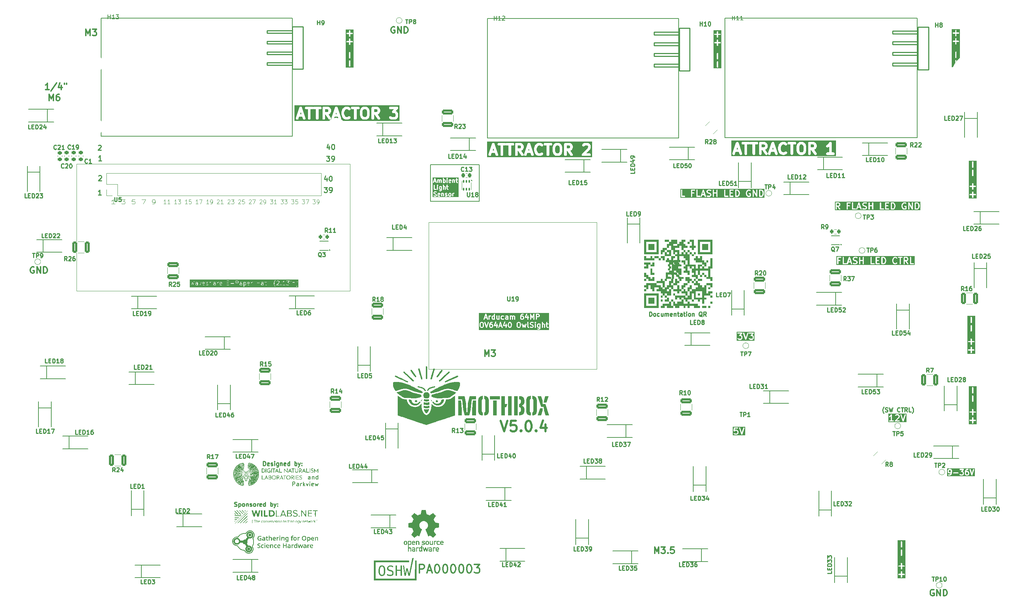
<source format=gbr>
%TF.GenerationSoftware,KiCad,Pcbnew,9.0.2*%
%TF.CreationDate,2025-12-28T14:46:49-05:00*%
%TF.ProjectId,Mothbox_5.0.4,4d6f7468-626f-4785-9f35-2e302e342e6b,5.0.4*%
%TF.SameCoordinates,Original*%
%TF.FileFunction,Legend,Top*%
%TF.FilePolarity,Positive*%
%FSLAX46Y46*%
G04 Gerber Fmt 4.6, Leading zero omitted, Abs format (unit mm)*
G04 Created by KiCad (PCBNEW 9.0.2) date 2025-12-28 14:46:49*
%MOMM*%
%LPD*%
G01*
G04 APERTURE LIST*
G04 Aperture macros list*
%AMRoundRect*
0 Rectangle with rounded corners*
0 $1 Rounding radius*
0 $2 $3 $4 $5 $6 $7 $8 $9 X,Y pos of 4 corners*
0 Add a 4 corners polygon primitive as box body*
4,1,4,$2,$3,$4,$5,$6,$7,$8,$9,$2,$3,0*
0 Add four circle primitives for the rounded corners*
1,1,$1+$1,$2,$3*
1,1,$1+$1,$4,$5*
1,1,$1+$1,$6,$7*
1,1,$1+$1,$8,$9*
0 Add four rect primitives between the rounded corners*
20,1,$1+$1,$2,$3,$4,$5,0*
20,1,$1+$1,$4,$5,$6,$7,0*
20,1,$1+$1,$6,$7,$8,$9,0*
20,1,$1+$1,$8,$9,$2,$3,0*%
G04 Aperture macros list end*
%ADD10C,0.000000*%
%ADD11C,0.200000*%
%ADD12C,0.185208*%
%ADD13C,0.350000*%
%ADD14C,0.270000*%
%ADD15C,0.300000*%
%ADD16C,0.240000*%
%ADD17C,0.250000*%
%ADD18C,0.320000*%
%ADD19C,0.625000*%
%ADD20C,0.230000*%
%ADD21C,0.500000*%
%ADD22C,0.150000*%
%ADD23C,0.100000*%
%ADD24C,0.120000*%
%ADD25C,0.050000*%
%ADD26C,1.000000*%
%ADD27RoundRect,0.250000X-1.075000X0.312500X-1.075000X-0.312500X1.075000X-0.312500X1.075000X0.312500X0*%
%ADD28R,0.800000X2.400000*%
%ADD29R,2.630000X1.520000*%
%ADD30RoundRect,0.225000X-0.225000X-0.250000X0.225000X-0.250000X0.225000X0.250000X-0.225000X0.250000X0*%
%ADD31RoundRect,0.225000X-0.250000X0.225000X-0.250000X-0.225000X0.250000X-0.225000X0.250000X0.225000X0*%
%ADD32RoundRect,0.075000X-0.075000X0.250000X-0.075000X-0.250000X0.075000X-0.250000X0.075000X0.250000X0*%
%ADD33R,2.400000X0.800000*%
%ADD34R,1.520000X2.630000*%
%ADD35C,3.200000*%
%ADD36RoundRect,0.250000X-0.539169X0.981111X-0.981111X0.539169X0.539169X-0.981111X0.981111X-0.539169X0*%
%ADD37R,0.450000X0.400000*%
%ADD38R,0.910000X0.400000*%
%ADD39R,0.910000X0.810000*%
%ADD40C,12.800000*%
%ADD41R,1.700000X1.700000*%
%ADD42C,1.700000*%
%ADD43R,1.800000X1.780000*%
%ADD44C,1.800000*%
%ADD45RoundRect,0.250000X-0.312500X-1.075000X0.312500X-1.075000X0.312500X1.075000X-0.312500X1.075000X0*%
%ADD46RoundRect,0.250000X0.312500X1.075000X-0.312500X1.075000X-0.312500X-1.075000X0.312500X-1.075000X0*%
%ADD47RoundRect,0.250000X1.075000X-0.312500X1.075000X0.312500X-1.075000X0.312500X-1.075000X-0.312500X0*%
%ADD48RoundRect,0.200000X0.200000X0.275000X-0.200000X0.275000X-0.200000X-0.275000X0.200000X-0.275000X0*%
%ADD49C,4.204000*%
G04 APERTURE END LIST*
D10*
G36*
X84080667Y20221771D02*
G01*
X83588542Y20221771D01*
X83588542Y20713897D01*
X84080667Y20713897D01*
X84080667Y20221771D01*
G37*
G36*
X-4988086Y-36849692D02*
G01*
X-4980417Y-36850423D01*
X-4973029Y-36851568D01*
X-4965891Y-36853140D01*
X-4958972Y-36855149D01*
X-4952238Y-36857608D01*
X-4945658Y-36860529D01*
X-4939201Y-36863922D01*
X-4932833Y-36867800D01*
X-4926524Y-36872173D01*
X-4920241Y-36877055D01*
X-4913952Y-36882456D01*
X-4907625Y-36888388D01*
X-4894731Y-36901891D01*
X-4881301Y-36917657D01*
X-4867081Y-36935780D01*
X-4851814Y-36956352D01*
X-4132147Y-37930019D01*
X-4128639Y-37934950D01*
X-4125047Y-37939822D01*
X-4121345Y-37944640D01*
X-4117512Y-37949408D01*
X-4113524Y-37954129D01*
X-4109358Y-37958808D01*
X-4104990Y-37963448D01*
X-4100397Y-37968053D01*
X-4095557Y-37972627D01*
X-4090445Y-37977174D01*
X-4085038Y-37981697D01*
X-4079314Y-37986202D01*
X-4073248Y-37990691D01*
X-4066818Y-37995168D01*
X-4060001Y-37999637D01*
X-4052772Y-38004102D01*
X-4052772Y-36863748D01*
X-3862272Y-36863748D01*
X-3862272Y-38358644D01*
X-3887331Y-38365485D01*
X-3910073Y-38371083D01*
X-3930721Y-38375370D01*
X-3949502Y-38378281D01*
X-3966639Y-38379751D01*
X-3974662Y-38379924D01*
X-3982358Y-38379713D01*
X-3989755Y-38379108D01*
X-3996883Y-38378101D01*
X-4003768Y-38376684D01*
X-4010439Y-38374850D01*
X-4016924Y-38372589D01*
X-4023251Y-38369893D01*
X-4029448Y-38366755D01*
X-4035543Y-38363166D01*
X-4041565Y-38359117D01*
X-4047541Y-38354601D01*
X-4053500Y-38349609D01*
X-4059470Y-38344133D01*
X-4071553Y-38331697D01*
X-4084016Y-38317225D01*
X-4097084Y-38300653D01*
X-4110982Y-38281915D01*
X-4867689Y-37250040D01*
X-4870200Y-37246597D01*
X-4872769Y-37243208D01*
X-4878066Y-37236563D01*
X-4883549Y-37230041D01*
X-4889186Y-37223582D01*
X-4900803Y-37210600D01*
X-4906721Y-37203955D01*
X-4912669Y-37197123D01*
X-4914623Y-37196688D01*
X-4916514Y-37196369D01*
X-4918343Y-37196158D01*
X-4920111Y-37196048D01*
X-4921816Y-37196032D01*
X-4923460Y-37196100D01*
X-4925041Y-37196246D01*
X-4926561Y-37196462D01*
X-4928018Y-37196740D01*
X-4929413Y-37197072D01*
X-4930747Y-37197450D01*
X-4932018Y-37197868D01*
X-4933227Y-37198316D01*
X-4934374Y-37198787D01*
X-4936482Y-37199769D01*
X-4936482Y-37691894D01*
X-4937474Y-37997157D01*
X-4937598Y-38149169D01*
X-4936482Y-38300436D01*
X-4936613Y-38307151D01*
X-4936999Y-38313417D01*
X-4937633Y-38319249D01*
X-4938508Y-38324662D01*
X-4939615Y-38329672D01*
X-4940947Y-38334294D01*
X-4942496Y-38338545D01*
X-4944254Y-38342438D01*
X-4946214Y-38345991D01*
X-4948368Y-38349218D01*
X-4950707Y-38352136D01*
X-4953225Y-38354758D01*
X-4955914Y-38357102D01*
X-4958765Y-38359182D01*
X-4961771Y-38361014D01*
X-4964925Y-38362613D01*
X-4968218Y-38363995D01*
X-4971643Y-38365176D01*
X-4975192Y-38366171D01*
X-4978857Y-38366995D01*
X-4982631Y-38367664D01*
X-4986505Y-38368194D01*
X-4994525Y-38368897D01*
X-5002855Y-38369228D01*
X-5011434Y-38369310D01*
X-5029086Y-38369228D01*
X-5062945Y-38370096D01*
X-5071109Y-38369954D01*
X-5078990Y-38369367D01*
X-5086507Y-38368183D01*
X-5090103Y-38367320D01*
X-5093578Y-38366251D01*
X-5096921Y-38364957D01*
X-5100122Y-38363420D01*
X-5103171Y-38361620D01*
X-5106057Y-38359538D01*
X-5108771Y-38357156D01*
X-5111303Y-38354455D01*
X-5113642Y-38351416D01*
X-5115777Y-38348020D01*
X-5117700Y-38344247D01*
X-5119399Y-38340080D01*
X-5120865Y-38335499D01*
X-5122087Y-38330486D01*
X-5123055Y-38325021D01*
X-5123759Y-38319085D01*
X-5124189Y-38312661D01*
X-5124335Y-38305728D01*
X-5122021Y-37599290D01*
X-5121690Y-36892852D01*
X-5121630Y-36891364D01*
X-5121458Y-36889876D01*
X-5121184Y-36888388D01*
X-5120822Y-36886899D01*
X-5120382Y-36885411D01*
X-5119876Y-36883923D01*
X-5119316Y-36882435D01*
X-5118714Y-36880946D01*
X-5116109Y-36874993D01*
X-5114853Y-36872017D01*
X-5114278Y-36870528D01*
X-5113753Y-36869040D01*
X-5087324Y-36862637D01*
X-5063430Y-36857382D01*
X-5041815Y-36853366D01*
X-5022224Y-36850684D01*
X-5004399Y-36849429D01*
X-4996070Y-36849365D01*
X-4988086Y-36849692D01*
G37*
G36*
X84080667Y21698146D02*
G01*
X83588542Y21698146D01*
X83588542Y22190271D01*
X84080667Y22190271D01*
X84080667Y21698146D01*
G37*
G36*
X84831500Y12292204D02*
G01*
X84339376Y12292204D01*
X84339376Y12784329D01*
X84831500Y12784329D01*
X84831500Y12292204D01*
G37*
G36*
X30054826Y-3842188D02*
G01*
X30065237Y-3843150D01*
X30075584Y-3844777D01*
X30085835Y-3847048D01*
X30095955Y-3849944D01*
X30105910Y-3853446D01*
X30115666Y-3857533D01*
X30125189Y-3862187D01*
X30134444Y-3867387D01*
X30143398Y-3873113D01*
X30152016Y-3879347D01*
X30160264Y-3886069D01*
X30168108Y-3893259D01*
X30175514Y-3900897D01*
X30182448Y-3908963D01*
X30188875Y-3917439D01*
X30194761Y-3926305D01*
X30200073Y-3935540D01*
X30204775Y-3945125D01*
X30208835Y-3955042D01*
X30212217Y-3965269D01*
X30214888Y-3975787D01*
X30216813Y-3986578D01*
X30217958Y-3997620D01*
X30218473Y-4003704D01*
X30218540Y-4010015D01*
X30218177Y-4016500D01*
X30217401Y-4023107D01*
X30216229Y-4029784D01*
X30214680Y-4036479D01*
X30212770Y-4043138D01*
X30210518Y-4049710D01*
X30207939Y-4056143D01*
X30205053Y-4062384D01*
X30201876Y-4068381D01*
X30198425Y-4074081D01*
X30194719Y-4079432D01*
X30190774Y-4084383D01*
X30186609Y-4088879D01*
X30184449Y-4090941D01*
X30182240Y-4092870D01*
X30107477Y-4163967D01*
X30032110Y-4234505D01*
X29880119Y-4374652D01*
X29727385Y-4514798D01*
X29575022Y-4656433D01*
X29288776Y-4931765D01*
X29144723Y-5068873D01*
X28999553Y-5204120D01*
X28811409Y-5375459D01*
X28622522Y-5544937D01*
X28245491Y-5882776D01*
X28177588Y-5948819D01*
X28110057Y-6015234D01*
X28076083Y-6048232D01*
X28041783Y-6080904D01*
X28007017Y-6113111D01*
X27971648Y-6144714D01*
X27964770Y-6151141D01*
X27957555Y-6157062D01*
X27950038Y-6162530D01*
X27942254Y-6167596D01*
X27934237Y-6172314D01*
X27926022Y-6176735D01*
X27917645Y-6180912D01*
X27909140Y-6184898D01*
X27874537Y-6199967D01*
X27857376Y-6207710D01*
X27848952Y-6211818D01*
X27840679Y-6216152D01*
X27828603Y-6213372D01*
X27816254Y-6209540D01*
X27803731Y-6204719D01*
X27791132Y-6198974D01*
X27778556Y-6192369D01*
X27766102Y-6184967D01*
X27753870Y-6176833D01*
X27741957Y-6168030D01*
X27730462Y-6158623D01*
X27719485Y-6148675D01*
X27709124Y-6138250D01*
X27699478Y-6127413D01*
X27690647Y-6116227D01*
X27682727Y-6104755D01*
X27679141Y-6098933D01*
X27675820Y-6093063D01*
X27672776Y-6087154D01*
X27670023Y-6081214D01*
X27667929Y-6075668D01*
X27666109Y-6070191D01*
X27664558Y-6064782D01*
X27663271Y-6059440D01*
X27662243Y-6054166D01*
X27661468Y-6048957D01*
X27660942Y-6043814D01*
X27660659Y-6038736D01*
X27660615Y-6033722D01*
X27660804Y-6028771D01*
X27661221Y-6023882D01*
X27661861Y-6019055D01*
X27662719Y-6014289D01*
X27663790Y-6009584D01*
X27665069Y-6004938D01*
X27666550Y-6000351D01*
X27668230Y-5995822D01*
X27670101Y-5991350D01*
X27672161Y-5986936D01*
X27674403Y-5982577D01*
X27676822Y-5978273D01*
X27679413Y-5974024D01*
X27685092Y-5965686D01*
X27691399Y-5957558D01*
X27698293Y-5949633D01*
X27705733Y-5941906D01*
X27713680Y-5934370D01*
X27873732Y-5781884D01*
X28032668Y-5628281D01*
X28348678Y-5319214D01*
X29138460Y-4604839D01*
X29694084Y-4092870D01*
X29759692Y-4032967D01*
X29792729Y-4003155D01*
X29826045Y-3973808D01*
X29859733Y-3945205D01*
X29893886Y-3917625D01*
X29911166Y-3904306D01*
X29928597Y-3891348D01*
X29946191Y-3878785D01*
X29963959Y-3866652D01*
X29973394Y-3860753D01*
X29983075Y-3855696D01*
X29992966Y-3851460D01*
X30003034Y-3848025D01*
X30013244Y-3845372D01*
X30023563Y-3843482D01*
X30033955Y-3842334D01*
X30044388Y-3841909D01*
X30054826Y-3842188D01*
G37*
G36*
X-17238457Y-42028945D02*
G01*
X-17202046Y-42032351D01*
X-17165995Y-42037585D01*
X-17130367Y-42044619D01*
X-17095226Y-42053419D01*
X-17060633Y-42063956D01*
X-17026651Y-42076198D01*
X-16993342Y-42090115D01*
X-16960769Y-42105674D01*
X-16928994Y-42122846D01*
X-16898081Y-42141600D01*
X-16868091Y-42161903D01*
X-16839086Y-42183726D01*
X-16811131Y-42207038D01*
X-16784285Y-42231806D01*
X-16758614Y-42258001D01*
X-16734178Y-42285591D01*
X-16711041Y-42314545D01*
X-16689264Y-42344833D01*
X-16668911Y-42376423D01*
X-16650044Y-42409284D01*
X-16632725Y-42443385D01*
X-16617017Y-42478696D01*
X-16602982Y-42515184D01*
X-16590683Y-42552820D01*
X-16580562Y-42590071D01*
X-16572498Y-42627370D01*
X-16566458Y-42664655D01*
X-16562406Y-42701865D01*
X-16560307Y-42738940D01*
X-16560127Y-42775818D01*
X-16561830Y-42812439D01*
X-16565382Y-42848740D01*
X-16570748Y-42884662D01*
X-16577893Y-42920143D01*
X-16586782Y-42955122D01*
X-16597380Y-42989538D01*
X-16609653Y-43023330D01*
X-16623565Y-43056437D01*
X-16639081Y-43088798D01*
X-16656168Y-43120351D01*
X-16674788Y-43151037D01*
X-16694909Y-43180793D01*
X-16716495Y-43209560D01*
X-16739511Y-43237275D01*
X-16763923Y-43263877D01*
X-16789694Y-43289306D01*
X-16816791Y-43313501D01*
X-16845179Y-43336400D01*
X-16874823Y-43357943D01*
X-16905687Y-43378068D01*
X-16937738Y-43396715D01*
X-16970939Y-43413822D01*
X-17005257Y-43429328D01*
X-17040656Y-43443173D01*
X-17077101Y-43455295D01*
X-17114558Y-43465633D01*
X-17137874Y-43471242D01*
X-17161186Y-43476149D01*
X-17184490Y-43480335D01*
X-17207782Y-43483781D01*
X-17231059Y-43486468D01*
X-17254317Y-43488376D01*
X-17277551Y-43489485D01*
X-17300759Y-43489776D01*
X-17323935Y-43489230D01*
X-17347076Y-43487828D01*
X-17370179Y-43485550D01*
X-17393239Y-43482376D01*
X-17416252Y-43478288D01*
X-17439215Y-43473265D01*
X-17462124Y-43467290D01*
X-17484975Y-43460341D01*
X-17495089Y-43457270D01*
X-17504622Y-43454993D01*
X-17509183Y-43454148D01*
X-17513613Y-43453499D01*
X-17517916Y-43453041D01*
X-17522099Y-43452776D01*
X-17526166Y-43452700D01*
X-17530121Y-43452813D01*
X-17533969Y-43453112D01*
X-17537716Y-43453597D01*
X-17541366Y-43454267D01*
X-17544923Y-43455119D01*
X-17548394Y-43456152D01*
X-17551782Y-43457365D01*
X-17555093Y-43458756D01*
X-17558331Y-43460324D01*
X-17561501Y-43462067D01*
X-17564608Y-43463984D01*
X-17567657Y-43466074D01*
X-17570653Y-43468335D01*
X-17576504Y-43473364D01*
X-17582200Y-43479059D01*
X-17587780Y-43485409D01*
X-17593282Y-43492403D01*
X-17598746Y-43500029D01*
X-17694451Y-43636454D01*
X-17790899Y-43771888D01*
X-17887844Y-43906329D01*
X-17985037Y-44039779D01*
X-17990272Y-44047599D01*
X-17995042Y-44055214D01*
X-17999316Y-44062667D01*
X-18003062Y-44069999D01*
X-18006251Y-44077254D01*
X-18008850Y-44084474D01*
X-18009919Y-44088084D01*
X-18010829Y-44091701D01*
X-18011577Y-44095331D01*
X-18012157Y-44098979D01*
X-18012568Y-44102650D01*
X-18012803Y-44106350D01*
X-18012861Y-44110084D01*
X-18012736Y-44113857D01*
X-18012425Y-44117674D01*
X-18011925Y-44121542D01*
X-18011230Y-44125464D01*
X-18010338Y-44129448D01*
X-18009245Y-44133497D01*
X-18007946Y-44137617D01*
X-18006437Y-44141814D01*
X-18004716Y-44146093D01*
X-18002777Y-44150459D01*
X-18000618Y-44154917D01*
X-17998233Y-44159473D01*
X-17995621Y-44164133D01*
X-17988342Y-44179544D01*
X-17981425Y-44195025D01*
X-17974918Y-44210583D01*
X-17968873Y-44226227D01*
X-17963339Y-44241964D01*
X-17958367Y-44257801D01*
X-17954007Y-44273747D01*
X-17950310Y-44289810D01*
X-17947327Y-44305996D01*
X-17945107Y-44322314D01*
X-17943700Y-44338772D01*
X-17943158Y-44355377D01*
X-17943531Y-44372137D01*
X-17944869Y-44389059D01*
X-17947222Y-44406153D01*
X-17950641Y-44423424D01*
X-18013035Y-44421316D01*
X-18075243Y-44417471D01*
X-18199350Y-44407549D01*
X-18261372Y-44402960D01*
X-18323456Y-44399612D01*
X-18385664Y-44398248D01*
X-18416834Y-44398542D01*
X-18448058Y-44399612D01*
X-18458052Y-44370146D01*
X-18469101Y-44341238D01*
X-18481079Y-44312826D01*
X-18493864Y-44284849D01*
X-18507331Y-44257243D01*
X-18521356Y-44229948D01*
X-18550584Y-44176039D01*
X-18610280Y-44069213D01*
X-18638765Y-44015304D01*
X-18652231Y-43988009D01*
X-18665016Y-43960404D01*
X-18649485Y-43949953D01*
X-18633664Y-43940425D01*
X-18617571Y-43931812D01*
X-18601227Y-43924106D01*
X-18584650Y-43917299D01*
X-18567859Y-43911383D01*
X-18550875Y-43906351D01*
X-18533717Y-43902195D01*
X-18516403Y-43898907D01*
X-18498954Y-43896480D01*
X-18481388Y-43894905D01*
X-18463726Y-43894175D01*
X-18445986Y-43894282D01*
X-18428188Y-43895219D01*
X-18410351Y-43896977D01*
X-18392495Y-43899549D01*
X-18378473Y-43901625D01*
X-18365153Y-43902882D01*
X-18352492Y-43903311D01*
X-18340447Y-43902898D01*
X-18328975Y-43901632D01*
X-18318035Y-43899503D01*
X-18312750Y-43898110D01*
X-18307583Y-43896497D01*
X-18302526Y-43894662D01*
X-18297576Y-43892604D01*
X-18292727Y-43890321D01*
X-18287973Y-43887811D01*
X-18278730Y-43882108D01*
X-18269804Y-43875483D01*
X-18261154Y-43867923D01*
X-18252737Y-43859418D01*
X-18244509Y-43849955D01*
X-18236429Y-43839524D01*
X-18228454Y-43828112D01*
X-18142588Y-43703592D01*
X-18055482Y-43580065D01*
X-17966888Y-43457530D01*
X-17876558Y-43335987D01*
X-17869146Y-43325281D01*
X-17862781Y-43314955D01*
X-17857454Y-43304954D01*
X-17855178Y-43300059D01*
X-17853159Y-43295225D01*
X-17851395Y-43290445D01*
X-17849886Y-43285712D01*
X-17848631Y-43281021D01*
X-17847629Y-43276363D01*
X-17846879Y-43271732D01*
X-17846380Y-43267122D01*
X-17846131Y-43262525D01*
X-17846131Y-43257935D01*
X-17846379Y-43253345D01*
X-17846874Y-43248748D01*
X-17847615Y-43244138D01*
X-17848601Y-43239507D01*
X-17849831Y-43234849D01*
X-17851305Y-43230157D01*
X-17853021Y-43225425D01*
X-17854978Y-43220645D01*
X-17859612Y-43210916D01*
X-17865200Y-43200915D01*
X-17871733Y-43190589D01*
X-17879204Y-43179883D01*
X-17904650Y-43142483D01*
X-17927431Y-43104268D01*
X-17947581Y-43065337D01*
X-17965131Y-43025789D01*
X-17980117Y-42985723D01*
X-17992569Y-42945240D01*
X-18002522Y-42904438D01*
X-18010007Y-42863416D01*
X-18015059Y-42822274D01*
X-18017710Y-42781112D01*
X-18017860Y-42759195D01*
X-17765433Y-42759195D01*
X-17764577Y-42783607D01*
X-17762527Y-42807710D01*
X-17759313Y-42831472D01*
X-17754963Y-42854864D01*
X-17749509Y-42877854D01*
X-17742981Y-42900413D01*
X-17735408Y-42922510D01*
X-17726820Y-42944114D01*
X-17717248Y-42965195D01*
X-17706722Y-42985722D01*
X-17695271Y-43005665D01*
X-17682926Y-43024993D01*
X-17669717Y-43043676D01*
X-17655673Y-43061683D01*
X-17640826Y-43078983D01*
X-17625204Y-43095547D01*
X-17608838Y-43111343D01*
X-17591757Y-43126341D01*
X-17573993Y-43140511D01*
X-17555575Y-43153822D01*
X-17536533Y-43166244D01*
X-17516896Y-43177745D01*
X-17496696Y-43188296D01*
X-17475962Y-43197866D01*
X-17454724Y-43206425D01*
X-17433013Y-43213941D01*
X-17410857Y-43220384D01*
X-17388288Y-43225725D01*
X-17365335Y-43229932D01*
X-17342028Y-43232975D01*
X-17318398Y-43234823D01*
X-17294475Y-43235445D01*
X-17270055Y-43234845D01*
X-17245930Y-43233064D01*
X-17222130Y-43230130D01*
X-17198687Y-43226071D01*
X-17175632Y-43220915D01*
X-17152995Y-43214691D01*
X-17130808Y-43207426D01*
X-17109101Y-43199148D01*
X-17087906Y-43189886D01*
X-17067253Y-43179667D01*
X-17047174Y-43168520D01*
X-17027700Y-43156473D01*
X-17008862Y-43143554D01*
X-16990690Y-43129792D01*
X-16973215Y-43115213D01*
X-16956469Y-43099846D01*
X-16940483Y-43083720D01*
X-16925288Y-43066863D01*
X-16910914Y-43049301D01*
X-16897393Y-43031065D01*
X-16884755Y-43012181D01*
X-16873033Y-42992679D01*
X-16862255Y-42972585D01*
X-16852455Y-42951928D01*
X-16843662Y-42930736D01*
X-16835908Y-42909038D01*
X-16829224Y-42886861D01*
X-16823640Y-42864233D01*
X-16819188Y-42841183D01*
X-16815899Y-42817738D01*
X-16813803Y-42793928D01*
X-16812933Y-42769779D01*
X-16813315Y-42745119D01*
X-16814938Y-42720769D01*
X-16817772Y-42696760D01*
X-16821785Y-42673123D01*
X-16826947Y-42649889D01*
X-16833228Y-42627090D01*
X-16840597Y-42604755D01*
X-16849024Y-42582917D01*
X-16858477Y-42561605D01*
X-16868927Y-42540852D01*
X-16880344Y-42520688D01*
X-16892695Y-42501144D01*
X-16905952Y-42482251D01*
X-16920083Y-42464040D01*
X-16935058Y-42446543D01*
X-16950847Y-42429789D01*
X-16967418Y-42413811D01*
X-16984742Y-42398639D01*
X-17002788Y-42384304D01*
X-17021525Y-42370837D01*
X-17040923Y-42358269D01*
X-17060951Y-42346631D01*
X-17081579Y-42335955D01*
X-17102776Y-42326271D01*
X-17124511Y-42317610D01*
X-17146756Y-42310003D01*
X-17169477Y-42303482D01*
X-17192646Y-42298076D01*
X-17216232Y-42293818D01*
X-17240203Y-42290738D01*
X-17264531Y-42288868D01*
X-17289183Y-42288237D01*
X-17313129Y-42288867D01*
X-17336825Y-42290736D01*
X-17360237Y-42293809D01*
X-17383332Y-42298056D01*
X-17406076Y-42303441D01*
X-17428436Y-42309933D01*
X-17450378Y-42317499D01*
X-17471869Y-42326106D01*
X-17492876Y-42335720D01*
X-17513365Y-42346308D01*
X-17533302Y-42357839D01*
X-17552655Y-42370279D01*
X-17571390Y-42383594D01*
X-17589473Y-42397752D01*
X-17606871Y-42412721D01*
X-17623550Y-42428466D01*
X-17639478Y-42444956D01*
X-17654620Y-42462157D01*
X-17668943Y-42480036D01*
X-17682415Y-42498560D01*
X-17695000Y-42517697D01*
X-17706667Y-42537413D01*
X-17717381Y-42557676D01*
X-17727110Y-42578452D01*
X-17735819Y-42599709D01*
X-17743475Y-42621413D01*
X-17750045Y-42643532D01*
X-17755496Y-42666033D01*
X-17759793Y-42688883D01*
X-17762904Y-42712048D01*
X-17764795Y-42735497D01*
X-17765433Y-42759195D01*
X-18017860Y-42759195D01*
X-18017992Y-42740028D01*
X-18015940Y-42699121D01*
X-18011585Y-42658492D01*
X-18004961Y-42618239D01*
X-17996101Y-42578462D01*
X-17985037Y-42539260D01*
X-17971803Y-42500733D01*
X-17956432Y-42462979D01*
X-17938956Y-42426098D01*
X-17919408Y-42390189D01*
X-17897822Y-42355352D01*
X-17874230Y-42321686D01*
X-17848665Y-42289291D01*
X-17821161Y-42258265D01*
X-17791749Y-42228707D01*
X-17760464Y-42200718D01*
X-17727338Y-42174397D01*
X-17692404Y-42149842D01*
X-17655694Y-42127154D01*
X-17617243Y-42106431D01*
X-17577082Y-42087773D01*
X-17535245Y-42071279D01*
X-17498196Y-42058933D01*
X-17461008Y-42048665D01*
X-17423743Y-42040443D01*
X-17386464Y-42034237D01*
X-17349233Y-42030015D01*
X-17312114Y-42027746D01*
X-17275168Y-42027400D01*
X-17238457Y-42028945D01*
G37*
G36*
X-17331841Y-28462404D02*
G01*
X-17136050Y-28499446D01*
X-16942904Y-28536487D01*
X-16747113Y-28573529D01*
X-16532800Y-28613217D01*
X-16339654Y-28650258D01*
X-16143862Y-28687300D01*
X-15948071Y-28724342D01*
X-15754925Y-28761383D01*
X-15559133Y-28798425D01*
X-15432133Y-28822237D01*
X-15431141Y-28822268D01*
X-15430149Y-28822356D01*
X-15429157Y-28822499D01*
X-15428165Y-28822692D01*
X-15427173Y-28822932D01*
X-15426180Y-28823214D01*
X-15425188Y-28823535D01*
X-15424196Y-28823891D01*
X-15423204Y-28824278D01*
X-15422212Y-28824692D01*
X-15420227Y-28825586D01*
X-15418243Y-28826542D01*
X-15416258Y-28827529D01*
X-15420346Y-28846261D01*
X-15424650Y-28864777D01*
X-15433787Y-28901281D01*
X-15443419Y-28937289D01*
X-15453300Y-28973050D01*
X-15455170Y-28973045D01*
X-15456855Y-28973008D01*
X-15457647Y-28972969D01*
X-15458416Y-28972910D01*
X-15459169Y-28972828D01*
X-15459914Y-28972719D01*
X-15460660Y-28972579D01*
X-15461413Y-28972404D01*
X-15462182Y-28972190D01*
X-15462974Y-28971933D01*
X-15463797Y-28971630D01*
X-15464658Y-28971277D01*
X-15465567Y-28970869D01*
X-15466529Y-28970403D01*
X-16072425Y-28811654D01*
X-16744466Y-28634383D01*
X-17395341Y-28462404D01*
X-17408570Y-28459758D01*
X-17409036Y-28458796D01*
X-17409444Y-28457893D01*
X-17409797Y-28457043D01*
X-17410100Y-28456244D01*
X-17410357Y-28455492D01*
X-17410570Y-28454782D01*
X-17410745Y-28454111D01*
X-17410886Y-28453474D01*
X-17410995Y-28452869D01*
X-17411077Y-28452291D01*
X-17411136Y-28451736D01*
X-17411175Y-28451201D01*
X-17411211Y-28450172D01*
X-17411216Y-28449175D01*
X-17331841Y-28462404D01*
G37*
G36*
X84339376Y26563828D02*
G01*
X83847251Y26563828D01*
X83847251Y27055953D01*
X84339376Y27055953D01*
X84339376Y26563828D01*
G37*
G36*
X85815751Y23611078D02*
G01*
X85323625Y23611078D01*
X85323625Y24103203D01*
X85815751Y24103203D01*
X85815751Y23611078D01*
G37*
G36*
X85815751Y26563828D02*
G01*
X85323625Y26563828D01*
X85323625Y27055953D01*
X85815751Y27055953D01*
X85815751Y26563828D01*
G37*
G36*
X83355125Y15737079D02*
G01*
X82863001Y15737079D01*
X82863001Y16229203D01*
X83355125Y16229203D01*
X83355125Y15737079D01*
G37*
G36*
X26638552Y-7332518D02*
G01*
X26645925Y-7333171D01*
X26653376Y-7334328D01*
X26660880Y-7335967D01*
X26668410Y-7338068D01*
X26675940Y-7340611D01*
X26683444Y-7343575D01*
X26690896Y-7346941D01*
X26698269Y-7350687D01*
X26705537Y-7354794D01*
X26712675Y-7359241D01*
X26719656Y-7364008D01*
X26726453Y-7369074D01*
X26733042Y-7374419D01*
X26739395Y-7380023D01*
X26745486Y-7385865D01*
X26751289Y-7391925D01*
X26756779Y-7398183D01*
X26761928Y-7404618D01*
X26766711Y-7411210D01*
X26771102Y-7417939D01*
X26775074Y-7424784D01*
X26778602Y-7431725D01*
X26781658Y-7438742D01*
X26784218Y-7445813D01*
X26786254Y-7452920D01*
X26787741Y-7460041D01*
X26788652Y-7467156D01*
X26788961Y-7474246D01*
X26789556Y-7480129D01*
X26789857Y-7485873D01*
X26789873Y-7491477D01*
X26789612Y-7496942D01*
X26789085Y-7502267D01*
X26788298Y-7507453D01*
X26787262Y-7512499D01*
X26785985Y-7517406D01*
X26784474Y-7522173D01*
X26782741Y-7526800D01*
X26780792Y-7531289D01*
X26778636Y-7535637D01*
X26776283Y-7539846D01*
X26773741Y-7543916D01*
X26771019Y-7547846D01*
X26768125Y-7551636D01*
X26765069Y-7555287D01*
X26761858Y-7558798D01*
X26758502Y-7562170D01*
X26755010Y-7565403D01*
X26751390Y-7568496D01*
X26747650Y-7571449D01*
X26739848Y-7576937D01*
X26731674Y-7581867D01*
X26723198Y-7586238D01*
X26714489Y-7590052D01*
X26705618Y-7593308D01*
X26660791Y-7607493D01*
X26615638Y-7620469D01*
X26570207Y-7632515D01*
X26524543Y-7643909D01*
X26432703Y-7665861D01*
X26340492Y-7688557D01*
X26191664Y-7730726D01*
X26117250Y-7752740D01*
X26042835Y-7775870D01*
X25852832Y-7832921D01*
X25805680Y-7847765D01*
X25758760Y-7863493D01*
X25712120Y-7880430D01*
X25665805Y-7898902D01*
X25629791Y-7915505D01*
X25593499Y-7932760D01*
X25557392Y-7950945D01*
X25539554Y-7960473D01*
X25521937Y-7970339D01*
X25504599Y-7980577D01*
X25487598Y-7991221D01*
X25470993Y-8002308D01*
X25454840Y-8013871D01*
X25439200Y-8025946D01*
X25424129Y-8038567D01*
X25409686Y-8051770D01*
X25395929Y-8065589D01*
X25378387Y-8084464D01*
X25361443Y-8103850D01*
X25345046Y-8123702D01*
X25329143Y-8143972D01*
X25313682Y-8164614D01*
X25298610Y-8185582D01*
X25269425Y-8228308D01*
X25157804Y-8402933D01*
X25149876Y-8415681D01*
X25142379Y-8427156D01*
X25135184Y-8437387D01*
X25128163Y-8446403D01*
X25121189Y-8454233D01*
X25117679Y-8457712D01*
X25114133Y-8460906D01*
X25110535Y-8463818D01*
X25106868Y-8466451D01*
X25103117Y-8468810D01*
X25099266Y-8470897D01*
X25095298Y-8472718D01*
X25091198Y-8474274D01*
X25086950Y-8475571D01*
X25082538Y-8476610D01*
X25077946Y-8477397D01*
X25073157Y-8477935D01*
X25068156Y-8478227D01*
X25062927Y-8478277D01*
X25057454Y-8478089D01*
X25051720Y-8477665D01*
X25039409Y-8476130D01*
X25025865Y-8473699D01*
X25010961Y-8470401D01*
X24943492Y-8462464D01*
X24932227Y-8459994D01*
X24927062Y-8458576D01*
X24922199Y-8457030D01*
X24917630Y-8455354D01*
X24913346Y-8453543D01*
X24909340Y-8451594D01*
X24905603Y-8449504D01*
X24902128Y-8447268D01*
X24898907Y-8444883D01*
X24895931Y-8442345D01*
X24893193Y-8439651D01*
X24890685Y-8436798D01*
X24888398Y-8433781D01*
X24886325Y-8430596D01*
X24884457Y-8427241D01*
X24882787Y-8423712D01*
X24881307Y-8420004D01*
X24880009Y-8416115D01*
X24878884Y-8412041D01*
X24877123Y-8403321D01*
X24875962Y-8393817D01*
X24875335Y-8383499D01*
X24875179Y-8372338D01*
X24875430Y-8360305D01*
X24876024Y-8347371D01*
X24878987Y-8324162D01*
X24882654Y-8301409D01*
X24887010Y-8279103D01*
X24892039Y-8257237D01*
X24897725Y-8235801D01*
X24904052Y-8214786D01*
X24911003Y-8194184D01*
X24918564Y-8173986D01*
X24926718Y-8154184D01*
X24935449Y-8134768D01*
X24954578Y-8097061D01*
X24975822Y-8060795D01*
X24999055Y-8025902D01*
X25024149Y-7992311D01*
X25050975Y-7959953D01*
X25079405Y-7928757D01*
X25109312Y-7898654D01*
X25140568Y-7869574D01*
X25173045Y-7841448D01*
X25206614Y-7814206D01*
X25241149Y-7787777D01*
X25261513Y-7773126D01*
X25282395Y-7758934D01*
X25303753Y-7745195D01*
X25325547Y-7731905D01*
X25347737Y-7719056D01*
X25370281Y-7706643D01*
X25416270Y-7683101D01*
X25463190Y-7661234D01*
X25510714Y-7640995D01*
X25558517Y-7622337D01*
X25606274Y-7605214D01*
X25672107Y-7583766D01*
X25738545Y-7563852D01*
X25805448Y-7545148D01*
X25872676Y-7527328D01*
X26142056Y-7458370D01*
X26260436Y-7426310D01*
X26377700Y-7395366D01*
X26610367Y-7335339D01*
X26617165Y-7333778D01*
X26624145Y-7332800D01*
X26631283Y-7332387D01*
X26638552Y-7332518D01*
G37*
G36*
X87292125Y17213454D02*
G01*
X86800000Y17213454D01*
X86800000Y17705578D01*
X87292125Y17705578D01*
X87292125Y17213454D01*
G37*
G36*
X85323625Y23611078D02*
G01*
X84831500Y23611078D01*
X84831500Y24103203D01*
X85323625Y24103203D01*
X85323625Y23611078D01*
G37*
G36*
X-13981777Y-43228629D02*
G01*
X-13960228Y-43229658D01*
X-13938617Y-43231616D01*
X-13916944Y-43234536D01*
X-13895209Y-43238448D01*
X-13873412Y-43243383D01*
X-13849816Y-43249718D01*
X-13827647Y-43256855D01*
X-13806904Y-43264852D01*
X-13787588Y-43273769D01*
X-13769697Y-43283661D01*
X-13761287Y-43288992D01*
X-13753233Y-43294589D01*
X-13745536Y-43300459D01*
X-13738195Y-43306610D01*
X-13731211Y-43313048D01*
X-13724584Y-43319781D01*
X-13718313Y-43326817D01*
X-13712398Y-43334162D01*
X-13706841Y-43341824D01*
X-13701639Y-43349810D01*
X-13696795Y-43358128D01*
X-13692307Y-43366784D01*
X-13688175Y-43375786D01*
X-13684400Y-43385142D01*
X-13680982Y-43394857D01*
X-13677920Y-43404941D01*
X-13675215Y-43415399D01*
X-13672866Y-43426240D01*
X-13670874Y-43437470D01*
X-13669239Y-43449097D01*
X-13667037Y-43473570D01*
X-13663771Y-43543023D01*
X-13661746Y-43612477D01*
X-13660712Y-43681930D01*
X-13660423Y-43751383D01*
X-13661746Y-44029195D01*
X-13661844Y-44035021D01*
X-13662159Y-44040574D01*
X-13662722Y-44045834D01*
X-13663565Y-44050775D01*
X-13664717Y-44055376D01*
X-13665419Y-44057541D01*
X-13666210Y-44059612D01*
X-13667095Y-44061586D01*
X-13668076Y-44063461D01*
X-13669158Y-44065232D01*
X-13670344Y-44066898D01*
X-13671639Y-44068456D01*
X-13673047Y-44069902D01*
X-13674571Y-44071234D01*
X-13676215Y-44072448D01*
X-13677983Y-44073543D01*
X-13679879Y-44074514D01*
X-13681906Y-44075360D01*
X-13684070Y-44076076D01*
X-13686372Y-44076661D01*
X-13688819Y-44077111D01*
X-13691412Y-44077423D01*
X-13694157Y-44077595D01*
X-13697057Y-44077624D01*
X-13700115Y-44077506D01*
X-13703337Y-44077239D01*
X-13706725Y-44076820D01*
X-13710220Y-44076414D01*
X-13713756Y-44076174D01*
X-13720931Y-44076112D01*
X-13728206Y-44076477D01*
X-13735539Y-44077110D01*
X-13750210Y-44078541D01*
X-13757463Y-44079022D01*
X-13764602Y-44079135D01*
X-13771587Y-44078721D01*
X-13775008Y-44078267D01*
X-13778374Y-44077621D01*
X-13781680Y-44076764D01*
X-13784921Y-44075676D01*
X-13788091Y-44074337D01*
X-13791185Y-44072728D01*
X-13794197Y-44070827D01*
X-13797123Y-44068616D01*
X-13799957Y-44066075D01*
X-13802693Y-44063183D01*
X-13805327Y-44059921D01*
X-13807852Y-44056269D01*
X-13810265Y-44052208D01*
X-13812558Y-44047716D01*
X-13814484Y-44043684D01*
X-13816305Y-44039520D01*
X-13818040Y-44035217D01*
X-13819710Y-44030766D01*
X-13822930Y-44021392D01*
X-13826118Y-44011336D01*
X-13833022Y-43988929D01*
X-13837047Y-43976454D01*
X-13841662Y-43963049D01*
X-13850405Y-43973709D01*
X-13859272Y-43983864D01*
X-13868261Y-43993522D01*
X-13877370Y-44002690D01*
X-13886600Y-44011376D01*
X-13895949Y-44019587D01*
X-13905417Y-44027329D01*
X-13915001Y-44034611D01*
X-13924702Y-44041439D01*
X-13934518Y-44047821D01*
X-13944448Y-44053765D01*
X-13954492Y-44059276D01*
X-13964648Y-44064363D01*
X-13974916Y-44069033D01*
X-13985294Y-44073293D01*
X-13995781Y-44077151D01*
X-14017081Y-44083687D01*
X-14038807Y-44088701D01*
X-14060952Y-44092249D01*
X-14083507Y-44094390D01*
X-14106466Y-44095183D01*
X-14129820Y-44094685D01*
X-14153561Y-44092954D01*
X-14177683Y-44090049D01*
X-14198922Y-44086018D01*
X-14218983Y-44080867D01*
X-14237865Y-44074591D01*
X-14246865Y-44071031D01*
X-14255569Y-44067188D01*
X-14263980Y-44063062D01*
X-14272096Y-44058653D01*
X-14279917Y-44053960D01*
X-14287443Y-44048982D01*
X-14294676Y-44043720D01*
X-14301613Y-44038172D01*
X-14308256Y-44032339D01*
X-14314605Y-44026219D01*
X-14320658Y-44019812D01*
X-14326418Y-44013118D01*
X-14331883Y-44006137D01*
X-14337053Y-43998867D01*
X-14341928Y-43991308D01*
X-14346510Y-43983460D01*
X-14350796Y-43975322D01*
X-14354788Y-43966894D01*
X-14358486Y-43958176D01*
X-14361888Y-43949166D01*
X-14364997Y-43939865D01*
X-14367811Y-43930271D01*
X-14372554Y-43910206D01*
X-14376120Y-43888966D01*
X-14378878Y-43864251D01*
X-14380198Y-43840695D01*
X-14380154Y-43833232D01*
X-14178780Y-43833232D01*
X-14178678Y-43839219D01*
X-14178364Y-43845294D01*
X-14177841Y-43851457D01*
X-14177111Y-43857705D01*
X-14176175Y-43864035D01*
X-14175036Y-43870445D01*
X-14173681Y-43876710D01*
X-14172104Y-43882614D01*
X-14170315Y-43888169D01*
X-14168323Y-43893384D01*
X-14166140Y-43898273D01*
X-14163775Y-43902844D01*
X-14161239Y-43907111D01*
X-14158541Y-43911084D01*
X-14155692Y-43914773D01*
X-14152703Y-43918191D01*
X-14149582Y-43921348D01*
X-14146341Y-43924256D01*
X-14142989Y-43926925D01*
X-14139537Y-43929367D01*
X-14135995Y-43931593D01*
X-14132373Y-43933614D01*
X-14128681Y-43935442D01*
X-14124929Y-43937086D01*
X-14121129Y-43938560D01*
X-14117288Y-43939872D01*
X-14109531Y-43942062D01*
X-14101739Y-43943743D01*
X-14093993Y-43945006D01*
X-14086376Y-43945939D01*
X-14071849Y-43947174D01*
X-14058394Y-43946912D01*
X-14045315Y-43946134D01*
X-14032620Y-43944848D01*
X-14020312Y-43943066D01*
X-14008398Y-43940798D01*
X-13996883Y-43938053D01*
X-13985772Y-43934842D01*
X-13975070Y-43931175D01*
X-13964782Y-43927063D01*
X-13954915Y-43922515D01*
X-13945473Y-43917542D01*
X-13936462Y-43912153D01*
X-13927887Y-43906360D01*
X-13919753Y-43900171D01*
X-13912066Y-43893598D01*
X-13904831Y-43886651D01*
X-13898053Y-43879339D01*
X-13891738Y-43871673D01*
X-13885891Y-43863663D01*
X-13880517Y-43855319D01*
X-13875622Y-43846652D01*
X-13871211Y-43837671D01*
X-13867289Y-43828387D01*
X-13863862Y-43818810D01*
X-13860935Y-43808950D01*
X-13858513Y-43798817D01*
X-13856601Y-43788422D01*
X-13855206Y-43777774D01*
X-13854332Y-43766884D01*
X-13853984Y-43755762D01*
X-13854169Y-43744418D01*
X-13854891Y-43732862D01*
X-13856545Y-43715788D01*
X-13857113Y-43711878D01*
X-13857868Y-43708166D01*
X-13858870Y-43704678D01*
X-13859484Y-43703027D01*
X-13860183Y-43701443D01*
X-13860974Y-43699928D01*
X-13861867Y-43698486D01*
X-13862868Y-43697121D01*
X-13863986Y-43695836D01*
X-13865227Y-43694634D01*
X-13866601Y-43693519D01*
X-13868113Y-43692494D01*
X-13869773Y-43691562D01*
X-13871589Y-43690727D01*
X-13873566Y-43689993D01*
X-13875715Y-43689362D01*
X-13878042Y-43688839D01*
X-13880554Y-43688426D01*
X-13883261Y-43688126D01*
X-13886169Y-43687944D01*
X-13889286Y-43687883D01*
X-13916179Y-43687940D01*
X-13943195Y-43688337D01*
X-13970212Y-43689417D01*
X-13983681Y-43690320D01*
X-13997104Y-43691521D01*
X-14010465Y-43693063D01*
X-14023748Y-43694988D01*
X-14036939Y-43697340D01*
X-14050021Y-43700161D01*
X-14062979Y-43703494D01*
X-14075797Y-43707380D01*
X-14088460Y-43711864D01*
X-14100953Y-43716987D01*
X-14107023Y-43719793D01*
X-14112831Y-43722751D01*
X-14118379Y-43725859D01*
X-14123670Y-43729115D01*
X-14128705Y-43732517D01*
X-14133486Y-43736061D01*
X-14138015Y-43739746D01*
X-14142294Y-43743569D01*
X-14146325Y-43747528D01*
X-14150110Y-43751620D01*
X-14153651Y-43755842D01*
X-14156950Y-43760193D01*
X-14160008Y-43764671D01*
X-14162828Y-43769271D01*
X-14165411Y-43773993D01*
X-14167760Y-43778833D01*
X-14169877Y-43783790D01*
X-14171763Y-43788860D01*
X-14173420Y-43794042D01*
X-14174850Y-43799333D01*
X-14176056Y-43804731D01*
X-14177039Y-43810232D01*
X-14177801Y-43815836D01*
X-14178343Y-43821539D01*
X-14178669Y-43827338D01*
X-14178780Y-43833232D01*
X-14380154Y-43833232D01*
X-14380068Y-43818279D01*
X-14378477Y-43796982D01*
X-14375413Y-43776786D01*
X-14370865Y-43757672D01*
X-14368031Y-43748514D01*
X-14364821Y-43739619D01*
X-14361234Y-43730985D01*
X-14357269Y-43722609D01*
X-14352924Y-43714489D01*
X-14348198Y-43706623D01*
X-14343089Y-43699007D01*
X-14337596Y-43691640D01*
X-14331717Y-43684519D01*
X-14325451Y-43677641D01*
X-14318797Y-43671005D01*
X-14311752Y-43664608D01*
X-14296488Y-43652520D01*
X-14279646Y-43641359D01*
X-14261215Y-43631104D01*
X-14241183Y-43621737D01*
X-14224255Y-43614690D01*
X-14207211Y-43608394D01*
X-14190058Y-43602796D01*
X-14172805Y-43597842D01*
X-14155458Y-43593477D01*
X-14138026Y-43589646D01*
X-14120517Y-43586296D01*
X-14102938Y-43583373D01*
X-14067602Y-43578587D01*
X-14032079Y-43574856D01*
X-13960724Y-43568820D01*
X-13957424Y-43568684D01*
X-13953984Y-43568754D01*
X-13946740Y-43569404D01*
X-13939109Y-43570559D01*
X-13931207Y-43572004D01*
X-13915053Y-43574913D01*
X-13907034Y-43575951D01*
X-13899209Y-43576427D01*
X-13895405Y-43576388D01*
X-13891694Y-43576128D01*
X-13888089Y-43575621D01*
X-13884605Y-43574841D01*
X-13881257Y-43573760D01*
X-13878059Y-43572352D01*
X-13875026Y-43570590D01*
X-13872172Y-43568448D01*
X-13869511Y-43565900D01*
X-13867060Y-43562917D01*
X-13864831Y-43559474D01*
X-13862839Y-43555545D01*
X-13861099Y-43551102D01*
X-13859626Y-43546118D01*
X-13858434Y-43540568D01*
X-13857537Y-43534424D01*
X-13856426Y-43522122D01*
X-13856085Y-43510049D01*
X-13856543Y-43498247D01*
X-13857826Y-43486758D01*
X-13859963Y-43475626D01*
X-13862979Y-43464894D01*
X-13864825Y-43459691D01*
X-13866901Y-43454603D01*
X-13869211Y-43449637D01*
X-13871758Y-43444797D01*
X-13874546Y-43440089D01*
X-13877576Y-43435518D01*
X-13880854Y-43431089D01*
X-13884383Y-43426808D01*
X-13888165Y-43422681D01*
X-13892205Y-43418711D01*
X-13896505Y-43414906D01*
X-13901069Y-43411269D01*
X-13905901Y-43407807D01*
X-13911003Y-43404525D01*
X-13916380Y-43401428D01*
X-13922034Y-43398521D01*
X-13927970Y-43395810D01*
X-13934189Y-43393299D01*
X-13940697Y-43390996D01*
X-13947495Y-43388904D01*
X-13961383Y-43385770D01*
X-13975256Y-43383307D01*
X-13989097Y-43381503D01*
X-14002892Y-43380346D01*
X-14016625Y-43379825D01*
X-14030281Y-43379928D01*
X-14043843Y-43380643D01*
X-14057297Y-43381958D01*
X-14070627Y-43383863D01*
X-14083818Y-43386346D01*
X-14096853Y-43389394D01*
X-14109718Y-43392996D01*
X-14122397Y-43397142D01*
X-14134874Y-43401818D01*
X-14147134Y-43407013D01*
X-14159162Y-43412716D01*
X-14166179Y-43416184D01*
X-14172853Y-43419154D01*
X-14179196Y-43421642D01*
X-14185222Y-43423661D01*
X-14190944Y-43425228D01*
X-14196375Y-43426355D01*
X-14201527Y-43427058D01*
X-14206415Y-43427351D01*
X-14211050Y-43427249D01*
X-14215447Y-43426766D01*
X-14219618Y-43425916D01*
X-14223576Y-43424715D01*
X-14227335Y-43423177D01*
X-14230907Y-43421316D01*
X-14234306Y-43419148D01*
X-14237545Y-43416685D01*
X-14240636Y-43413943D01*
X-14243593Y-43410937D01*
X-14246428Y-43407681D01*
X-14249156Y-43404190D01*
X-14254340Y-43396558D01*
X-14259249Y-43388160D01*
X-14263987Y-43379110D01*
X-14268659Y-43369525D01*
X-14278224Y-43349216D01*
X-14281158Y-43342268D01*
X-14283528Y-43335796D01*
X-14285358Y-43329783D01*
X-14286673Y-43324210D01*
X-14287498Y-43319057D01*
X-14287857Y-43314305D01*
X-14287776Y-43309937D01*
X-14287278Y-43305932D01*
X-14286389Y-43302272D01*
X-14285133Y-43298938D01*
X-14283535Y-43295912D01*
X-14281619Y-43293173D01*
X-14279411Y-43290704D01*
X-14276935Y-43288485D01*
X-14274216Y-43286498D01*
X-14271279Y-43284724D01*
X-14268147Y-43283143D01*
X-14264847Y-43281738D01*
X-14261402Y-43280488D01*
X-14257838Y-43279376D01*
X-14250449Y-43277486D01*
X-14242877Y-43275918D01*
X-14227979Y-43273143D01*
X-14221047Y-43271634D01*
X-14214724Y-43269841D01*
X-14193857Y-43262684D01*
X-14172928Y-43256116D01*
X-14151937Y-43250168D01*
X-14130884Y-43244871D01*
X-14109769Y-43240256D01*
X-14088592Y-43236355D01*
X-14067353Y-43233197D01*
X-14046052Y-43230815D01*
X-14024689Y-43229239D01*
X-14003264Y-43228500D01*
X-13981777Y-43228629D01*
G37*
G36*
X-18955910Y-29012985D02*
G01*
X-18955482Y-29013233D01*
X-18955097Y-29013481D01*
X-18954755Y-29013729D01*
X-18954453Y-29013977D01*
X-18954191Y-29014225D01*
X-18953967Y-29014473D01*
X-18953778Y-29014721D01*
X-18953625Y-29014969D01*
X-18953505Y-29015217D01*
X-18953417Y-29015465D01*
X-18953360Y-29015713D01*
X-18953331Y-29015961D01*
X-18953331Y-29016209D01*
X-18953356Y-29016457D01*
X-18953406Y-29016705D01*
X-18953480Y-29016954D01*
X-18953575Y-29017202D01*
X-18953690Y-29017450D01*
X-18953825Y-29017698D01*
X-18953977Y-29017946D01*
X-18954145Y-29018194D01*
X-18954522Y-29018690D01*
X-18954947Y-29019186D01*
X-18955406Y-29019682D01*
X-18956383Y-29020674D01*
X-18958481Y-29027614D01*
X-18960765Y-29034523D01*
X-18963173Y-29041371D01*
X-18965643Y-29048125D01*
X-18970521Y-29061230D01*
X-18972805Y-29067519D01*
X-18974903Y-29073591D01*
X-18975430Y-29075050D01*
X-18976015Y-29076454D01*
X-18976653Y-29077812D01*
X-18977343Y-29079131D01*
X-18978078Y-29080419D01*
X-18978857Y-29081684D01*
X-18979674Y-29082933D01*
X-18980526Y-29084174D01*
X-18982319Y-29086665D01*
X-18984205Y-29089218D01*
X-18986153Y-29091895D01*
X-18987141Y-29093299D01*
X-18988133Y-29094758D01*
X-19103226Y-29249208D01*
X-19160773Y-29325813D01*
X-19218320Y-29401674D01*
X-19853320Y-30248341D01*
X-19956508Y-30385924D01*
X-19969737Y-30401800D01*
X-19985374Y-30389894D01*
X-20000577Y-30377987D01*
X-20015408Y-30366081D01*
X-20029930Y-30354175D01*
X-20058290Y-30330362D01*
X-20086154Y-30306550D01*
X-20086154Y-30303904D01*
X-20086154Y-30301258D01*
X-18961674Y-29015383D01*
X-18961667Y-29015142D01*
X-18961644Y-29014917D01*
X-18961607Y-29014706D01*
X-18961556Y-29014509D01*
X-18961491Y-29014326D01*
X-18961413Y-29014156D01*
X-18961322Y-29013998D01*
X-18961220Y-29013853D01*
X-18961105Y-29013719D01*
X-18960980Y-29013596D01*
X-18960844Y-29013484D01*
X-18960698Y-29013383D01*
X-18960542Y-29013290D01*
X-18960377Y-29013208D01*
X-18960203Y-29013133D01*
X-18960021Y-29013067D01*
X-18959831Y-29013009D01*
X-18959634Y-29012958D01*
X-18959430Y-29012914D01*
X-18959220Y-29012876D01*
X-18959004Y-29012844D01*
X-18958782Y-29012817D01*
X-18958326Y-29012778D01*
X-18957854Y-29012754D01*
X-18957370Y-29012742D01*
X-18956383Y-29012737D01*
X-18955910Y-29012985D01*
G37*
G36*
X83847251Y22134703D02*
G01*
X83355125Y22134703D01*
X83355125Y22626828D01*
X83847251Y22626828D01*
X83847251Y22134703D01*
G37*
G36*
X90244875Y23118953D02*
G01*
X89752750Y23118953D01*
X89752750Y23611078D01*
X90244875Y23611078D01*
X90244875Y23118953D01*
G37*
G36*
X-18935216Y-28536487D02*
G01*
X-18935211Y-28535614D01*
X-18935199Y-28535261D01*
X-18935175Y-28534958D01*
X-18935157Y-28534824D01*
X-18935135Y-28534701D01*
X-18935109Y-28534590D01*
X-18935077Y-28534488D01*
X-18935039Y-28534396D01*
X-18934995Y-28534313D01*
X-18934944Y-28534238D01*
X-18934885Y-28534173D01*
X-18934819Y-28534114D01*
X-18934745Y-28534063D01*
X-18934662Y-28534019D01*
X-18934570Y-28533981D01*
X-18934468Y-28533949D01*
X-18934356Y-28533923D01*
X-18934234Y-28533901D01*
X-18934100Y-28533883D01*
X-18933797Y-28533859D01*
X-18933444Y-28533847D01*
X-18932570Y-28533842D01*
X-18935216Y-28536487D01*
G37*
G36*
X88768500Y25579578D02*
G01*
X88276375Y25579578D01*
X88276375Y26071703D01*
X88768500Y26071703D01*
X88768500Y25579578D01*
G37*
G36*
X76957501Y15244954D02*
G01*
X76465376Y15244954D01*
X76465376Y15737079D01*
X76957501Y15737079D01*
X76957501Y15244954D01*
G37*
G36*
X82112167Y22190271D02*
G01*
X81620042Y22190271D01*
X81620042Y22682396D01*
X82112167Y22682396D01*
X82112167Y22190271D01*
G37*
G36*
X-10941515Y-39231425D02*
G01*
X-10940661Y-39231559D01*
X-10939879Y-39231769D01*
X-10938639Y-39232303D01*
X-10937401Y-39232911D01*
X-10936167Y-39233589D01*
X-10934938Y-39234332D01*
X-10933718Y-39235138D01*
X-10932507Y-39236001D01*
X-10930122Y-39237888D01*
X-10927799Y-39239960D01*
X-10925554Y-39242187D01*
X-10923402Y-39244538D01*
X-10921358Y-39246983D01*
X-10919438Y-39249489D01*
X-10917658Y-39252026D01*
X-10916033Y-39254564D01*
X-10914578Y-39257070D01*
X-10913309Y-39259514D01*
X-10912242Y-39261866D01*
X-10911392Y-39264093D01*
X-10910774Y-39266165D01*
X-10910531Y-39283699D01*
X-10910094Y-39292134D01*
X-10909327Y-39300272D01*
X-10908142Y-39308052D01*
X-10906449Y-39315418D01*
X-10905384Y-39318927D01*
X-10904159Y-39322311D01*
X-10902762Y-39325562D01*
X-10901183Y-39328673D01*
X-10899410Y-39331637D01*
X-10897432Y-39334446D01*
X-10895238Y-39337093D01*
X-10892817Y-39339571D01*
X-10890157Y-39341873D01*
X-10887248Y-39343992D01*
X-10884078Y-39345919D01*
X-10880637Y-39347649D01*
X-10876912Y-39349172D01*
X-10872894Y-39350484D01*
X-10868570Y-39351575D01*
X-10863930Y-39352439D01*
X-10858962Y-39353069D01*
X-10853656Y-39353456D01*
X-10848000Y-39353595D01*
X-10841983Y-39353478D01*
X-10841224Y-39353524D01*
X-10840437Y-39353657D01*
X-10839626Y-39353875D01*
X-10838794Y-39354170D01*
X-10837945Y-39354540D01*
X-10837082Y-39354978D01*
X-10836208Y-39355480D01*
X-10835327Y-39356041D01*
X-10833556Y-39357321D01*
X-10831797Y-39358780D01*
X-10830077Y-39360378D01*
X-10828423Y-39362077D01*
X-10826861Y-39363838D01*
X-10825420Y-39365622D01*
X-10824126Y-39367391D01*
X-10823007Y-39369105D01*
X-10822089Y-39370726D01*
X-10821400Y-39372216D01*
X-10821149Y-39372899D01*
X-10820966Y-39373535D01*
X-10820854Y-39374118D01*
X-10820816Y-39374644D01*
X-10821373Y-39376687D01*
X-10822051Y-39378830D01*
X-10822845Y-39381051D01*
X-10823751Y-39383326D01*
X-10824766Y-39385632D01*
X-10825886Y-39387946D01*
X-10827106Y-39390244D01*
X-10828423Y-39392504D01*
X-10829833Y-39394701D01*
X-10831332Y-39396814D01*
X-10832917Y-39398817D01*
X-10834583Y-39400689D01*
X-10836326Y-39402406D01*
X-10838143Y-39403945D01*
X-10839078Y-39404640D01*
X-10840030Y-39405282D01*
X-10840998Y-39405868D01*
X-10841983Y-39406395D01*
X-10845487Y-39407823D01*
X-10849057Y-39409139D01*
X-10852697Y-39410354D01*
X-10856411Y-39411480D01*
X-10860202Y-39412528D01*
X-10864075Y-39413510D01*
X-10872079Y-39415324D01*
X-10880456Y-39417014D01*
X-10889236Y-39418673D01*
X-10908128Y-39422270D01*
X-10908449Y-39454893D01*
X-10909203Y-39487299D01*
X-10910774Y-39551585D01*
X-10910970Y-39583526D01*
X-10910361Y-39615374D01*
X-10908635Y-39647160D01*
X-10907256Y-39663040D01*
X-10905482Y-39678915D01*
X-10904872Y-39681869D01*
X-10904039Y-39684779D01*
X-10902996Y-39687647D01*
X-10901751Y-39690475D01*
X-10900317Y-39693267D01*
X-10898704Y-39696025D01*
X-10896922Y-39698750D01*
X-10894982Y-39701446D01*
X-10892894Y-39704115D01*
X-10890671Y-39706759D01*
X-10885856Y-39711983D01*
X-10880622Y-39717137D01*
X-10875055Y-39722241D01*
X-10869240Y-39727313D01*
X-10863263Y-39732375D01*
X-10851160Y-39742539D01*
X-10845206Y-39747682D01*
X-10839430Y-39752890D01*
X-10833917Y-39758184D01*
X-10828753Y-39763582D01*
X-10828242Y-39764559D01*
X-10827701Y-39765505D01*
X-10827132Y-39766423D01*
X-10826537Y-39767313D01*
X-10825916Y-39768175D01*
X-10825271Y-39769012D01*
X-10823916Y-39770610D01*
X-10822484Y-39772115D01*
X-10820986Y-39773535D01*
X-10819434Y-39774877D01*
X-10817839Y-39776149D01*
X-10816213Y-39777360D01*
X-10814568Y-39778516D01*
X-10811266Y-39780697D01*
X-10804941Y-39784748D01*
X-10811418Y-39786352D01*
X-10817942Y-39788149D01*
X-10831068Y-39792107D01*
X-10844193Y-39796189D01*
X-10857195Y-39799962D01*
X-10863611Y-39801596D01*
X-10869949Y-39802990D01*
X-10876194Y-39804090D01*
X-10882331Y-39804840D01*
X-10888343Y-39805188D01*
X-10894216Y-39805078D01*
X-10899934Y-39804456D01*
X-10902730Y-39803937D01*
X-10905482Y-39803269D01*
X-10910992Y-39801012D01*
X-10916577Y-39798236D01*
X-10922184Y-39794979D01*
X-10927765Y-39791280D01*
X-10933268Y-39787178D01*
X-10938643Y-39782712D01*
X-10943839Y-39777921D01*
X-10948807Y-39772842D01*
X-10953496Y-39767515D01*
X-10957856Y-39761980D01*
X-10961836Y-39756273D01*
X-10965385Y-39750435D01*
X-10968454Y-39744504D01*
X-10969793Y-39741516D01*
X-10970992Y-39738519D01*
X-10972046Y-39735518D01*
X-10972949Y-39732518D01*
X-10973693Y-39729523D01*
X-10974273Y-39726540D01*
X-10976048Y-39715129D01*
X-10977431Y-39703714D01*
X-10978465Y-39692292D01*
X-10979193Y-39680858D01*
X-10979901Y-39657939D01*
X-10979896Y-39634928D01*
X-10979110Y-39588502D01*
X-10979012Y-39565025D01*
X-10979565Y-39541332D01*
X-10979346Y-39529814D01*
X-10978806Y-39518150D01*
X-10977457Y-39494782D01*
X-10976998Y-39483280D01*
X-10976914Y-39472034D01*
X-10977381Y-39461144D01*
X-10978573Y-39450712D01*
X-10979495Y-39445699D01*
X-10980664Y-39440838D01*
X-10982101Y-39436142D01*
X-10983829Y-39431623D01*
X-10985868Y-39427294D01*
X-10988241Y-39423167D01*
X-10990970Y-39419256D01*
X-10994076Y-39415572D01*
X-10997582Y-39412129D01*
X-11001508Y-39408938D01*
X-11005877Y-39406013D01*
X-11010711Y-39403366D01*
X-11016031Y-39401010D01*
X-11021859Y-39398957D01*
X-11028218Y-39397220D01*
X-11035128Y-39395811D01*
X-11019666Y-39357446D01*
X-11004701Y-39321066D01*
X-10989736Y-39285678D01*
X-10974274Y-39250290D01*
X-10973733Y-39249298D01*
X-10973103Y-39248309D01*
X-10972391Y-39247324D01*
X-10971603Y-39246347D01*
X-10970742Y-39245379D01*
X-10969815Y-39244424D01*
X-10967784Y-39242559D01*
X-10965551Y-39240772D01*
X-10963159Y-39239081D01*
X-10960650Y-39237507D01*
X-10958068Y-39236069D01*
X-10955455Y-39234785D01*
X-10952854Y-39233676D01*
X-10950307Y-39232761D01*
X-10947857Y-39232059D01*
X-10945547Y-39231589D01*
X-10944457Y-39231447D01*
X-10943418Y-39231371D01*
X-10942436Y-39231363D01*
X-10941515Y-39231425D01*
G37*
G36*
X87784251Y11800079D02*
G01*
X87292125Y11800079D01*
X87292125Y12292204D01*
X87784251Y12292204D01*
X87784251Y11800079D01*
G37*
G36*
X-19812707Y-38586917D02*
G01*
X-19820150Y-38597183D01*
X-19827702Y-38607001D01*
X-19835368Y-38616377D01*
X-19843154Y-38625318D01*
X-19851064Y-38633828D01*
X-19859106Y-38641914D01*
X-19867282Y-38649581D01*
X-19875600Y-38656835D01*
X-19884064Y-38663683D01*
X-19892680Y-38670129D01*
X-19901452Y-38676180D01*
X-19910387Y-38681842D01*
X-19919490Y-38687119D01*
X-19928765Y-38692019D01*
X-19938219Y-38696547D01*
X-19947857Y-38700709D01*
X-19957683Y-38704510D01*
X-19967704Y-38707956D01*
X-19977924Y-38711054D01*
X-19988349Y-38713809D01*
X-19998984Y-38716226D01*
X-20009835Y-38718312D01*
X-20020907Y-38720073D01*
X-20032205Y-38721513D01*
X-20055502Y-38723459D01*
X-20079767Y-38724195D01*
X-20105044Y-38723769D01*
X-20200428Y-38720617D01*
X-20296123Y-38718891D01*
X-20488690Y-38718477D01*
X-20880273Y-38721123D01*
X-20880273Y-38565019D01*
X-19798127Y-38565019D01*
X-19812707Y-38586917D01*
G37*
G36*
X38095930Y-10359524D02*
G01*
X38082069Y-10363522D01*
X38068754Y-10368067D01*
X38055974Y-10373146D01*
X38043717Y-10378748D01*
X38031972Y-10384862D01*
X38020727Y-10391476D01*
X38009970Y-10398579D01*
X37999690Y-10406158D01*
X37989875Y-10414202D01*
X37980513Y-10422699D01*
X37971593Y-10431639D01*
X37963103Y-10441008D01*
X37955032Y-10450797D01*
X37947368Y-10460992D01*
X37940099Y-10471582D01*
X37933213Y-10482556D01*
X37926703Y-10493997D01*
X37920571Y-10505997D01*
X37914822Y-10518554D01*
X37909463Y-10531670D01*
X37904499Y-10545343D01*
X37899936Y-10559575D01*
X37895780Y-10574365D01*
X37892037Y-10589712D01*
X37888713Y-10605618D01*
X37885813Y-10622083D01*
X37883343Y-10639105D01*
X37881309Y-10656685D01*
X37879717Y-10674824D01*
X37878573Y-10693520D01*
X37877882Y-10712775D01*
X37877650Y-10732587D01*
X37866238Y-11044134D01*
X37861464Y-11200280D01*
X37857806Y-11355681D01*
X37852348Y-11665243D01*
X37850550Y-11820025D01*
X37849868Y-11974806D01*
X37850551Y-12129588D01*
X37852349Y-12284369D01*
X37857806Y-12593931D01*
X37861464Y-12748775D01*
X37866238Y-12903991D01*
X37877650Y-13217025D01*
X37877882Y-13236839D01*
X37878573Y-13256100D01*
X37879717Y-13274815D01*
X37881309Y-13292989D01*
X37883343Y-13310629D01*
X37885813Y-13327739D01*
X37888713Y-13344326D01*
X37892037Y-13360396D01*
X37895780Y-13375954D01*
X37899936Y-13391007D01*
X37904499Y-13405559D01*
X37909463Y-13419618D01*
X37914822Y-13433188D01*
X37920571Y-13446275D01*
X37926703Y-13458886D01*
X37933213Y-13471026D01*
X37940142Y-13482655D01*
X37947530Y-13493738D01*
X37955371Y-13504285D01*
X37963660Y-13514310D01*
X37972391Y-13523823D01*
X37981558Y-13532836D01*
X37991155Y-13541360D01*
X38001177Y-13549408D01*
X38011617Y-13556991D01*
X38022470Y-13564121D01*
X38033730Y-13570808D01*
X38045391Y-13577065D01*
X38057448Y-13582904D01*
X38069893Y-13588336D01*
X38082723Y-13593373D01*
X38095930Y-13598026D01*
X38095930Y-14316370D01*
X38025748Y-14311020D01*
X37958078Y-14303898D01*
X37892919Y-14294996D01*
X37830272Y-14284310D01*
X37770136Y-14271833D01*
X37712511Y-14257559D01*
X37657399Y-14241484D01*
X37604797Y-14223600D01*
X37554707Y-14203903D01*
X37507129Y-14182386D01*
X37462062Y-14159043D01*
X37419506Y-14133869D01*
X37379462Y-14106858D01*
X37341929Y-14078004D01*
X37306908Y-14047302D01*
X37274398Y-14014745D01*
X37244029Y-13979396D01*
X37215440Y-13941796D01*
X37188641Y-13901930D01*
X37163645Y-13859778D01*
X37140462Y-13815325D01*
X37119105Y-13768551D01*
X37099585Y-13719441D01*
X37081914Y-13667976D01*
X37066103Y-13614139D01*
X37052164Y-13557913D01*
X37040108Y-13499280D01*
X37029948Y-13438223D01*
X37021695Y-13374724D01*
X37015360Y-13308766D01*
X37010955Y-13240331D01*
X37008492Y-13169402D01*
X37003034Y-12850909D01*
X37001236Y-12698360D01*
X37000554Y-12550277D01*
X36998260Y-12404487D01*
X36997082Y-12259069D01*
X36996586Y-11970838D01*
X37000554Y-11387432D01*
X37001237Y-11239410D01*
X37003036Y-11087296D01*
X37008492Y-10772276D01*
X37010911Y-10702046D01*
X37015197Y-10634223D01*
X37021355Y-10568795D01*
X37029390Y-10505750D01*
X37039309Y-10445077D01*
X37051117Y-10386765D01*
X37064821Y-10330801D01*
X37080425Y-10277175D01*
X37097937Y-10225874D01*
X37117361Y-10176886D01*
X37138703Y-10130201D01*
X37161970Y-10085807D01*
X37187168Y-10043691D01*
X37214301Y-10003843D01*
X37243375Y-9966250D01*
X37274398Y-9930901D01*
X37307561Y-9898345D01*
X37343068Y-9867649D01*
X37380935Y-9838814D01*
X37421180Y-9811839D01*
X37463820Y-9786724D01*
X37508873Y-9763470D01*
X37556355Y-9742076D01*
X37606286Y-9722542D01*
X37658681Y-9704869D01*
X37713558Y-9689056D01*
X37770936Y-9675103D01*
X37830830Y-9663011D01*
X37893260Y-9652779D01*
X37958241Y-9644407D01*
X38025792Y-9637896D01*
X38095930Y-9633245D01*
X38095930Y-10359524D01*
G37*
G36*
X81878751Y17705578D02*
G01*
X81386626Y17705578D01*
X81386626Y18197703D01*
X81878751Y18197703D01*
X81878751Y17705578D01*
G37*
G36*
X16164526Y-50005283D02*
G01*
X16200036Y-50006807D01*
X16236003Y-50009346D01*
X16272426Y-50012897D01*
X16309306Y-50017461D01*
X16346642Y-50023036D01*
X16384434Y-50029620D01*
X16422683Y-50037212D01*
X16461413Y-50045416D01*
X16500649Y-50054627D01*
X16540391Y-50064848D01*
X16580639Y-50076080D01*
X16621394Y-50088323D01*
X16662654Y-50101581D01*
X16704420Y-50115852D01*
X16746692Y-50131139D01*
X16746692Y-50463244D01*
X16709401Y-50440087D01*
X16672060Y-50418397D01*
X16634669Y-50398177D01*
X16597229Y-50379424D01*
X16559739Y-50362140D01*
X16522199Y-50346325D01*
X16484610Y-50331978D01*
X16446972Y-50319099D01*
X16409673Y-50307696D01*
X16372270Y-50297816D01*
X16334763Y-50289458D01*
X16297151Y-50282620D01*
X16259436Y-50277303D01*
X16221616Y-50273506D01*
X16183692Y-50271228D01*
X16145664Y-50270469D01*
X16117091Y-50270893D01*
X16089276Y-50272166D01*
X16062219Y-50274286D01*
X16035920Y-50277255D01*
X16010380Y-50281071D01*
X15985598Y-50285736D01*
X15961574Y-50291248D01*
X15938310Y-50297609D01*
X15915805Y-50304817D01*
X15894059Y-50312872D01*
X15873072Y-50321775D01*
X15852845Y-50331526D01*
X15833377Y-50342124D01*
X15814669Y-50353569D01*
X15796722Y-50365862D01*
X15779534Y-50379001D01*
X15763251Y-50392664D01*
X15748019Y-50406921D01*
X15733838Y-50421774D01*
X15720707Y-50437222D01*
X15708626Y-50453265D01*
X15697596Y-50469903D01*
X15687617Y-50487136D01*
X15678688Y-50504963D01*
X15670809Y-50523385D01*
X15663981Y-50542402D01*
X15658204Y-50562013D01*
X15653476Y-50582219D01*
X15649800Y-50603019D01*
X15647174Y-50624413D01*
X15645598Y-50646402D01*
X15645073Y-50668985D01*
X15645414Y-50688739D01*
X15646439Y-50707898D01*
X15648148Y-50726462D01*
X15650540Y-50744430D01*
X15653615Y-50761804D01*
X15657373Y-50778582D01*
X15661815Y-50794764D01*
X15666940Y-50810351D01*
X15672749Y-50825343D01*
X15679241Y-50839740D01*
X15686417Y-50853541D01*
X15694275Y-50866747D01*
X15702817Y-50879358D01*
X15712043Y-50891374D01*
X15721952Y-50902794D01*
X15732544Y-50913619D01*
X15744281Y-50924038D01*
X15757207Y-50934244D01*
X15771323Y-50944234D01*
X15786628Y-50954010D01*
X15803123Y-50963572D01*
X15820806Y-50972919D01*
X15839680Y-50982051D01*
X15859742Y-50990969D01*
X15880994Y-50999673D01*
X15903436Y-51008162D01*
X15927067Y-51016436D01*
X15951887Y-51024495D01*
X15977896Y-51032341D01*
X16005095Y-51039971D01*
X16033484Y-51047387D01*
X16063062Y-51054588D01*
X16234776Y-51093429D01*
X16276580Y-51103706D01*
X16316940Y-51114692D01*
X16355856Y-51126387D01*
X16393330Y-51138791D01*
X16429360Y-51151905D01*
X16463947Y-51165727D01*
X16497092Y-51180259D01*
X16528794Y-51195499D01*
X16559054Y-51211448D01*
X16587872Y-51228106D01*
X16615247Y-51245473D01*
X16641181Y-51263548D01*
X16665673Y-51282331D01*
X16688723Y-51301823D01*
X16710332Y-51322023D01*
X16730499Y-51342932D01*
X16749329Y-51364675D01*
X16766945Y-51387380D01*
X16783346Y-51411046D01*
X16798533Y-51435673D01*
X16812505Y-51461263D01*
X16825263Y-51487814D01*
X16836806Y-51515328D01*
X16847134Y-51543803D01*
X16856248Y-51573241D01*
X16864146Y-51603642D01*
X16870830Y-51635006D01*
X16876299Y-51667332D01*
X16880552Y-51700622D01*
X16883591Y-51734874D01*
X16885414Y-51770090D01*
X16886021Y-51806270D01*
X16885186Y-51848761D01*
X16882680Y-51889973D01*
X16878504Y-51929907D01*
X16872657Y-51968563D01*
X16865139Y-52005940D01*
X16855951Y-52042039D01*
X16845092Y-52076859D01*
X16832562Y-52110402D01*
X16818362Y-52142666D01*
X16802492Y-52173653D01*
X16784950Y-52203361D01*
X16765739Y-52231792D01*
X16744856Y-52258945D01*
X16722303Y-52284820D01*
X16698079Y-52309417D01*
X16672185Y-52332737D01*
X16644696Y-52354710D01*
X16615688Y-52375265D01*
X16585160Y-52394403D01*
X16553114Y-52412123D01*
X16519548Y-52428425D01*
X16484464Y-52443310D01*
X16447860Y-52456777D01*
X16409738Y-52468826D01*
X16370098Y-52479458D01*
X16328939Y-52488672D01*
X16286261Y-52496469D01*
X16242065Y-52502848D01*
X16196350Y-52507810D01*
X16149117Y-52511354D01*
X16100366Y-52513480D01*
X16050097Y-52514189D01*
X16007547Y-52513606D01*
X15964947Y-52511858D01*
X15922296Y-52508945D01*
X15879593Y-52504869D01*
X15836838Y-52499629D01*
X15794031Y-52493226D01*
X15751170Y-52485662D01*
X15708255Y-52476935D01*
X15665306Y-52467443D01*
X15622303Y-52456785D01*
X15579247Y-52444962D01*
X15536137Y-52431976D01*
X15492976Y-52417826D01*
X15449764Y-52402514D01*
X15406500Y-52386039D01*
X15363186Y-52368403D01*
X15363186Y-52020106D01*
X15409432Y-52048668D01*
X15455022Y-52075261D01*
X15499956Y-52099882D01*
X15544234Y-52122533D01*
X15587854Y-52143211D01*
X15630816Y-52161917D01*
X15673120Y-52178649D01*
X15714764Y-52193408D01*
X15756501Y-52206319D01*
X15798287Y-52217508D01*
X15840125Y-52226976D01*
X15882014Y-52234723D01*
X15923955Y-52240748D01*
X15965949Y-52245051D01*
X16007996Y-52247633D01*
X16050097Y-52248494D01*
X16080644Y-52248064D01*
X16110330Y-52246773D01*
X16139158Y-52244621D01*
X16167125Y-52241608D01*
X16194233Y-52237735D01*
X16220480Y-52233001D01*
X16245868Y-52227406D01*
X16270396Y-52220951D01*
X16294064Y-52213635D01*
X16316871Y-52205458D01*
X16338818Y-52196420D01*
X16359905Y-52186522D01*
X16380132Y-52175763D01*
X16399498Y-52164143D01*
X16418003Y-52151663D01*
X16435648Y-52138321D01*
X16452324Y-52124010D01*
X16467924Y-52109015D01*
X16482447Y-52093336D01*
X16495895Y-52076974D01*
X16508265Y-52059928D01*
X16519560Y-52042198D01*
X16529779Y-52023785D01*
X16538922Y-52004687D01*
X16546988Y-51984906D01*
X16553979Y-51964440D01*
X16559895Y-51943291D01*
X16564734Y-51921457D01*
X16568498Y-51898939D01*
X16571187Y-51875736D01*
X16572800Y-51851849D01*
X16573337Y-51827277D01*
X16572964Y-51804941D01*
X16571844Y-51783274D01*
X16569977Y-51762277D01*
X16567364Y-51741949D01*
X16564004Y-51722292D01*
X16559898Y-51703304D01*
X16555045Y-51684985D01*
X16549445Y-51667337D01*
X16543099Y-51650358D01*
X16536006Y-51634049D01*
X16528167Y-51618410D01*
X16519580Y-51603440D01*
X16510248Y-51589140D01*
X16500168Y-51575510D01*
X16489342Y-51562549D01*
X16477769Y-51550259D01*
X16465472Y-51538484D01*
X16452074Y-51527051D01*
X16437576Y-51515961D01*
X16421977Y-51505213D01*
X16405278Y-51494806D01*
X16387478Y-51484742D01*
X16368576Y-51475019D01*
X16348574Y-51465638D01*
X16327470Y-51456599D01*
X16305264Y-51447902D01*
X16281957Y-51439546D01*
X16257549Y-51431531D01*
X16232038Y-51423858D01*
X16205425Y-51416526D01*
X16177710Y-51409535D01*
X16148892Y-51402886D01*
X15973950Y-51362352D01*
X15932553Y-51352533D01*
X15892598Y-51342106D01*
X15854086Y-51331072D01*
X15817016Y-51319430D01*
X15781389Y-51307180D01*
X15747205Y-51294322D01*
X15714464Y-51280857D01*
X15683166Y-51266784D01*
X15653311Y-51252103D01*
X15624899Y-51236815D01*
X15597930Y-51220919D01*
X15572404Y-51204415D01*
X15548322Y-51187304D01*
X15525683Y-51169584D01*
X15504487Y-51151257D01*
X15484735Y-51132323D01*
X15466290Y-51112673D01*
X15449036Y-51092201D01*
X15432972Y-51070907D01*
X15418099Y-51048790D01*
X15404416Y-51025850D01*
X15391923Y-51002088D01*
X15380621Y-50977503D01*
X15370508Y-50952095D01*
X15361585Y-50925865D01*
X15353853Y-50898811D01*
X15347310Y-50870934D01*
X15341957Y-50842234D01*
X15337794Y-50812712D01*
X15334820Y-50782365D01*
X15333036Y-50751196D01*
X15332441Y-50719203D01*
X15333289Y-50679208D01*
X15335832Y-50640227D01*
X15340071Y-50602259D01*
X15346005Y-50565303D01*
X15353635Y-50529361D01*
X15362961Y-50494432D01*
X15373983Y-50460516D01*
X15386700Y-50427612D01*
X15401114Y-50395721D01*
X15417224Y-50364842D01*
X15435030Y-50334976D01*
X15454532Y-50306123D01*
X15475731Y-50278281D01*
X15498626Y-50251452D01*
X15523217Y-50225636D01*
X15549505Y-50200831D01*
X15577397Y-50177090D01*
X15606404Y-50154880D01*
X15636526Y-50134202D01*
X15667762Y-50115056D01*
X15700113Y-50097442D01*
X15733578Y-50081359D01*
X15768156Y-50066808D01*
X15803849Y-50053789D01*
X15840655Y-50042301D01*
X15878575Y-50032345D01*
X15917609Y-50023921D01*
X15957755Y-50017028D01*
X15999015Y-50011667D01*
X16041388Y-50007838D01*
X16084873Y-50005540D01*
X16129472Y-50004775D01*
X16164526Y-50005283D01*
G37*
G36*
X90244875Y18689829D02*
G01*
X89752750Y18689829D01*
X89752750Y19181954D01*
X90244875Y19181954D01*
X90244875Y18689829D01*
G37*
G36*
X87292125Y17705578D02*
G01*
X86800000Y17705578D01*
X86800000Y18197703D01*
X87292125Y18197703D01*
X87292125Y17705578D01*
G37*
G36*
X-6179825Y-44672795D02*
G01*
X-6175248Y-44673020D01*
X-6165837Y-44673983D01*
X-6146546Y-44676845D01*
X-6136984Y-44678110D01*
X-6127690Y-44678840D01*
X-6123192Y-44678905D01*
X-6118822Y-44678717D01*
X-6114597Y-44678237D01*
X-6110539Y-44677424D01*
X-6100897Y-44675697D01*
X-6091821Y-44674520D01*
X-6083319Y-44673948D01*
X-6079286Y-44673905D01*
X-6075398Y-44674034D01*
X-6071658Y-44674342D01*
X-6068067Y-44674834D01*
X-6064624Y-44675518D01*
X-6061332Y-44676401D01*
X-6058191Y-44677489D01*
X-6055202Y-44678790D01*
X-6052366Y-44680309D01*
X-6049684Y-44682055D01*
X-6047158Y-44684032D01*
X-6044787Y-44686249D01*
X-6042573Y-44688713D01*
X-6040517Y-44691429D01*
X-6038620Y-44694404D01*
X-6036883Y-44697647D01*
X-6035307Y-44701162D01*
X-6033892Y-44704958D01*
X-6032641Y-44709040D01*
X-6031553Y-44713416D01*
X-6030629Y-44718092D01*
X-6029872Y-44723075D01*
X-6029281Y-44728373D01*
X-6028858Y-44733991D01*
X-6028603Y-44739936D01*
X-6028518Y-44746216D01*
X-6030792Y-44998645D01*
X-6030833Y-45251570D01*
X-6031164Y-45756925D01*
X-6030911Y-45762642D01*
X-6030260Y-45768805D01*
X-6028394Y-45782019D01*
X-6027498Y-45788844D01*
X-6026839Y-45795666D01*
X-6026574Y-45802372D01*
X-6026864Y-45808849D01*
X-6027267Y-45811967D01*
X-6027868Y-45814985D01*
X-6028686Y-45817890D01*
X-6029743Y-45820667D01*
X-6031057Y-45823304D01*
X-6032649Y-45825784D01*
X-6034538Y-45828095D01*
X-6036745Y-45830222D01*
X-6039289Y-45832152D01*
X-6042190Y-45833870D01*
X-6045468Y-45835362D01*
X-6049142Y-45836615D01*
X-6053234Y-45837613D01*
X-6057762Y-45838344D01*
X-6062746Y-45838793D01*
X-6068206Y-45838945D01*
X-6076870Y-45839281D01*
X-6085926Y-45840144D01*
X-6104793Y-45842583D01*
X-6114395Y-45843725D01*
X-6123970Y-45844526D01*
X-6133413Y-45844769D01*
X-6138053Y-45844614D01*
X-6142620Y-45844237D01*
X-6147102Y-45843612D01*
X-6151486Y-45842713D01*
X-6155758Y-45841510D01*
X-6159906Y-45839979D01*
X-6163916Y-45838091D01*
X-6167775Y-45835819D01*
X-6171471Y-45833136D01*
X-6174990Y-45830016D01*
X-6178319Y-45826430D01*
X-6181445Y-45822352D01*
X-6184355Y-45817755D01*
X-6187035Y-45812611D01*
X-6189474Y-45806894D01*
X-6191657Y-45800576D01*
X-6193572Y-45793630D01*
X-6195205Y-45786029D01*
X-6195792Y-45783080D01*
X-6196549Y-45780174D01*
X-6197461Y-45777291D01*
X-6198512Y-45774412D01*
X-6199688Y-45771517D01*
X-6200972Y-45768588D01*
X-6203804Y-45762547D01*
X-6206884Y-45756134D01*
X-6210088Y-45749194D01*
X-6211698Y-45745478D01*
X-6213292Y-45741571D01*
X-6214855Y-45737456D01*
X-6216372Y-45733112D01*
X-6239135Y-45755369D01*
X-6250550Y-45766000D01*
X-6262054Y-45776231D01*
X-6273697Y-45786013D01*
X-6285530Y-45795294D01*
X-6297604Y-45804026D01*
X-6309968Y-45812156D01*
X-6322674Y-45819636D01*
X-6335770Y-45826414D01*
X-6349309Y-45832440D01*
X-6356260Y-45835155D01*
X-6363340Y-45837664D01*
X-6370556Y-45839959D01*
X-6377913Y-45842035D01*
X-6385419Y-45843885D01*
X-6393080Y-45845503D01*
X-6400901Y-45846883D01*
X-6408890Y-45848018D01*
X-6417051Y-45848902D01*
X-6425393Y-45849529D01*
X-6457946Y-45850399D01*
X-6489116Y-45849048D01*
X-6518882Y-45845488D01*
X-6533233Y-45842883D01*
X-6547226Y-45839731D01*
X-6560858Y-45836031D01*
X-6574128Y-45831787D01*
X-6587032Y-45827000D01*
X-6599569Y-45821670D01*
X-6611736Y-45815799D01*
X-6623529Y-45809389D01*
X-6634948Y-45802442D01*
X-6645990Y-45794958D01*
X-6656652Y-45786940D01*
X-6666931Y-45778388D01*
X-6676826Y-45769304D01*
X-6686334Y-45759689D01*
X-6695452Y-45749546D01*
X-6704178Y-45738874D01*
X-6712510Y-45727677D01*
X-6720445Y-45715955D01*
X-6727981Y-45703710D01*
X-6735116Y-45690943D01*
X-6748170Y-45663850D01*
X-6759588Y-45634687D01*
X-6769352Y-45603466D01*
X-6774006Y-45585110D01*
X-6778059Y-45566750D01*
X-6781531Y-45548382D01*
X-6784441Y-45530003D01*
X-6786808Y-45511608D01*
X-6788652Y-45493194D01*
X-6789993Y-45474756D01*
X-6790849Y-45456292D01*
X-6791240Y-45437796D01*
X-6791216Y-45429834D01*
X-6598693Y-45429834D01*
X-6598259Y-45449784D01*
X-6596957Y-45469692D01*
X-6594786Y-45489545D01*
X-6591748Y-45509333D01*
X-6587841Y-45529043D01*
X-6583066Y-45548663D01*
X-6577423Y-45568184D01*
X-6570912Y-45587591D01*
X-6568083Y-45595134D01*
X-6565055Y-45602384D01*
X-6561830Y-45609345D01*
X-6558411Y-45616018D01*
X-6554800Y-45622407D01*
X-6551000Y-45628513D01*
X-6547012Y-45634339D01*
X-6542841Y-45639888D01*
X-6538486Y-45645161D01*
X-6533953Y-45650162D01*
X-6529242Y-45654892D01*
X-6524356Y-45659354D01*
X-6519297Y-45663551D01*
X-6514069Y-45667485D01*
X-6508673Y-45671158D01*
X-6503111Y-45674573D01*
X-6497387Y-45677732D01*
X-6491503Y-45680638D01*
X-6485460Y-45683293D01*
X-6479262Y-45685699D01*
X-6472911Y-45687859D01*
X-6466410Y-45689776D01*
X-6459760Y-45691451D01*
X-6452964Y-45692887D01*
X-6446025Y-45694087D01*
X-6438945Y-45695053D01*
X-6431726Y-45695788D01*
X-6424371Y-45696293D01*
X-6409263Y-45696625D01*
X-6393640Y-45696071D01*
X-6378602Y-45694733D01*
X-6364246Y-45692691D01*
X-6350573Y-45689920D01*
X-6337581Y-45686397D01*
X-6325272Y-45682099D01*
X-6313645Y-45677002D01*
X-6302700Y-45671084D01*
X-6297483Y-45667809D01*
X-6292437Y-45664321D01*
X-6287561Y-45660615D01*
X-6282856Y-45656689D01*
X-6278322Y-45652541D01*
X-6273958Y-45648167D01*
X-6269764Y-45643564D01*
X-6265741Y-45638729D01*
X-6261889Y-45633660D01*
X-6258207Y-45628354D01*
X-6254695Y-45622807D01*
X-6251354Y-45617017D01*
X-6245184Y-45604696D01*
X-6239696Y-45591368D01*
X-6234890Y-45577008D01*
X-6232066Y-45568078D01*
X-6229537Y-45559143D01*
X-6227287Y-45550201D01*
X-6225300Y-45541248D01*
X-6223561Y-45532279D01*
X-6222055Y-45523290D01*
X-6220765Y-45514278D01*
X-6219678Y-45505239D01*
X-6218045Y-45487065D01*
X-6217032Y-45468735D01*
X-6216515Y-45450220D01*
X-6216371Y-45431487D01*
X-6215756Y-45412754D01*
X-6215737Y-45403471D01*
X-6215916Y-45394239D01*
X-6216296Y-45385052D01*
X-6216882Y-45375909D01*
X-6217677Y-45366804D01*
X-6218685Y-45357734D01*
X-6219910Y-45348696D01*
X-6221357Y-45339684D01*
X-6223028Y-45330695D01*
X-6224928Y-45321726D01*
X-6227060Y-45312773D01*
X-6229429Y-45303831D01*
X-6232038Y-45294897D01*
X-6234892Y-45285966D01*
X-6239669Y-45271023D01*
X-6245082Y-45256955D01*
X-6251147Y-45243771D01*
X-6254428Y-45237513D01*
X-6257877Y-45231479D01*
X-6261498Y-45225669D01*
X-6265290Y-45220085D01*
X-6269258Y-45214728D01*
X-6273401Y-45209599D01*
X-6277723Y-45204698D01*
X-6282225Y-45200027D01*
X-6286909Y-45195586D01*
X-6291777Y-45191378D01*
X-6296831Y-45187401D01*
X-6302073Y-45183658D01*
X-6307506Y-45180150D01*
X-6313130Y-45176877D01*
X-6318947Y-45173841D01*
X-6324961Y-45171042D01*
X-6331172Y-45168481D01*
X-6337583Y-45166159D01*
X-6344195Y-45164078D01*
X-6351011Y-45162239D01*
X-6358032Y-45160641D01*
X-6365260Y-45159287D01*
X-6372698Y-45158176D01*
X-6380347Y-45157311D01*
X-6388210Y-45156692D01*
X-6396287Y-45156320D01*
X-6412317Y-45155854D01*
X-6427665Y-45156434D01*
X-6442330Y-45158053D01*
X-6456314Y-45160703D01*
X-6469616Y-45164376D01*
X-6476010Y-45166593D01*
X-6482235Y-45169064D01*
X-6488289Y-45171786D01*
X-6494172Y-45174760D01*
X-6499885Y-45177983D01*
X-6505427Y-45181456D01*
X-6510799Y-45185176D01*
X-6516000Y-45189144D01*
X-6521031Y-45193358D01*
X-6525891Y-45197817D01*
X-6530581Y-45202520D01*
X-6535100Y-45207466D01*
X-6543626Y-45218084D01*
X-6551471Y-45229664D01*
X-6558633Y-45242196D01*
X-6565113Y-45255675D01*
X-6570912Y-45270091D01*
X-6577423Y-45289964D01*
X-6583066Y-45309887D01*
X-6587841Y-45329849D01*
X-6591748Y-45349838D01*
X-6594786Y-45369843D01*
X-6596957Y-45389852D01*
X-6598259Y-45409852D01*
X-6598693Y-45429834D01*
X-6791216Y-45429834D01*
X-6791185Y-45419265D01*
X-6790704Y-45400696D01*
X-6789815Y-45382084D01*
X-6786896Y-45344717D01*
X-6782581Y-45307133D01*
X-6778299Y-45277810D01*
X-6772445Y-45249876D01*
X-6765093Y-45223338D01*
X-6756313Y-45198204D01*
X-6746179Y-45174483D01*
X-6734763Y-45152183D01*
X-6722137Y-45131312D01*
X-6708372Y-45111879D01*
X-6693542Y-45093891D01*
X-6677718Y-45077357D01*
X-6660973Y-45062285D01*
X-6643378Y-45048683D01*
X-6625007Y-45036561D01*
X-6605930Y-45025924D01*
X-6586221Y-45016783D01*
X-6565952Y-45009146D01*
X-6545193Y-45003020D01*
X-6524019Y-44998413D01*
X-6502501Y-44995335D01*
X-6480711Y-44993793D01*
X-6458722Y-44993795D01*
X-6436605Y-44995350D01*
X-6414433Y-44998466D01*
X-6392278Y-45003151D01*
X-6370212Y-45009414D01*
X-6348307Y-45017262D01*
X-6326636Y-45026704D01*
X-6305271Y-45037749D01*
X-6284283Y-45050403D01*
X-6263746Y-45064677D01*
X-6243730Y-45080577D01*
X-6224310Y-45098112D01*
X-6223317Y-44914888D01*
X-6223193Y-44825012D01*
X-6224310Y-44735633D01*
X-6224336Y-44726650D01*
X-6223933Y-44718527D01*
X-6223120Y-44711223D01*
X-6221917Y-44704699D01*
X-6220343Y-44698916D01*
X-6218420Y-44693833D01*
X-6216166Y-44689411D01*
X-6213602Y-44685610D01*
X-6210746Y-44682390D01*
X-6207621Y-44679712D01*
X-6204244Y-44677536D01*
X-6200636Y-44675822D01*
X-6196817Y-44674531D01*
X-6192806Y-44673622D01*
X-6188624Y-44673057D01*
X-6184290Y-44672794D01*
X-6179825Y-44672795D01*
G37*
G36*
X-18007252Y-27542678D02*
G01*
X-18005454Y-27543763D01*
X-18003779Y-27544910D01*
X-18002229Y-27546119D01*
X-18001500Y-27546747D01*
X-18000803Y-27547390D01*
X-18000136Y-27548049D01*
X-17999501Y-27548724D01*
X-17998896Y-27549413D01*
X-17998322Y-27550119D01*
X-17997780Y-27550840D01*
X-17997268Y-27551576D01*
X-17996788Y-27552328D01*
X-17996338Y-27553095D01*
X-17995919Y-27553878D01*
X-17995532Y-27554677D01*
X-17995175Y-27555491D01*
X-17994850Y-27556320D01*
X-17994555Y-27557165D01*
X-17994292Y-27558025D01*
X-17994059Y-27558901D01*
X-17993858Y-27559793D01*
X-17993687Y-27560700D01*
X-17993548Y-27561622D01*
X-17993439Y-27562560D01*
X-17993361Y-27563513D01*
X-17993299Y-27565467D01*
X-17993258Y-27572991D01*
X-17993160Y-27576536D01*
X-17992969Y-27580019D01*
X-17992653Y-27583502D01*
X-17992440Y-27585263D01*
X-17992183Y-27587047D01*
X-17991880Y-27588862D01*
X-17991527Y-27590716D01*
X-17991119Y-27592616D01*
X-17990654Y-27594571D01*
X-17990648Y-27595568D01*
X-17990636Y-27596077D01*
X-17990612Y-27596597D01*
X-17990573Y-27597132D01*
X-17990514Y-27597687D01*
X-17990432Y-27598265D01*
X-17990323Y-27598870D01*
X-17990183Y-27599507D01*
X-17990008Y-27600178D01*
X-17989794Y-27600888D01*
X-17989537Y-27601640D01*
X-17989234Y-27602439D01*
X-17988881Y-27603289D01*
X-17988473Y-27604192D01*
X-17988008Y-27605154D01*
X-17984158Y-27602183D01*
X-17980525Y-27599243D01*
X-17973787Y-27593579D01*
X-17970619Y-27590917D01*
X-17967544Y-27588411D01*
X-17964531Y-27586091D01*
X-17963039Y-27585010D01*
X-17961550Y-27583988D01*
X-17959564Y-27582530D01*
X-17957571Y-27581135D01*
X-17955562Y-27579802D01*
X-17953529Y-27578530D01*
X-17951466Y-27577321D01*
X-17949364Y-27576174D01*
X-17947216Y-27575089D01*
X-17945013Y-27574066D01*
X-17942748Y-27573104D01*
X-17940414Y-27572205D01*
X-17938002Y-27571368D01*
X-17935505Y-27570593D01*
X-17932914Y-27569880D01*
X-17930223Y-27569229D01*
X-17927424Y-27568640D01*
X-17924508Y-27568113D01*
X-17925035Y-27571028D01*
X-17925624Y-27573823D01*
X-17926275Y-27576502D01*
X-17926988Y-27579068D01*
X-17927764Y-27581526D01*
X-17928601Y-27583879D01*
X-17929500Y-27586131D01*
X-17930461Y-27588287D01*
X-17931484Y-27590350D01*
X-17932569Y-27592323D01*
X-17933717Y-27594211D01*
X-17934926Y-27596018D01*
X-17936197Y-27597747D01*
X-17937530Y-27599403D01*
X-17938926Y-27600989D01*
X-17940383Y-27602508D01*
X-18070029Y-27721571D01*
X-18073894Y-27724423D01*
X-18075773Y-27725757D01*
X-18077635Y-27727028D01*
X-18079498Y-27728237D01*
X-18081377Y-27729384D01*
X-18083286Y-27730470D01*
X-18085242Y-27731493D01*
X-18087260Y-27732454D01*
X-18089356Y-27733353D01*
X-18091544Y-27734190D01*
X-18093841Y-27734965D01*
X-18096262Y-27735679D01*
X-18098823Y-27736330D01*
X-18101538Y-27736919D01*
X-18104425Y-27737446D01*
X-18103898Y-27734531D01*
X-18103308Y-27731736D01*
X-18102657Y-27729057D01*
X-18101944Y-27726491D01*
X-18101169Y-27724033D01*
X-18100332Y-27721679D01*
X-18099433Y-27719427D01*
X-18098471Y-27717271D01*
X-18097448Y-27715209D01*
X-18096363Y-27713235D01*
X-18095216Y-27711347D01*
X-18094007Y-27709541D01*
X-18092735Y-27707811D01*
X-18091402Y-27706156D01*
X-18090007Y-27704570D01*
X-18088550Y-27703050D01*
X-18080726Y-27696100D01*
X-18073088Y-27689118D01*
X-18065574Y-27682075D01*
X-18058122Y-27674938D01*
X-18043157Y-27660262D01*
X-18027695Y-27644842D01*
X-18011821Y-27628967D01*
X-18011862Y-27617102D01*
X-18011960Y-27611247D01*
X-18012151Y-27605485D01*
X-18012466Y-27599847D01*
X-18012937Y-27594364D01*
X-18013593Y-27589068D01*
X-18014000Y-27586499D01*
X-18014466Y-27583988D01*
X-18014471Y-27582003D01*
X-18014507Y-27580019D01*
X-18014606Y-27578035D01*
X-18014688Y-27577042D01*
X-18014797Y-27576050D01*
X-18014937Y-27575058D01*
X-18015112Y-27574066D01*
X-18015326Y-27573074D01*
X-18015582Y-27572082D01*
X-18015885Y-27571089D01*
X-18016239Y-27570097D01*
X-18016646Y-27569105D01*
X-18017112Y-27568113D01*
X-18018011Y-27566130D01*
X-18018391Y-27565140D01*
X-18018724Y-27564154D01*
X-18019011Y-27563172D01*
X-18019251Y-27562194D01*
X-18019445Y-27561223D01*
X-18019592Y-27560258D01*
X-18019693Y-27559301D01*
X-18019747Y-27558352D01*
X-18019755Y-27557413D01*
X-18019716Y-27556485D01*
X-18019631Y-27555569D01*
X-18019499Y-27554665D01*
X-18019321Y-27553775D01*
X-18019096Y-27552899D01*
X-18018825Y-27552039D01*
X-18018507Y-27551195D01*
X-18018143Y-27550369D01*
X-18017732Y-27549561D01*
X-18017275Y-27548772D01*
X-18016771Y-27548004D01*
X-18016221Y-27547257D01*
X-18015624Y-27546533D01*
X-18014980Y-27545831D01*
X-18014290Y-27545154D01*
X-18013554Y-27544502D01*
X-18012771Y-27543876D01*
X-18011942Y-27543278D01*
X-18011066Y-27542707D01*
X-18010143Y-27542166D01*
X-18009174Y-27541654D01*
X-18007252Y-27542678D01*
G37*
G36*
X24719824Y-2588621D02*
G01*
X24733398Y-2589924D01*
X24746569Y-2592090D01*
X24759326Y-2595087D01*
X24771658Y-2598884D01*
X24783553Y-2603448D01*
X24795002Y-2608748D01*
X24805993Y-2614751D01*
X24816515Y-2621425D01*
X24826558Y-2628739D01*
X24836110Y-2636661D01*
X24845161Y-2645158D01*
X24853699Y-2654198D01*
X24861714Y-2663751D01*
X24869195Y-2673783D01*
X24876131Y-2684262D01*
X24882511Y-2695157D01*
X24888324Y-2706436D01*
X24893560Y-2718067D01*
X24898207Y-2730017D01*
X24902254Y-2742255D01*
X24905691Y-2754749D01*
X24908507Y-2767467D01*
X24910690Y-2780376D01*
X24912230Y-2793446D01*
X24913116Y-2806643D01*
X24913338Y-2819936D01*
X24912883Y-2833294D01*
X24911742Y-2846683D01*
X24905363Y-2921275D01*
X24900890Y-2996193D01*
X24897999Y-3071390D01*
X24896363Y-3146820D01*
X24895557Y-3298190D01*
X24895867Y-3449933D01*
X24892395Y-4340917D01*
X24891898Y-5231901D01*
X24892395Y-5374776D01*
X24891705Y-5410495D01*
X24890224Y-5446214D01*
X24887720Y-5481933D01*
X24883961Y-5517651D01*
X24882964Y-5524661D01*
X24881476Y-5531545D01*
X24879515Y-5538294D01*
X24877101Y-5544898D01*
X24874254Y-5551348D01*
X24870994Y-5557634D01*
X24867340Y-5563748D01*
X24863311Y-5569679D01*
X24858928Y-5575419D01*
X24854210Y-5580957D01*
X24849176Y-5586284D01*
X24843847Y-5591391D01*
X24838242Y-5596269D01*
X24832380Y-5600907D01*
X24819965Y-5609429D01*
X24806759Y-5616881D01*
X24792920Y-5623188D01*
X24778604Y-5628274D01*
X24763968Y-5632063D01*
X24756580Y-5633448D01*
X24749170Y-5634481D01*
X24741758Y-5635151D01*
X24734365Y-5635450D01*
X24727010Y-5635369D01*
X24719712Y-5634897D01*
X24712491Y-5634026D01*
X24705367Y-5632745D01*
X24683874Y-5627855D01*
X24664021Y-5622087D01*
X24645772Y-5615400D01*
X24637238Y-5611700D01*
X24629093Y-5607754D01*
X24621331Y-5603559D01*
X24613948Y-5599109D01*
X24606941Y-5594398D01*
X24600304Y-5589422D01*
X24594033Y-5584176D01*
X24588124Y-5578655D01*
X24582573Y-5572852D01*
X24577375Y-5566765D01*
X24572526Y-5560386D01*
X24568021Y-5553712D01*
X24563856Y-5546737D01*
X24560027Y-5539456D01*
X24556530Y-5531864D01*
X24553359Y-5523956D01*
X24550511Y-5515727D01*
X24547982Y-5507172D01*
X24545766Y-5498285D01*
X24543860Y-5489061D01*
X24540959Y-5469585D01*
X24539244Y-5448701D01*
X24538680Y-5426370D01*
X24538679Y-4100808D01*
X24538679Y-2882402D01*
X24538679Y-2719683D01*
X24538897Y-2715151D01*
X24539538Y-2710495D01*
X24540583Y-2705732D01*
X24542013Y-2700878D01*
X24543809Y-2695948D01*
X24545952Y-2690958D01*
X24548424Y-2685925D01*
X24551206Y-2680864D01*
X24557622Y-2670723D01*
X24565050Y-2660663D01*
X24573338Y-2650813D01*
X24582336Y-2641300D01*
X24591891Y-2632252D01*
X24601854Y-2623797D01*
X24612072Y-2616063D01*
X24622395Y-2609178D01*
X24632672Y-2603269D01*
X24642751Y-2598465D01*
X24647669Y-2596518D01*
X24652481Y-2594894D01*
X24657168Y-2593610D01*
X24661711Y-2592683D01*
X24676789Y-2590213D01*
X24691508Y-2588734D01*
X24705857Y-2588214D01*
X24719824Y-2588621D01*
G37*
G36*
X80402376Y16229203D02*
G01*
X79910251Y16229203D01*
X79910251Y16721329D01*
X80402376Y16721329D01*
X80402376Y16229203D01*
G37*
G36*
X80894501Y24103203D02*
G01*
X80402376Y24103203D01*
X80402376Y24595328D01*
X80894501Y24595328D01*
X80894501Y24103203D01*
G37*
G36*
X84339376Y27055953D02*
G01*
X83847251Y27055953D01*
X83847251Y27548078D01*
X84339376Y27548078D01*
X84339376Y27055953D01*
G37*
G36*
X83096417Y21698146D02*
G01*
X82604292Y21698146D01*
X82604292Y22190271D01*
X83096417Y22190271D01*
X83096417Y21698146D01*
G37*
G36*
X90737000Y14260704D02*
G01*
X90244875Y14260704D01*
X90244875Y14752828D01*
X90737000Y14752828D01*
X90737000Y14260704D01*
G37*
G36*
X-18979233Y-25809130D02*
G01*
X-18978330Y-25809626D01*
X-18977480Y-25810122D01*
X-18976681Y-25810618D01*
X-18975929Y-25811114D01*
X-18975219Y-25811610D01*
X-18974548Y-25812106D01*
X-18973911Y-25812602D01*
X-18973306Y-25813098D01*
X-18972728Y-25813594D01*
X-18971637Y-25814587D01*
X-18970609Y-25815579D01*
X-18969612Y-25816571D01*
X-18964246Y-25823051D01*
X-18959054Y-25829588D01*
X-18954025Y-25836180D01*
X-18949148Y-25842823D01*
X-18939800Y-25856243D01*
X-18930916Y-25869818D01*
X-18922405Y-25883518D01*
X-18914173Y-25897310D01*
X-18898174Y-25925050D01*
X-18885648Y-25950976D01*
X-18873866Y-25977181D01*
X-18862828Y-26003696D01*
X-18852534Y-26030553D01*
X-18842984Y-26057781D01*
X-18834178Y-26085412D01*
X-18826117Y-26113478D01*
X-18818799Y-26142008D01*
X-18812097Y-26169795D01*
X-18805860Y-26197612D01*
X-18800056Y-26225492D01*
X-18794656Y-26253464D01*
X-18789628Y-26281561D01*
X-18784941Y-26309812D01*
X-18780564Y-26338250D01*
X-18776466Y-26366904D01*
X-18763568Y-26466454D01*
X-18757490Y-26516849D01*
X-18754870Y-26542310D01*
X-18752653Y-26567988D01*
X-18749909Y-26592792D01*
X-18747568Y-26617597D01*
X-18743724Y-26667206D01*
X-18736779Y-26766425D01*
X-18734040Y-26805234D01*
X-18731735Y-26844229D01*
X-18728180Y-26922529D01*
X-18725616Y-27000829D01*
X-18723549Y-27078633D01*
X-18723549Y-27128904D01*
X-18724045Y-27128379D01*
X-18724536Y-27127798D01*
X-18725020Y-27127172D01*
X-18725492Y-27126507D01*
X-18725949Y-27125810D01*
X-18726386Y-27125091D01*
X-18726800Y-27124355D01*
X-18727187Y-27123613D01*
X-18727543Y-27122870D01*
X-18727864Y-27122135D01*
X-18728147Y-27121415D01*
X-18728386Y-27120719D01*
X-18728579Y-27120053D01*
X-18728722Y-27119427D01*
X-18728811Y-27118847D01*
X-18728841Y-27118321D01*
X-18736536Y-27101221D01*
X-18743765Y-27083718D01*
X-18750561Y-27065906D01*
X-18756953Y-27047876D01*
X-18762973Y-27029722D01*
X-18768653Y-27011537D01*
X-18774022Y-26993414D01*
X-18779112Y-26975446D01*
X-18806314Y-26876641D01*
X-18832029Y-26778331D01*
X-18844173Y-26729208D01*
X-18855758Y-26680022D01*
X-18866724Y-26630712D01*
X-18877008Y-26581217D01*
X-18892883Y-26501511D01*
X-18908758Y-26419821D01*
X-18945799Y-26234613D01*
X-18955225Y-26185003D01*
X-18963659Y-26135394D01*
X-18971100Y-26085785D01*
X-18977549Y-26036175D01*
X-18980273Y-26011370D01*
X-18982469Y-25986566D01*
X-18984107Y-25961761D01*
X-18985156Y-25936956D01*
X-18985585Y-25912152D01*
X-18985363Y-25887347D01*
X-18984458Y-25862542D01*
X-18982841Y-25837738D01*
X-18982811Y-25836219D01*
X-18982727Y-25834642D01*
X-18982427Y-25831330D01*
X-18982004Y-25827831D01*
X-18981518Y-25824178D01*
X-18981032Y-25820400D01*
X-18980609Y-25816530D01*
X-18980439Y-25814569D01*
X-18980309Y-25812597D01*
X-18980225Y-25810617D01*
X-18980195Y-25808633D01*
X-18979233Y-25809130D01*
G37*
G36*
X78433876Y21150453D02*
G01*
X77941751Y21150453D01*
X77941751Y21642578D01*
X78433876Y21642578D01*
X78433876Y21150453D01*
G37*
G36*
X86800000Y23118953D02*
G01*
X86307876Y23118953D01*
X86307876Y23611078D01*
X86800000Y23611078D01*
X86800000Y23118953D01*
G37*
G36*
X-9303430Y-36851842D02*
G01*
X-9297881Y-36852220D01*
X-9292404Y-36852881D01*
X-9287005Y-36853859D01*
X-9281695Y-36855191D01*
X-9276482Y-36856910D01*
X-9271374Y-36859051D01*
X-9266381Y-36861650D01*
X-9261510Y-36864741D01*
X-9256772Y-36868359D01*
X-9252174Y-36872539D01*
X-9247725Y-36877315D01*
X-9243434Y-36882724D01*
X-9239310Y-36888799D01*
X-9235361Y-36895576D01*
X-9231596Y-36903089D01*
X-9228024Y-36911373D01*
X-8947235Y-37612188D01*
X-8664462Y-38311019D01*
X-8662591Y-38316998D01*
X-8660907Y-38323132D01*
X-8659346Y-38329576D01*
X-8657847Y-38336485D01*
X-8656349Y-38344015D01*
X-8654788Y-38352319D01*
X-8651233Y-38371873D01*
X-8672823Y-38372085D01*
X-8693980Y-38372576D01*
X-8735239Y-38373527D01*
X-8755465Y-38373553D01*
X-8775505Y-38372990D01*
X-8785474Y-38372419D01*
X-8795421Y-38371620D01*
X-8805352Y-38370565D01*
X-8815275Y-38369228D01*
X-8817266Y-38368926D01*
X-8819271Y-38368520D01*
X-8821285Y-38368013D01*
X-8823305Y-38367409D01*
X-8827355Y-38365926D01*
X-8831398Y-38364101D01*
X-8835409Y-38361967D01*
X-8839367Y-38359554D01*
X-8843246Y-38356893D01*
X-8847025Y-38354014D01*
X-8850680Y-38350950D01*
X-8854188Y-38347730D01*
X-8857525Y-38344387D01*
X-8860668Y-38340950D01*
X-8863594Y-38337452D01*
X-8866280Y-38333922D01*
X-8868702Y-38330393D01*
X-8870838Y-38326894D01*
X-8879416Y-38309913D01*
X-8887374Y-38292747D01*
X-8894836Y-38275456D01*
X-8901926Y-38258103D01*
X-8929046Y-38189311D01*
X-8941106Y-38158869D01*
X-8950864Y-38132803D01*
X-8965675Y-38092449D01*
X-8971828Y-38077487D01*
X-8974833Y-38071162D01*
X-8977881Y-38065551D01*
X-8981041Y-38060613D01*
X-8984383Y-38056306D01*
X-8987974Y-38052586D01*
X-8991885Y-38049413D01*
X-8996183Y-38046743D01*
X-9000937Y-38044535D01*
X-9006217Y-38042747D01*
X-9012090Y-38041336D01*
X-9018627Y-38040260D01*
X-9025894Y-38039477D01*
X-9042900Y-38038623D01*
X-9153942Y-38038499D01*
X-9284497Y-38037713D01*
X-9414557Y-38038168D01*
X-9544616Y-38038127D01*
X-9609801Y-38037377D01*
X-9675171Y-38035853D01*
X-9685312Y-38036045D01*
X-9694907Y-38036644D01*
X-9703966Y-38037684D01*
X-9712503Y-38039202D01*
X-9720527Y-38041231D01*
X-9728052Y-38043806D01*
X-9731630Y-38045309D01*
X-9735088Y-38046963D01*
X-9738427Y-38048770D01*
X-9741648Y-38050736D01*
X-9744753Y-38052864D01*
X-9747743Y-38055160D01*
X-9750619Y-38057627D01*
X-9753384Y-38060270D01*
X-9756038Y-38063093D01*
X-9758583Y-38066101D01*
X-9761021Y-38069298D01*
X-9763352Y-38072688D01*
X-9765579Y-38076276D01*
X-9767703Y-38080065D01*
X-9769725Y-38084061D01*
X-9771646Y-38088268D01*
X-9775194Y-38097332D01*
X-9778359Y-38107290D01*
X-9780434Y-38114701D01*
X-9782679Y-38122054D01*
X-9787619Y-38136601D01*
X-9793055Y-38150962D01*
X-9798864Y-38165168D01*
X-9823338Y-38221061D01*
X-9835526Y-38250890D01*
X-9846551Y-38277006D01*
X-9856800Y-38299603D01*
X-9866663Y-38318874D01*
X-9871569Y-38327323D01*
X-9876525Y-38335014D01*
X-9881577Y-38341970D01*
X-9886775Y-38348216D01*
X-9892166Y-38353776D01*
X-9897800Y-38358674D01*
X-9903724Y-38362935D01*
X-9909987Y-38366582D01*
X-9916638Y-38369640D01*
X-9923726Y-38372133D01*
X-9931297Y-38374086D01*
X-9939402Y-38375522D01*
X-9948087Y-38376466D01*
X-9957403Y-38376942D01*
X-9967397Y-38376974D01*
X-9978117Y-38376586D01*
X-10001933Y-38374650D01*
X-10029236Y-38371326D01*
X-10060415Y-38366808D01*
X-10095857Y-38361290D01*
X-9935123Y-37961438D01*
X-9896293Y-37863873D01*
X-9693690Y-37863873D01*
X-9050752Y-37863873D01*
X-9206526Y-37464683D01*
X-9360316Y-37075415D01*
X-9381482Y-37075415D01*
X-9693690Y-37863873D01*
X-9896293Y-37863873D01*
X-9778358Y-37567540D01*
X-9646396Y-37239457D01*
X-9580788Y-37075663D01*
X-9516420Y-36911373D01*
X-9513878Y-36905379D01*
X-9511216Y-36899791D01*
X-9508438Y-36894595D01*
X-9505547Y-36889778D01*
X-9502548Y-36885327D01*
X-9499444Y-36881230D01*
X-9496240Y-36877473D01*
X-9492938Y-36874042D01*
X-9489544Y-36870926D01*
X-9486060Y-36868110D01*
X-9482491Y-36865583D01*
X-9478841Y-36863330D01*
X-9475113Y-36861338D01*
X-9471312Y-36859596D01*
X-9467440Y-36858088D01*
X-9463503Y-36856803D01*
X-9459504Y-36855727D01*
X-9455447Y-36854848D01*
X-9451335Y-36854151D01*
X-9447174Y-36853625D01*
X-9438714Y-36853030D01*
X-9430100Y-36852958D01*
X-9421361Y-36853305D01*
X-9412529Y-36853966D01*
X-9394711Y-36855811D01*
X-9389217Y-36856406D01*
X-9383654Y-36856726D01*
X-9372356Y-36856679D01*
X-9360888Y-36855950D01*
X-9349319Y-36854819D01*
X-9326157Y-36852462D01*
X-9314704Y-36851796D01*
X-9303430Y-36851842D01*
G37*
G36*
X-10194755Y-43244644D02*
G01*
X-10186486Y-43245202D01*
X-10169727Y-43247062D01*
X-10161447Y-43247992D01*
X-10153372Y-43248674D01*
X-10145238Y-43248399D01*
X-10136794Y-43247708D01*
X-10119472Y-43245905D01*
X-10110842Y-43245202D01*
X-10102398Y-43244907D01*
X-10094264Y-43245224D01*
X-10090352Y-43245677D01*
X-10086564Y-43246359D01*
X-10082916Y-43247298D01*
X-10079422Y-43248518D01*
X-10076099Y-43250044D01*
X-10072963Y-43251904D01*
X-10070027Y-43254123D01*
X-10067309Y-43256725D01*
X-10064824Y-43259737D01*
X-10062586Y-43263185D01*
X-10060612Y-43267094D01*
X-10058917Y-43271490D01*
X-10057516Y-43276399D01*
X-10056426Y-43281846D01*
X-10055661Y-43287856D01*
X-10055237Y-43294457D01*
X-10055170Y-43301672D01*
X-10055475Y-43309529D01*
X-10056994Y-43353185D01*
X-10057707Y-43396841D01*
X-10057459Y-43484154D01*
X-10056219Y-43571466D01*
X-10055475Y-43658779D01*
X-10057129Y-43837042D01*
X-10057155Y-43881375D01*
X-10056591Y-43925553D01*
X-10055222Y-43969545D01*
X-10052829Y-44013320D01*
X-10052509Y-44020967D01*
X-10052533Y-44028045D01*
X-10052889Y-44034575D01*
X-10053563Y-44040580D01*
X-10054543Y-44046078D01*
X-10055817Y-44051091D01*
X-10057372Y-44055640D01*
X-10059196Y-44059746D01*
X-10061275Y-44063430D01*
X-10063597Y-44066712D01*
X-10066150Y-44069613D01*
X-10068921Y-44072154D01*
X-10071898Y-44074356D01*
X-10075067Y-44076240D01*
X-10078416Y-44077826D01*
X-10081933Y-44079135D01*
X-10085605Y-44080189D01*
X-10089420Y-44081008D01*
X-10093364Y-44081613D01*
X-10097426Y-44082024D01*
X-10105850Y-44082350D01*
X-10114593Y-44082153D01*
X-10150725Y-44079466D01*
X-10159266Y-44079683D01*
X-10167954Y-44080205D01*
X-10185369Y-44081409D01*
X-10193894Y-44081711D01*
X-10202164Y-44081559D01*
X-10210077Y-44080764D01*
X-10213868Y-44080066D01*
X-10217533Y-44079135D01*
X-10221057Y-44077949D01*
X-10224430Y-44076484D01*
X-10227638Y-44074715D01*
X-10230669Y-44072619D01*
X-10233510Y-44070172D01*
X-10236148Y-44067351D01*
X-10238571Y-44064132D01*
X-10240766Y-44060491D01*
X-10242722Y-44056404D01*
X-10244424Y-44051847D01*
X-10245861Y-44046797D01*
X-10247019Y-44041231D01*
X-10247887Y-44035123D01*
X-10248452Y-44028452D01*
X-10248701Y-44021192D01*
X-10248622Y-44013320D01*
X-10245645Y-43838282D01*
X-10244653Y-43662747D01*
X-10245645Y-43487213D01*
X-10248622Y-43312174D01*
X-10248701Y-43304303D01*
X-10248453Y-43297044D01*
X-10247890Y-43290373D01*
X-10247025Y-43284269D01*
X-10245871Y-43278708D01*
X-10244442Y-43273665D01*
X-10242750Y-43269119D01*
X-10240808Y-43265046D01*
X-10238630Y-43261422D01*
X-10236229Y-43258224D01*
X-10233617Y-43255430D01*
X-10230809Y-43253015D01*
X-10227816Y-43250957D01*
X-10224652Y-43249233D01*
X-10221330Y-43247818D01*
X-10217864Y-43246690D01*
X-10214265Y-43245826D01*
X-10210548Y-43245202D01*
X-10206726Y-43244795D01*
X-10202810Y-43244582D01*
X-10194755Y-43244644D01*
G37*
G36*
X-18688167Y-27299230D02*
G01*
X-18687211Y-27300222D01*
X-18686754Y-27300718D01*
X-18686317Y-27301214D01*
X-18685903Y-27301710D01*
X-18685516Y-27302206D01*
X-18685160Y-27302702D01*
X-18684839Y-27303198D01*
X-18684556Y-27303694D01*
X-18684317Y-27304191D01*
X-18684214Y-27304439D01*
X-18684124Y-27304687D01*
X-18684046Y-27304935D01*
X-18683981Y-27305183D01*
X-18683930Y-27305431D01*
X-18683892Y-27305679D01*
X-18683870Y-27305927D01*
X-18683862Y-27306175D01*
X-18591258Y-27472863D01*
X-18579393Y-27495104D01*
X-18567776Y-27517842D01*
X-18556656Y-27540579D01*
X-18546279Y-27562821D01*
X-18535732Y-27585765D01*
X-18525898Y-27608958D01*
X-18516746Y-27632398D01*
X-18508245Y-27656087D01*
X-18500364Y-27680023D01*
X-18493073Y-27704208D01*
X-18486339Y-27728640D01*
X-18480133Y-27753321D01*
X-18471782Y-27787097D01*
X-18462935Y-27821120D01*
X-18454088Y-27855640D01*
X-18449820Y-27873164D01*
X-18445737Y-27890904D01*
X-18445707Y-27891431D01*
X-18445623Y-27892015D01*
X-18445493Y-27892654D01*
X-18445324Y-27893343D01*
X-18444900Y-27894857D01*
X-18444414Y-27896527D01*
X-18443928Y-27898320D01*
X-18443705Y-27899253D01*
X-18443505Y-27900206D01*
X-18443336Y-27901174D01*
X-18443205Y-27902154D01*
X-18443121Y-27903142D01*
X-18443091Y-27904133D01*
X-18444053Y-27903637D01*
X-18444957Y-27903141D01*
X-18445806Y-27902645D01*
X-18446605Y-27902149D01*
X-18447358Y-27901653D01*
X-18448068Y-27901157D01*
X-18448739Y-27900661D01*
X-18449375Y-27900165D01*
X-18449980Y-27899669D01*
X-18450559Y-27899172D01*
X-18451649Y-27898180D01*
X-18452677Y-27897188D01*
X-18453675Y-27896196D01*
X-18467813Y-27884103D01*
X-18481451Y-27871639D01*
X-18494585Y-27858803D01*
X-18507211Y-27845594D01*
X-18519326Y-27832014D01*
X-18530926Y-27818061D01*
X-18542006Y-27803736D01*
X-18552563Y-27789039D01*
X-18562592Y-27773971D01*
X-18572091Y-27758530D01*
X-18581055Y-27742717D01*
X-18589480Y-27726532D01*
X-18597363Y-27709974D01*
X-18604699Y-27693045D01*
X-18611485Y-27675744D01*
X-18617716Y-27658071D01*
X-18631565Y-27614001D01*
X-18645167Y-27569435D01*
X-18658272Y-27524870D01*
X-18670633Y-27480800D01*
X-18673487Y-27470381D01*
X-18676100Y-27459959D01*
X-18680638Y-27439087D01*
X-18684307Y-27418153D01*
X-18687169Y-27397126D01*
X-18689288Y-27375974D01*
X-18690725Y-27354668D01*
X-18691541Y-27333176D01*
X-18691800Y-27311467D01*
X-18691800Y-27303529D01*
X-18691794Y-27302651D01*
X-18691782Y-27302285D01*
X-18691758Y-27301958D01*
X-18691719Y-27301662D01*
X-18691692Y-27301524D01*
X-18691660Y-27301390D01*
X-18691622Y-27301260D01*
X-18691578Y-27301133D01*
X-18691527Y-27301008D01*
X-18691469Y-27300883D01*
X-18691403Y-27300759D01*
X-18691329Y-27300634D01*
X-18691246Y-27300507D01*
X-18691154Y-27300377D01*
X-18690940Y-27300104D01*
X-18690683Y-27299809D01*
X-18690380Y-27299482D01*
X-18690027Y-27299116D01*
X-18689154Y-27298238D01*
X-18688167Y-27299230D01*
G37*
G36*
X82370876Y14260704D02*
G01*
X81878751Y14260704D01*
X81878751Y14752828D01*
X82370876Y14752828D01*
X82370876Y14260704D01*
G37*
G36*
X87292125Y24595328D02*
G01*
X86800000Y24595328D01*
X86800000Y25087453D01*
X87292125Y25087453D01*
X87292125Y24595328D01*
G37*
G36*
X89752750Y11307954D02*
G01*
X89260626Y11307954D01*
X89260626Y11800079D01*
X89752750Y11800079D01*
X89752750Y11307954D01*
G37*
G36*
X-13046714Y-44991271D02*
G01*
X-13021252Y-44992945D01*
X-12995373Y-44996234D01*
X-12969116Y-45001168D01*
X-12942519Y-45007777D01*
X-12915620Y-45016091D01*
X-12900865Y-45021549D01*
X-12886380Y-45027968D01*
X-12872188Y-45035306D01*
X-12858311Y-45043516D01*
X-12844771Y-45052553D01*
X-12831590Y-45062373D01*
X-12818792Y-45072931D01*
X-12806397Y-45084180D01*
X-12794428Y-45096077D01*
X-12782909Y-45108576D01*
X-12771860Y-45121632D01*
X-12761304Y-45135200D01*
X-12751264Y-45149236D01*
X-12741761Y-45163693D01*
X-12732819Y-45178527D01*
X-12724459Y-45193693D01*
X-12716703Y-45209146D01*
X-12709575Y-45224840D01*
X-12703095Y-45240731D01*
X-12697287Y-45256774D01*
X-12692173Y-45272924D01*
X-12687775Y-45289135D01*
X-12684115Y-45305362D01*
X-12681216Y-45321561D01*
X-12679100Y-45337686D01*
X-12677788Y-45353693D01*
X-12677305Y-45369535D01*
X-12677671Y-45385169D01*
X-12678909Y-45400549D01*
X-12681041Y-45415631D01*
X-12684091Y-45430368D01*
X-12688078Y-45444716D01*
X-12689101Y-45447585D01*
X-12690184Y-45450245D01*
X-12691325Y-45452704D01*
X-12692522Y-45454969D01*
X-12693774Y-45457047D01*
X-12695078Y-45458948D01*
X-12696432Y-45460678D01*
X-12697835Y-45462245D01*
X-12699284Y-45463657D01*
X-12700778Y-45464921D01*
X-12702314Y-45466047D01*
X-12703891Y-45467040D01*
X-12705507Y-45467910D01*
X-12707160Y-45468663D01*
X-12708847Y-45469308D01*
X-12710568Y-45469851D01*
X-12712320Y-45470302D01*
X-12714100Y-45470668D01*
X-12715908Y-45470956D01*
X-12717741Y-45471174D01*
X-12721474Y-45471433D01*
X-12725286Y-45471505D01*
X-12740995Y-45471174D01*
X-12768895Y-45471934D01*
X-12797013Y-45472290D01*
X-12853774Y-45472166D01*
X-12968537Y-45471174D01*
X-13077016Y-45472167D01*
X-13131503Y-45472291D01*
X-13158592Y-45471934D01*
X-13185495Y-45471174D01*
X-13189837Y-45470988D01*
X-13193936Y-45470927D01*
X-13197797Y-45470990D01*
X-13201427Y-45471179D01*
X-13204830Y-45471494D01*
X-13208011Y-45471936D01*
X-13210977Y-45472504D01*
X-13213731Y-45473200D01*
X-13216280Y-45474024D01*
X-13218629Y-45474976D01*
X-13220784Y-45476057D01*
X-13222749Y-45477267D01*
X-13224530Y-45478607D01*
X-13226132Y-45480078D01*
X-13227560Y-45481679D01*
X-13228821Y-45483411D01*
X-13229919Y-45485276D01*
X-13230859Y-45487272D01*
X-13231647Y-45489402D01*
X-13232288Y-45491664D01*
X-13232788Y-45494060D01*
X-13233152Y-45496591D01*
X-13233385Y-45499256D01*
X-13233493Y-45502056D01*
X-13233480Y-45504992D01*
X-13233352Y-45508064D01*
X-13232774Y-45514619D01*
X-13231801Y-45521724D01*
X-13230475Y-45529383D01*
X-13225483Y-45549163D01*
X-13219437Y-45567820D01*
X-13216019Y-45576724D01*
X-13212337Y-45585344D01*
X-13208391Y-45593680D01*
X-13204182Y-45601730D01*
X-13199710Y-45609493D01*
X-13194974Y-45616968D01*
X-13189974Y-45624154D01*
X-13184711Y-45631051D01*
X-13179184Y-45637657D01*
X-13173393Y-45643971D01*
X-13167340Y-45649993D01*
X-13161022Y-45655721D01*
X-13154441Y-45661155D01*
X-13147597Y-45666293D01*
X-13140489Y-45671134D01*
X-13133117Y-45675679D01*
X-13125482Y-45679924D01*
X-13117583Y-45683870D01*
X-13109421Y-45687516D01*
X-13100995Y-45690861D01*
X-13092306Y-45693903D01*
X-13083353Y-45696642D01*
X-13074136Y-45699077D01*
X-13064656Y-45701207D01*
X-13054913Y-45703030D01*
X-13044905Y-45704546D01*
X-13024101Y-45706653D01*
X-13010270Y-45707372D01*
X-12996552Y-45707568D01*
X-12982934Y-45707275D01*
X-12969406Y-45706529D01*
X-12955955Y-45705365D01*
X-12942571Y-45703816D01*
X-12929240Y-45701919D01*
X-12915952Y-45699708D01*
X-12889458Y-45694484D01*
X-12862994Y-45688422D01*
X-12809788Y-45674904D01*
X-12807743Y-45674295D01*
X-12805585Y-45673478D01*
X-12800967Y-45671312D01*
X-12796015Y-45668596D01*
X-12790812Y-45665519D01*
X-12779976Y-45659044D01*
X-12774505Y-45656025D01*
X-12769108Y-45653406D01*
X-12766463Y-45652305D01*
X-12763866Y-45651376D01*
X-12761329Y-45650641D01*
X-12758861Y-45650125D01*
X-12756472Y-45649851D01*
X-12754173Y-45649842D01*
X-12751974Y-45650124D01*
X-12749884Y-45650719D01*
X-12747915Y-45651651D01*
X-12746076Y-45652944D01*
X-12744378Y-45654622D01*
X-12742830Y-45656708D01*
X-12741444Y-45659227D01*
X-12740228Y-45662201D01*
X-12739193Y-45665655D01*
X-12738350Y-45669612D01*
X-12729462Y-45705703D01*
X-12727540Y-45715219D01*
X-12726025Y-45724818D01*
X-12725061Y-45734439D01*
X-12724790Y-45744026D01*
X-12724960Y-45748788D01*
X-12725357Y-45753519D01*
X-12725999Y-45758213D01*
X-12726904Y-45762862D01*
X-12728090Y-45767458D01*
X-12729575Y-45771995D01*
X-12731377Y-45776465D01*
X-12733513Y-45780861D01*
X-12736002Y-45785175D01*
X-12738862Y-45789401D01*
X-12742111Y-45793531D01*
X-12745765Y-45797557D01*
X-12749845Y-45801474D01*
X-12754366Y-45805272D01*
X-12759348Y-45808946D01*
X-12764808Y-45812487D01*
X-12792545Y-45827524D01*
X-12820637Y-45840418D01*
X-12849006Y-45851213D01*
X-12877571Y-45859952D01*
X-12906255Y-45866676D01*
X-12934978Y-45871431D01*
X-12963661Y-45874258D01*
X-12992226Y-45875201D01*
X-13020593Y-45874303D01*
X-13048683Y-45871608D01*
X-13076418Y-45867157D01*
X-13103718Y-45860995D01*
X-13130504Y-45853165D01*
X-13156698Y-45843709D01*
X-13182221Y-45832671D01*
X-13206993Y-45820093D01*
X-13230936Y-45806020D01*
X-13253970Y-45790494D01*
X-13276017Y-45773558D01*
X-13296998Y-45755255D01*
X-13316833Y-45735629D01*
X-13335444Y-45714722D01*
X-13352752Y-45692578D01*
X-13368678Y-45669240D01*
X-13383143Y-45644750D01*
X-13396067Y-45619153D01*
X-13407373Y-45592491D01*
X-13416980Y-45564807D01*
X-13424810Y-45536144D01*
X-13430785Y-45506546D01*
X-13434824Y-45476056D01*
X-13436849Y-45444716D01*
X-13437104Y-45414343D01*
X-13435908Y-45384760D01*
X-13433301Y-45355998D01*
X-13429320Y-45328088D01*
X-13424004Y-45301058D01*
X-13420219Y-45286111D01*
X-13224971Y-45286111D01*
X-13224861Y-45289891D01*
X-13224556Y-45293668D01*
X-13224050Y-45297438D01*
X-13223337Y-45301201D01*
X-13222410Y-45304955D01*
X-13221263Y-45308696D01*
X-13219890Y-45312425D01*
X-13218310Y-45315947D01*
X-13216552Y-45319086D01*
X-13214625Y-45321860D01*
X-13212536Y-45324289D01*
X-13210295Y-45326393D01*
X-13207908Y-45328191D01*
X-13205385Y-45329702D01*
X-13202733Y-45330945D01*
X-13199962Y-45331941D01*
X-13197078Y-45332707D01*
X-13194091Y-45333265D01*
X-13191008Y-45333632D01*
X-13187838Y-45333829D01*
X-13184589Y-45333875D01*
X-13177888Y-45333591D01*
X-13170969Y-45332935D01*
X-13163899Y-45332061D01*
X-13149569Y-45330284D01*
X-13142441Y-45329689D01*
X-13135425Y-45329498D01*
X-13131980Y-45329602D01*
X-13128588Y-45329865D01*
X-13125256Y-45330306D01*
X-13121994Y-45330945D01*
X-13117995Y-45332283D01*
X-13113938Y-45333338D01*
X-13109827Y-45334137D01*
X-13105665Y-45334707D01*
X-13101457Y-45335076D01*
X-13097206Y-45335270D01*
X-13092916Y-45335318D01*
X-13088591Y-45335245D01*
X-13079853Y-45334847D01*
X-13071022Y-45334294D01*
X-13062128Y-45333803D01*
X-13057668Y-45333649D01*
X-13053204Y-45333591D01*
X-13046145Y-45333700D01*
X-13038900Y-45333963D01*
X-13024100Y-45334583D01*
X-13016668Y-45334754D01*
X-13009299Y-45334707D01*
X-13005658Y-45334574D01*
X-13002054Y-45334351D01*
X-12998498Y-45334027D01*
X-12994995Y-45333591D01*
X-12991222Y-45332975D01*
X-12987352Y-45332597D01*
X-12979368Y-45332459D01*
X-12971136Y-45332981D01*
X-12962749Y-45333963D01*
X-12945882Y-45336521D01*
X-12937588Y-45337701D01*
X-12929511Y-45338552D01*
X-12921744Y-45338876D01*
X-12918005Y-45338778D01*
X-12914380Y-45338475D01*
X-12910878Y-45337940D01*
X-12907512Y-45337151D01*
X-12904293Y-45336082D01*
X-12901233Y-45334707D01*
X-12898344Y-45333004D01*
X-12895637Y-45330946D01*
X-12893123Y-45328509D01*
X-12890815Y-45325669D01*
X-12888724Y-45322401D01*
X-12886862Y-45318679D01*
X-12885240Y-45314480D01*
X-12883870Y-45309779D01*
X-12882536Y-45304090D01*
X-12881505Y-45298434D01*
X-12880770Y-45292816D01*
X-12880325Y-45287237D01*
X-12880163Y-45281701D01*
X-12880277Y-45276211D01*
X-12880661Y-45270769D01*
X-12881307Y-45265378D01*
X-12882209Y-45260042D01*
X-12883360Y-45254763D01*
X-12884753Y-45249544D01*
X-12886381Y-45244387D01*
X-12890318Y-45234276D01*
X-12895115Y-45224451D01*
X-12900718Y-45214936D01*
X-12907072Y-45205754D01*
X-12914125Y-45196929D01*
X-12921821Y-45188484D01*
X-12930106Y-45180442D01*
X-12938926Y-45172826D01*
X-12948226Y-45165660D01*
X-12957953Y-45158967D01*
X-12964508Y-45154935D01*
X-12971263Y-45151273D01*
X-12978201Y-45147975D01*
X-12985305Y-45145040D01*
X-12992559Y-45142463D01*
X-12999945Y-45140241D01*
X-13007446Y-45138371D01*
X-13015045Y-45136849D01*
X-13030471Y-45134837D01*
X-13046087Y-45134177D01*
X-13061757Y-45134843D01*
X-13077346Y-45136808D01*
X-13092718Y-45140043D01*
X-13107737Y-45144523D01*
X-13122268Y-45150220D01*
X-13136174Y-45157106D01*
X-13142851Y-45160987D01*
X-13149322Y-45165155D01*
X-13155568Y-45169607D01*
X-13161573Y-45174340D01*
X-13167321Y-45179350D01*
X-13172794Y-45184633D01*
X-13177976Y-45190187D01*
X-13182849Y-45196008D01*
X-13188235Y-45202548D01*
X-13193447Y-45209258D01*
X-13198435Y-45216123D01*
X-13203147Y-45223128D01*
X-13207534Y-45230257D01*
X-13211545Y-45237494D01*
X-13215129Y-45244824D01*
X-13218237Y-45252232D01*
X-13220817Y-45259702D01*
X-13222820Y-45267218D01*
X-13223590Y-45270989D01*
X-13224196Y-45274765D01*
X-13224632Y-45278546D01*
X-13224892Y-45282328D01*
X-13224971Y-45286111D01*
X-13420219Y-45286111D01*
X-13417391Y-45274942D01*
X-13409520Y-45249767D01*
X-13400428Y-45225567D01*
X-13390154Y-45202370D01*
X-13378736Y-45180207D01*
X-13366213Y-45159109D01*
X-13352622Y-45139107D01*
X-13338002Y-45120230D01*
X-13322392Y-45102510D01*
X-13305829Y-45085977D01*
X-13288352Y-45070662D01*
X-13269999Y-45056594D01*
X-13250808Y-45043805D01*
X-13230818Y-45032324D01*
X-13210067Y-45022184D01*
X-13188593Y-45013413D01*
X-13166435Y-45006043D01*
X-13143630Y-45000105D01*
X-13120217Y-44995627D01*
X-13096235Y-44992642D01*
X-13071721Y-44991180D01*
X-13046714Y-44991271D01*
G37*
G36*
X86307876Y25579578D02*
G01*
X85815751Y25579578D01*
X85815751Y26071703D01*
X86307876Y26071703D01*
X86307876Y25579578D01*
G37*
G36*
X36480647Y-14260808D02*
G01*
X35595618Y-14260808D01*
X35595618Y-12851902D01*
X35730553Y-10704808D01*
X36480647Y-10704808D01*
X36480647Y-14260808D01*
G37*
G36*
X-11106613Y-44989840D02*
G01*
X-11070193Y-44992816D01*
X-11035277Y-44998474D01*
X-11018537Y-45002322D01*
X-11002357Y-45006856D01*
X-10986800Y-45012082D01*
X-10971925Y-45018006D01*
X-10957797Y-45024632D01*
X-10944474Y-45031966D01*
X-10940464Y-45034446D01*
X-10936856Y-45036925D01*
X-10933635Y-45039403D01*
X-10930785Y-45041877D01*
X-10928289Y-45044348D01*
X-10926132Y-45046814D01*
X-10924298Y-45049274D01*
X-10922770Y-45051727D01*
X-10921533Y-45054172D01*
X-10920571Y-45056609D01*
X-10919867Y-45059036D01*
X-10919406Y-45061452D01*
X-10919172Y-45063857D01*
X-10919148Y-45066249D01*
X-10919319Y-45068628D01*
X-10919669Y-45070992D01*
X-10920182Y-45073340D01*
X-10920842Y-45075672D01*
X-10921632Y-45077987D01*
X-10922538Y-45080283D01*
X-10924629Y-45084817D01*
X-10926987Y-45089265D01*
X-10931995Y-45097874D01*
X-10934388Y-45102020D01*
X-10936537Y-45106049D01*
X-10938161Y-45108860D01*
X-10939575Y-45111826D01*
X-10940802Y-45114928D01*
X-10941865Y-45118152D01*
X-10943589Y-45124897D01*
X-10944930Y-45131929D01*
X-10947188Y-45146326D01*
X-10948470Y-45153428D01*
X-10950097Y-45160289D01*
X-10951097Y-45163588D01*
X-10952251Y-45166778D01*
X-10953583Y-45169842D01*
X-10955115Y-45172764D01*
X-10956870Y-45175526D01*
X-10958870Y-45178113D01*
X-10961138Y-45180509D01*
X-10963698Y-45182696D01*
X-10966572Y-45184658D01*
X-10969782Y-45186379D01*
X-10973352Y-45187842D01*
X-10977304Y-45189031D01*
X-10981662Y-45189930D01*
X-10986447Y-45190521D01*
X-10991682Y-45190788D01*
X-10997391Y-45190716D01*
X-10997895Y-45190701D01*
X-10998413Y-45190656D01*
X-10999489Y-45190483D01*
X-11000612Y-45190210D01*
X-11001773Y-45189848D01*
X-11002966Y-45189408D01*
X-11004182Y-45188902D01*
X-11005413Y-45188342D01*
X-11006652Y-45187739D01*
X-11015912Y-45182778D01*
X-11053796Y-45171885D01*
X-11072798Y-45166756D01*
X-11091773Y-45162108D01*
X-11110671Y-45158142D01*
X-11129440Y-45155059D01*
X-11148031Y-45153062D01*
X-11166394Y-45152351D01*
X-11184477Y-45153129D01*
X-11193399Y-45154139D01*
X-11202232Y-45155597D01*
X-11210969Y-45157527D01*
X-11219606Y-45159955D01*
X-11228135Y-45162907D01*
X-11236550Y-45166407D01*
X-11244845Y-45170481D01*
X-11253014Y-45175154D01*
X-11261049Y-45180450D01*
X-11268946Y-45186396D01*
X-11276697Y-45193016D01*
X-11284297Y-45200335D01*
X-11291739Y-45208380D01*
X-11299017Y-45217174D01*
X-11306910Y-45227653D01*
X-11314227Y-45238251D01*
X-11320981Y-45248962D01*
X-11327185Y-45259781D01*
X-11332853Y-45270703D01*
X-11337997Y-45281723D01*
X-11342630Y-45292834D01*
X-11346766Y-45304032D01*
X-11353597Y-45326667D01*
X-11358594Y-45349585D01*
X-11361864Y-45372743D01*
X-11363509Y-45396099D01*
X-11363635Y-45419609D01*
X-11362346Y-45443233D01*
X-11359747Y-45466926D01*
X-11355944Y-45490646D01*
X-11351039Y-45514350D01*
X-11345138Y-45537997D01*
X-11338346Y-45561543D01*
X-11330767Y-45584945D01*
X-11327350Y-45593937D01*
X-11323551Y-45602556D01*
X-11319376Y-45610802D01*
X-11314830Y-45618674D01*
X-11309921Y-45626173D01*
X-11304653Y-45633297D01*
X-11299032Y-45640046D01*
X-11293064Y-45646419D01*
X-11286755Y-45652417D01*
X-11280111Y-45658038D01*
X-11273138Y-45663282D01*
X-11265841Y-45668149D01*
X-11258226Y-45672638D01*
X-11250299Y-45676749D01*
X-11242066Y-45680480D01*
X-11233533Y-45683833D01*
X-11224705Y-45686806D01*
X-11215588Y-45689398D01*
X-11206188Y-45691609D01*
X-11196512Y-45693440D01*
X-11186564Y-45694888D01*
X-11176350Y-45695954D01*
X-11165877Y-45696638D01*
X-11155150Y-45696938D01*
X-11144175Y-45696855D01*
X-11132957Y-45696387D01*
X-11121503Y-45695535D01*
X-11109819Y-45694297D01*
X-11097910Y-45692674D01*
X-11085782Y-45690665D01*
X-11073441Y-45688270D01*
X-11060892Y-45685487D01*
X-11053945Y-45683907D01*
X-11046986Y-45682154D01*
X-11032986Y-45678169D01*
X-11018801Y-45673627D01*
X-11004337Y-45668620D01*
X-10941829Y-45645799D01*
X-10939254Y-45676778D01*
X-10937597Y-45704369D01*
X-10937033Y-45728782D01*
X-10937736Y-45750227D01*
X-10938618Y-45759901D01*
X-10939881Y-45768912D01*
X-10941549Y-45777285D01*
X-10943643Y-45785046D01*
X-10946184Y-45792223D01*
X-10949195Y-45798840D01*
X-10952697Y-45804925D01*
X-10956712Y-45810502D01*
X-10961262Y-45815599D01*
X-10966368Y-45820242D01*
X-10972053Y-45824456D01*
X-10978338Y-45828269D01*
X-10985246Y-45831705D01*
X-10992797Y-45834791D01*
X-11001013Y-45837554D01*
X-11009918Y-45840020D01*
X-11029876Y-45844163D01*
X-11052845Y-45847430D01*
X-11079001Y-45850031D01*
X-11108516Y-45852174D01*
X-11139193Y-45853759D01*
X-11169629Y-45854437D01*
X-11199709Y-45854046D01*
X-11229315Y-45852422D01*
X-11258333Y-45849403D01*
X-11286645Y-45844826D01*
X-11314136Y-45838528D01*
X-11340688Y-45830346D01*
X-11366187Y-45820118D01*
X-11378504Y-45814186D01*
X-11390515Y-45807681D01*
X-11402204Y-45800583D01*
X-11413556Y-45792872D01*
X-11424558Y-45784527D01*
X-11435194Y-45775528D01*
X-11445451Y-45765854D01*
X-11455313Y-45755486D01*
X-11464766Y-45744403D01*
X-11473796Y-45732585D01*
X-11482388Y-45720010D01*
X-11490528Y-45706660D01*
X-11498200Y-45692513D01*
X-11505391Y-45677549D01*
X-11520293Y-45642706D01*
X-11533203Y-45607662D01*
X-11544052Y-45572462D01*
X-11552768Y-45537154D01*
X-11559283Y-45501785D01*
X-11563527Y-45466399D01*
X-11565430Y-45431045D01*
X-11564922Y-45395768D01*
X-11561934Y-45360615D01*
X-11556396Y-45325633D01*
X-11548237Y-45290867D01*
X-11537389Y-45256365D01*
X-11523781Y-45222174D01*
X-11507345Y-45188339D01*
X-11488009Y-45154906D01*
X-11465704Y-45121924D01*
X-11455986Y-45109794D01*
X-11445229Y-45098212D01*
X-11433494Y-45087183D01*
X-11420843Y-45076712D01*
X-11407338Y-45066806D01*
X-11393040Y-45057469D01*
X-11378010Y-45048706D01*
X-11362310Y-45040523D01*
X-11329146Y-45025919D01*
X-11294040Y-45013698D01*
X-11257485Y-45003903D01*
X-11219972Y-44996578D01*
X-11181994Y-44991763D01*
X-11144044Y-44989503D01*
X-11106613Y-44989840D01*
G37*
G36*
X-18357928Y-27542181D02*
G01*
X-18357427Y-27542765D01*
X-18356919Y-27543404D01*
X-18356399Y-27544093D01*
X-18354125Y-27547277D01*
X-18352818Y-27549070D01*
X-18352108Y-27550003D01*
X-18351355Y-27550956D01*
X-18350556Y-27551924D01*
X-18349707Y-27552904D01*
X-18348803Y-27553892D01*
X-18347841Y-27554883D01*
X-18353133Y-27631613D01*
X-18352141Y-27632575D01*
X-18351154Y-27633483D01*
X-18350174Y-27634345D01*
X-18349205Y-27635168D01*
X-18345526Y-27638227D01*
X-18344674Y-27638973D01*
X-18343857Y-27639726D01*
X-18343078Y-27640494D01*
X-18342343Y-27641286D01*
X-18341653Y-27642109D01*
X-18341015Y-27642971D01*
X-18340430Y-27643879D01*
X-18339904Y-27644842D01*
X-18279049Y-27700404D01*
X-18277591Y-27702390D01*
X-18276192Y-27704383D01*
X-18274846Y-27706392D01*
X-18273551Y-27708424D01*
X-18272302Y-27710488D01*
X-18271096Y-27712590D01*
X-18269929Y-27714738D01*
X-18268797Y-27716941D01*
X-18267695Y-27719205D01*
X-18266621Y-27721540D01*
X-18265570Y-27723952D01*
X-18264539Y-27726449D01*
X-18263523Y-27729039D01*
X-18262518Y-27731730D01*
X-18260529Y-27737446D01*
X-18267345Y-27735446D01*
X-18273882Y-27733353D01*
X-18277036Y-27732243D01*
X-18280109Y-27731074D01*
X-18283096Y-27729836D01*
X-18285995Y-27728516D01*
X-18288800Y-27727104D01*
X-18291509Y-27725586D01*
X-18294116Y-27723953D01*
X-18296619Y-27722191D01*
X-18299014Y-27720290D01*
X-18301296Y-27718238D01*
X-18303462Y-27716023D01*
X-18305508Y-27713633D01*
X-18335273Y-27685893D01*
X-18365039Y-27658402D01*
X-18394805Y-27631406D01*
X-18409687Y-27618172D01*
X-18424570Y-27605154D01*
X-18426494Y-27603140D01*
X-18428301Y-27601067D01*
X-18430000Y-27598940D01*
X-18431598Y-27596762D01*
X-18433103Y-27594538D01*
X-18434523Y-27592271D01*
X-18435865Y-27589966D01*
X-18437138Y-27587626D01*
X-18438348Y-27585254D01*
X-18439505Y-27582856D01*
X-18441685Y-27577993D01*
X-18443742Y-27573068D01*
X-18445737Y-27568113D01*
X-18442821Y-27568174D01*
X-18440021Y-27568355D01*
X-18437330Y-27568653D01*
X-18434740Y-27569063D01*
X-18432243Y-27569582D01*
X-18429831Y-27570205D01*
X-18427496Y-27570930D01*
X-18425232Y-27571751D01*
X-18423029Y-27572665D01*
X-18420881Y-27573668D01*
X-18418779Y-27574756D01*
X-18416715Y-27575926D01*
X-18414683Y-27577173D01*
X-18412674Y-27578494D01*
X-18410681Y-27579885D01*
X-18408695Y-27581342D01*
X-18402742Y-27587254D01*
X-18399765Y-27590132D01*
X-18396789Y-27592917D01*
X-18393812Y-27595579D01*
X-18392324Y-27596853D01*
X-18390836Y-27598085D01*
X-18389348Y-27599270D01*
X-18387859Y-27600405D01*
X-18386371Y-27601486D01*
X-18384883Y-27602508D01*
X-18384402Y-27602260D01*
X-18383951Y-27602012D01*
X-18383530Y-27601764D01*
X-18383136Y-27601516D01*
X-18382770Y-27601268D01*
X-18382429Y-27601020D01*
X-18382114Y-27600772D01*
X-18381824Y-27600524D01*
X-18381556Y-27600276D01*
X-18381311Y-27600028D01*
X-18381087Y-27599780D01*
X-18380883Y-27599532D01*
X-18380699Y-27599284D01*
X-18380533Y-27599036D01*
X-18380385Y-27598788D01*
X-18380253Y-27598540D01*
X-18380136Y-27598292D01*
X-18380034Y-27598044D01*
X-18379946Y-27597796D01*
X-18379870Y-27597548D01*
X-18379753Y-27597051D01*
X-18379674Y-27596555D01*
X-18379626Y-27596059D01*
X-18379601Y-27595563D01*
X-18379591Y-27594571D01*
X-18376945Y-27565467D01*
X-18376912Y-27563513D01*
X-18376801Y-27561622D01*
X-18376596Y-27559793D01*
X-18376284Y-27558025D01*
X-18375847Y-27556320D01*
X-18375577Y-27555491D01*
X-18375271Y-27554677D01*
X-18374926Y-27553878D01*
X-18374540Y-27553095D01*
X-18374111Y-27552328D01*
X-18373638Y-27551576D01*
X-18373118Y-27550840D01*
X-18372550Y-27550119D01*
X-18371932Y-27549414D01*
X-18371261Y-27548724D01*
X-18370536Y-27548049D01*
X-18369755Y-27547390D01*
X-18368915Y-27546747D01*
X-18368016Y-27546119D01*
X-18367054Y-27545507D01*
X-18366029Y-27544910D01*
X-18364937Y-27544329D01*
X-18363778Y-27543763D01*
X-18362549Y-27543212D01*
X-18361249Y-27542678D01*
X-18359874Y-27542158D01*
X-18358425Y-27541654D01*
X-18357928Y-27542181D01*
G37*
G36*
X83847251Y14260704D02*
G01*
X83355125Y14260704D01*
X83355125Y14752828D01*
X83847251Y14752828D01*
X83847251Y14260704D01*
G37*
G36*
X83847251Y25579578D02*
G01*
X83355125Y25579578D01*
X83355125Y26071703D01*
X83847251Y26071703D01*
X83847251Y25579578D01*
G37*
G36*
X92213375Y20166203D02*
G01*
X91721250Y20166203D01*
X91721250Y20658329D01*
X92213375Y20658329D01*
X92213375Y20166203D01*
G37*
G36*
X79418126Y23118953D02*
G01*
X78926001Y23118953D01*
X78926001Y23611078D01*
X79418126Y23611078D01*
X79418126Y23118953D01*
G37*
G36*
X78926001Y15244954D02*
G01*
X78433876Y15244954D01*
X78433876Y15737079D01*
X78926001Y15737079D01*
X78926001Y15244954D01*
G37*
G36*
X86800000Y11800079D02*
G01*
X86307876Y11800079D01*
X86307876Y12292204D01*
X86800000Y12292204D01*
X86800000Y11800079D01*
G37*
G36*
X89752750Y19674078D02*
G01*
X89260626Y19674078D01*
X89260626Y20166203D01*
X89752750Y20166203D01*
X89752750Y19674078D01*
G37*
G36*
X92213375Y18197703D02*
G01*
X91721250Y18197703D01*
X91721250Y18689829D01*
X92213375Y18689829D01*
X92213375Y18197703D01*
G37*
G36*
X83588542Y18745397D02*
G01*
X83096417Y18745397D01*
X83096417Y19237522D01*
X83588542Y19237522D01*
X83588542Y18745397D01*
G37*
G36*
X-18903465Y-28732280D02*
G01*
X-18903464Y-28732280D01*
X-18903464Y-28732281D01*
X-18903463Y-28732281D01*
X-18903463Y-28732282D01*
X-18903462Y-28732283D01*
X-18903461Y-28732284D01*
X-18903460Y-28732285D01*
X-18903459Y-28732286D01*
X-18903457Y-28732287D01*
X-18903456Y-28732289D01*
X-18903453Y-28732292D01*
X-18903449Y-28732296D01*
X-18903444Y-28732301D01*
X-18903438Y-28732306D01*
X-18903432Y-28732313D01*
X-18903425Y-28732320D01*
X-18903417Y-28732328D01*
X-18903407Y-28732338D01*
X-18903397Y-28732348D01*
X-18903385Y-28732360D01*
X-18903373Y-28732372D01*
X-18903359Y-28732386D01*
X-18903343Y-28732402D01*
X-18903327Y-28732418D01*
X-18903308Y-28732437D01*
X-18903289Y-28732456D01*
X-18903267Y-28732478D01*
X-18903245Y-28732500D01*
X-18903194Y-28732551D01*
X-18903135Y-28732610D01*
X-18903069Y-28732676D01*
X-18902995Y-28732750D01*
X-18902912Y-28732833D01*
X-18902820Y-28732925D01*
X-18902718Y-28733027D01*
X-18902606Y-28733139D01*
X-18902484Y-28733261D01*
X-18902350Y-28733395D01*
X-18902047Y-28733698D01*
X-18901694Y-28734051D01*
X-18900820Y-28734925D01*
X-20377195Y-29989050D01*
X-20385133Y-29994341D01*
X-20388643Y-29990621D01*
X-20393122Y-29985536D01*
X-20404398Y-29972017D01*
X-20417782Y-29955274D01*
X-20432096Y-29936794D01*
X-20446163Y-29918067D01*
X-20458803Y-29900580D01*
X-20468838Y-29885821D01*
X-20472511Y-29879930D01*
X-20475091Y-29875279D01*
X-20474828Y-29874783D01*
X-20474535Y-29874287D01*
X-20474214Y-29873793D01*
X-20473866Y-29873300D01*
X-20473097Y-29872320D01*
X-20472238Y-29871352D01*
X-20471302Y-29870399D01*
X-20470301Y-29869465D01*
X-20469244Y-29868555D01*
X-20468146Y-29867672D01*
X-20467016Y-29866820D01*
X-20465867Y-29866003D01*
X-20464710Y-29865225D01*
X-20463557Y-29864489D01*
X-20462419Y-29863800D01*
X-20461309Y-29863161D01*
X-20460237Y-29862576D01*
X-20459216Y-29862050D01*
X-20139070Y-29629216D01*
X-18932570Y-28748154D01*
X-18911403Y-28732279D01*
X-18903466Y-28732279D01*
X-18903465Y-28732279D01*
X-18903465Y-28732280D01*
G37*
G36*
X82604292Y19237522D02*
G01*
X82112167Y19237522D01*
X82112167Y19729646D01*
X82604292Y19729646D01*
X82604292Y19237522D01*
G37*
G36*
X78926001Y12292204D02*
G01*
X77449626Y12292204D01*
X77449626Y13768579D01*
X78926001Y13768579D01*
X78926001Y12292204D01*
G37*
G36*
X87292125Y23118953D02*
G01*
X86800000Y23118953D01*
X86800000Y23611078D01*
X87292125Y23611078D01*
X87292125Y23118953D01*
G37*
G36*
X83355125Y17213454D02*
G01*
X82863001Y17213454D01*
X82863001Y17705578D01*
X83355125Y17705578D01*
X83355125Y17213454D01*
G37*
G36*
X-17354579Y-28363806D02*
G01*
X-17315967Y-28365500D01*
X-17277354Y-28366699D01*
X-17258203Y-28367035D01*
X-17239237Y-28367154D01*
X-16945550Y-28377738D01*
X-16797383Y-28383029D01*
X-16755711Y-28384972D01*
X-16714039Y-28386667D01*
X-16672367Y-28387866D01*
X-16630695Y-28388321D01*
X-16482528Y-28393612D01*
X-16331716Y-28398904D01*
X-16290457Y-28400847D01*
X-16249695Y-28402542D01*
X-16208933Y-28403741D01*
X-16188396Y-28404077D01*
X-16167674Y-28404195D01*
X-16124018Y-28406138D01*
X-16080362Y-28407833D01*
X-16036706Y-28409032D01*
X-15993049Y-28409487D01*
X-15879278Y-28414779D01*
X-15723174Y-28420070D01*
X-15685058Y-28422013D01*
X-15646445Y-28423708D01*
X-15607833Y-28424907D01*
X-15588681Y-28425243D01*
X-15569716Y-28425362D01*
X-15395091Y-28430653D01*
X-15388724Y-28430695D01*
X-15385324Y-28430793D01*
X-15381862Y-28430984D01*
X-15378399Y-28431299D01*
X-15376688Y-28431513D01*
X-15374999Y-28431770D01*
X-15373342Y-28432073D01*
X-15371723Y-28432426D01*
X-15370150Y-28432833D01*
X-15368632Y-28433299D01*
X-15368226Y-28436742D01*
X-15367987Y-28440131D01*
X-15367894Y-28443473D01*
X-15367930Y-28446776D01*
X-15368074Y-28450049D01*
X-15368307Y-28453298D01*
X-15368963Y-28459757D01*
X-15370493Y-28472739D01*
X-15370807Y-28476042D01*
X-15371056Y-28479384D01*
X-15371220Y-28482773D01*
X-15371278Y-28486216D01*
X-15371397Y-28492174D01*
X-15371733Y-28498163D01*
X-15372255Y-28504215D01*
X-15372932Y-28510359D01*
X-15373733Y-28516627D01*
X-15374627Y-28523051D01*
X-15376570Y-28536487D01*
X-15378513Y-28548848D01*
X-15379407Y-28555323D01*
X-15380208Y-28561953D01*
X-15380885Y-28568707D01*
X-15381407Y-28575554D01*
X-15381743Y-28582463D01*
X-15381861Y-28589403D01*
X-15392445Y-28589403D01*
X-15407322Y-28587533D01*
X-15422169Y-28585848D01*
X-15451645Y-28582789D01*
X-15480625Y-28579730D01*
X-15494852Y-28578045D01*
X-15508861Y-28576174D01*
X-15590882Y-28568237D01*
X-15712591Y-28555007D01*
X-15794612Y-28547070D01*
X-15805531Y-28545964D01*
X-15816481Y-28544672D01*
X-15838599Y-28541778D01*
X-15861212Y-28538884D01*
X-15872782Y-28537592D01*
X-15884570Y-28536487D01*
X-15969236Y-28528549D01*
X-16051257Y-28520611D01*
X-16073086Y-28518586D01*
X-16094914Y-28516312D01*
X-16105828Y-28515004D01*
X-16116742Y-28513542D01*
X-16127656Y-28511893D01*
X-16138570Y-28510028D01*
X-16149489Y-28508922D01*
X-16160439Y-28507630D01*
X-16182557Y-28504736D01*
X-16205171Y-28501842D01*
X-16216741Y-28500550D01*
X-16228528Y-28499445D01*
X-16249943Y-28497419D01*
X-16270862Y-28495145D01*
X-16281290Y-28493838D01*
X-16291780Y-28492375D01*
X-16302394Y-28490727D01*
X-16313195Y-28488861D01*
X-16335023Y-28486836D01*
X-16356851Y-28484562D01*
X-16367765Y-28483254D01*
X-16378679Y-28481792D01*
X-16389593Y-28480143D01*
X-16400507Y-28478278D01*
X-16482528Y-28470340D01*
X-16504356Y-28468315D01*
X-16526185Y-28466041D01*
X-16537099Y-28464733D01*
X-16548013Y-28463271D01*
X-16558927Y-28461622D01*
X-16569841Y-28459757D01*
X-16591669Y-28457731D01*
X-16613497Y-28455457D01*
X-16624411Y-28454150D01*
X-16635325Y-28452688D01*
X-16646239Y-28451039D01*
X-16657154Y-28449173D01*
X-16678982Y-28447148D01*
X-16700810Y-28444874D01*
X-16711724Y-28443567D01*
X-16722638Y-28442104D01*
X-16733552Y-28440456D01*
X-16744466Y-28438590D01*
X-16784484Y-28434621D01*
X-16826487Y-28430653D01*
X-16919091Y-28420069D01*
X-17001112Y-28412132D01*
X-17032449Y-28408204D01*
X-17063289Y-28404525D01*
X-17094130Y-28401342D01*
X-17109705Y-28400013D01*
X-17125466Y-28398902D01*
X-17207487Y-28390965D01*
X-17218407Y-28389859D01*
X-17229357Y-28388567D01*
X-17251474Y-28385673D01*
X-17274088Y-28382779D01*
X-17285658Y-28381487D01*
X-17297446Y-28380382D01*
X-17379467Y-28372444D01*
X-17382413Y-28371046D01*
X-17385306Y-28369819D01*
X-17388152Y-28368747D01*
X-17390959Y-28367815D01*
X-17393735Y-28367006D01*
X-17396488Y-28366306D01*
X-17399226Y-28365699D01*
X-17401956Y-28365170D01*
X-17407423Y-28364281D01*
X-17412953Y-28363516D01*
X-17418606Y-28362751D01*
X-17424446Y-28361863D01*
X-17392696Y-28361863D01*
X-17354579Y-28363806D01*
G37*
G36*
X80894501Y17705578D02*
G01*
X80402376Y17705578D01*
X80402376Y18197703D01*
X80894501Y18197703D01*
X80894501Y17705578D01*
G37*
G36*
X22741999Y-7337006D02*
G01*
X22751378Y-7338998D01*
X22760943Y-7341269D01*
X22770601Y-7343773D01*
X22780260Y-7346463D01*
X22789825Y-7349292D01*
X22799204Y-7352214D01*
X22808305Y-7355183D01*
X23082148Y-7426621D01*
X23395679Y-7505996D01*
X23580226Y-7552628D01*
X23626363Y-7564752D01*
X23672499Y-7577433D01*
X23718636Y-7590858D01*
X23764773Y-7605214D01*
X23824160Y-7625681D01*
X23881751Y-7648398D01*
X23937515Y-7673382D01*
X23991426Y-7700650D01*
X24043453Y-7730221D01*
X24093567Y-7762112D01*
X24141739Y-7796340D01*
X24187941Y-7832922D01*
X24232143Y-7871876D01*
X24274316Y-7913219D01*
X24314430Y-7956969D01*
X24352458Y-8003144D01*
X24388370Y-8051760D01*
X24422136Y-8102835D01*
X24453728Y-8156387D01*
X24483117Y-8212433D01*
X24487398Y-8220754D01*
X24491318Y-8229331D01*
X24494890Y-8238141D01*
X24498124Y-8247160D01*
X24501033Y-8256365D01*
X24503627Y-8265732D01*
X24505920Y-8275239D01*
X24507922Y-8284863D01*
X24509644Y-8294579D01*
X24511100Y-8304365D01*
X24512299Y-8314198D01*
X24513255Y-8324054D01*
X24513978Y-8333910D01*
X24514480Y-8343743D01*
X24514867Y-8363246D01*
X24514586Y-8372777D01*
X24513735Y-8382012D01*
X24512303Y-8390933D01*
X24511366Y-8395270D01*
X24510278Y-8399523D01*
X24509040Y-8403688D01*
X24507648Y-8407763D01*
X24506103Y-8411748D01*
X24504403Y-8415638D01*
X24502545Y-8419432D01*
X24500529Y-8423129D01*
X24498353Y-8426725D01*
X24496015Y-8430218D01*
X24493515Y-8433607D01*
X24490851Y-8436890D01*
X24488021Y-8440063D01*
X24485024Y-8443125D01*
X24481858Y-8446073D01*
X24478522Y-8448906D01*
X24475015Y-8451622D01*
X24471335Y-8454217D01*
X24467480Y-8456690D01*
X24463449Y-8459039D01*
X24459242Y-8461262D01*
X24454855Y-8463356D01*
X24450288Y-8465319D01*
X24445540Y-8467149D01*
X24440608Y-8468844D01*
X24435492Y-8470402D01*
X24382821Y-8485664D01*
X24362093Y-8491148D01*
X24344521Y-8495020D01*
X24336783Y-8496311D01*
X24329670Y-8497149D01*
X24323129Y-8497518D01*
X24317104Y-8497400D01*
X24311542Y-8496780D01*
X24306387Y-8495640D01*
X24301585Y-8493963D01*
X24297082Y-8491734D01*
X24292823Y-8488935D01*
X24288754Y-8485549D01*
X24284820Y-8481560D01*
X24280967Y-8476952D01*
X24277140Y-8471706D01*
X24273284Y-8465808D01*
X24265270Y-8451984D01*
X24221180Y-8367214D01*
X24196666Y-8322619D01*
X24170733Y-8279646D01*
X24143359Y-8238336D01*
X24114520Y-8198728D01*
X24084192Y-8160865D01*
X24052353Y-8124787D01*
X24018979Y-8090534D01*
X23984047Y-8058148D01*
X23947534Y-8027668D01*
X23909416Y-7999136D01*
X23869670Y-7972592D01*
X23828274Y-7948077D01*
X23785203Y-7925632D01*
X23740434Y-7905297D01*
X23693945Y-7887113D01*
X23645711Y-7871120D01*
X23514122Y-7830813D01*
X23381789Y-7792737D01*
X23117867Y-7720308D01*
X22903555Y-7662265D01*
X22796398Y-7632685D01*
X22742820Y-7617268D01*
X22689242Y-7601245D01*
X22683010Y-7599213D01*
X22676967Y-7596843D01*
X22671113Y-7594147D01*
X22665453Y-7591138D01*
X22659987Y-7587826D01*
X22654718Y-7584223D01*
X22649648Y-7580342D01*
X22644780Y-7576193D01*
X22640115Y-7571788D01*
X22635655Y-7567139D01*
X22627362Y-7557155D01*
X22619918Y-7546334D01*
X22613340Y-7534769D01*
X22607646Y-7522553D01*
X22602852Y-7509778D01*
X22598978Y-7496539D01*
X22596039Y-7482927D01*
X22594053Y-7469037D01*
X22593039Y-7454960D01*
X22593013Y-7440790D01*
X22593992Y-7426621D01*
X22594909Y-7422540D01*
X22596163Y-7418488D01*
X22597742Y-7414470D01*
X22599635Y-7410490D01*
X22601831Y-7406553D01*
X22604317Y-7402666D01*
X22610115Y-7395056D01*
X22616937Y-7387703D01*
X22624688Y-7380646D01*
X22633277Y-7373927D01*
X22642610Y-7367585D01*
X22652593Y-7361662D01*
X22663135Y-7356198D01*
X22674142Y-7351234D01*
X22685522Y-7346811D01*
X22697180Y-7342969D01*
X22709024Y-7339750D01*
X22720961Y-7337193D01*
X22732898Y-7335339D01*
X22741999Y-7337006D01*
G37*
G36*
X90737000Y21642578D02*
G01*
X90244875Y21642578D01*
X90244875Y22134703D01*
X90737000Y22134703D01*
X90737000Y21642578D01*
G37*
G36*
X31966194Y-6311898D02*
G01*
X32027214Y-6313533D01*
X32088233Y-6316425D01*
X32149253Y-6320897D01*
X32210273Y-6327277D01*
X32265439Y-6333261D01*
X32320467Y-6340175D01*
X32347769Y-6344388D01*
X32374843Y-6349322D01*
X32401628Y-6355139D01*
X32428057Y-6362003D01*
X32454068Y-6370076D01*
X32479597Y-6379521D01*
X32504579Y-6390501D01*
X32528950Y-6403179D01*
X32552648Y-6417717D01*
X32564223Y-6425734D01*
X32575607Y-6434278D01*
X32586789Y-6443368D01*
X32597763Y-6453025D01*
X32608520Y-6463269D01*
X32619053Y-6474120D01*
X32621284Y-6475699D01*
X32623503Y-6477446D01*
X32625699Y-6479344D01*
X32627860Y-6481376D01*
X32629974Y-6483524D01*
X32632030Y-6485771D01*
X32634016Y-6488099D01*
X32635921Y-6490492D01*
X32637733Y-6492930D01*
X32639440Y-6495398D01*
X32641031Y-6497878D01*
X32642494Y-6500351D01*
X32643818Y-6502802D01*
X32644990Y-6505212D01*
X32646000Y-6507563D01*
X32646835Y-6509839D01*
X32654083Y-6548705D01*
X32660912Y-6587850D01*
X32667276Y-6627181D01*
X32673128Y-6666605D01*
X32678423Y-6706029D01*
X32683112Y-6745360D01*
X32687151Y-6784505D01*
X32690492Y-6823371D01*
X32670648Y-7032722D01*
X32664989Y-7082037D01*
X32658122Y-7130329D01*
X32654089Y-7154120D01*
X32649580Y-7177690D01*
X32644536Y-7201051D01*
X32638899Y-7224215D01*
X32623450Y-7283901D01*
X32606838Y-7343773D01*
X32589018Y-7403645D01*
X32569942Y-7463332D01*
X32549563Y-7522646D01*
X32527836Y-7581402D01*
X32504713Y-7639414D01*
X32480148Y-7696496D01*
X32448011Y-7770732D01*
X32414292Y-7844642D01*
X32379271Y-7918273D01*
X32343226Y-7991672D01*
X32269184Y-8137957D01*
X32194397Y-8283871D01*
X32189052Y-8294242D01*
X32183444Y-8304521D01*
X32177593Y-8314706D01*
X32171515Y-8324798D01*
X32165228Y-8334798D01*
X32158748Y-8344704D01*
X32145284Y-8364238D01*
X32131262Y-8383399D01*
X32116821Y-8402189D01*
X32102100Y-8420606D01*
X32087241Y-8438652D01*
X32086439Y-8439734D01*
X32085528Y-8440748D01*
X32084511Y-8441696D01*
X32083396Y-8442582D01*
X32082188Y-8443406D01*
X32080893Y-8444172D01*
X32078063Y-8445535D01*
X32074955Y-8446689D01*
X32071614Y-8447651D01*
X32068088Y-8448439D01*
X32064421Y-8449070D01*
X32060662Y-8449561D01*
X32056856Y-8449930D01*
X32049291Y-8450372D01*
X32042097Y-8450535D01*
X32035648Y-8450558D01*
X31951685Y-8441504D01*
X31866976Y-8431706D01*
X31824575Y-8426296D01*
X31782268Y-8420420D01*
X31740146Y-8413986D01*
X31698304Y-8406901D01*
X31644253Y-8396415D01*
X31590714Y-8384399D01*
X31537640Y-8371000D01*
X31484984Y-8356362D01*
X31380742Y-8323953D01*
X31277617Y-8288335D01*
X30868836Y-8137027D01*
X30802995Y-8115602D01*
X30736503Y-8095851D01*
X30669453Y-8077588D01*
X30601937Y-8060628D01*
X30534050Y-8044784D01*
X30465884Y-8029870D01*
X30329086Y-8002090D01*
X30273671Y-7992230D01*
X30217651Y-7983486D01*
X30161166Y-7975859D01*
X30104355Y-7969347D01*
X30047358Y-7963952D01*
X29990315Y-7959673D01*
X29933366Y-7956511D01*
X29876648Y-7954464D01*
X29817117Y-7953372D01*
X29757586Y-7953162D01*
X29698054Y-7953976D01*
X29638523Y-7955953D01*
X29578992Y-7959232D01*
X29519461Y-7963952D01*
X29459929Y-7970254D01*
X29400398Y-7978277D01*
X29327488Y-7987951D01*
X29254671Y-7999113D01*
X29182040Y-8011764D01*
X29109688Y-8025903D01*
X29037707Y-8041529D01*
X28966192Y-8058645D01*
X28895235Y-8077248D01*
X28824929Y-8097340D01*
X28756817Y-8119571D01*
X28689310Y-8144220D01*
X28622267Y-8170730D01*
X28555550Y-8198543D01*
X28422535Y-8255841D01*
X28355958Y-8284211D01*
X28289148Y-8311652D01*
X28119422Y-8379307D01*
X27949324Y-8445101D01*
X27778481Y-8508663D01*
X27606523Y-8569621D01*
X27545154Y-8589922D01*
X27483182Y-8609247D01*
X27420744Y-8627734D01*
X27357980Y-8645523D01*
X27232034Y-8679568D01*
X27106461Y-8712496D01*
X27052712Y-8726689D01*
X26998684Y-8739719D01*
X26890163Y-8763594D01*
X26781643Y-8786724D01*
X26727616Y-8798824D01*
X26673867Y-8811714D01*
X26635350Y-8820993D01*
X26597159Y-8830876D01*
X26521567Y-8851899D01*
X26372242Y-8895059D01*
X26312711Y-8909880D01*
X26253179Y-8924328D01*
X26193648Y-8938033D01*
X26163882Y-8944490D01*
X26134117Y-8950621D01*
X25979335Y-8980883D01*
X25901945Y-8996944D01*
X25824554Y-9014121D01*
X25820891Y-9014807D01*
X25817340Y-9015376D01*
X25813896Y-9015827D01*
X25810555Y-9016160D01*
X25807313Y-9016373D01*
X25804166Y-9016467D01*
X25801109Y-9016440D01*
X25798137Y-9016291D01*
X25795247Y-9016021D01*
X25792434Y-9015628D01*
X25789694Y-9015111D01*
X25787022Y-9014470D01*
X25784414Y-9013704D01*
X25781865Y-9012812D01*
X25779372Y-9011794D01*
X25776929Y-9010648D01*
X25774533Y-9009375D01*
X25772180Y-9007973D01*
X25769864Y-9006442D01*
X25767581Y-9004780D01*
X25765328Y-9002988D01*
X25763099Y-9001065D01*
X25760890Y-8999009D01*
X25758698Y-8996820D01*
X25756517Y-8994497D01*
X25754343Y-8992040D01*
X25750001Y-8986719D01*
X25745634Y-8980853D01*
X25741210Y-8974433D01*
X25721506Y-8946334D01*
X25701151Y-8918561D01*
X25680237Y-8891067D01*
X25658859Y-8863805D01*
X25637108Y-8836729D01*
X25615079Y-8809793D01*
X25570554Y-8756152D01*
X25567356Y-8752466D01*
X25564454Y-8748849D01*
X25561842Y-8745301D01*
X25559516Y-8741820D01*
X25557469Y-8738406D01*
X25555694Y-8735058D01*
X25554188Y-8731775D01*
X25552943Y-8728557D01*
X25551953Y-8725403D01*
X25551214Y-8722312D01*
X25550719Y-8719284D01*
X25550462Y-8716317D01*
X25550438Y-8713412D01*
X25550640Y-8710567D01*
X25551064Y-8707781D01*
X25551702Y-8705055D01*
X25552550Y-8702386D01*
X25553601Y-8699775D01*
X25554850Y-8697220D01*
X25556291Y-8694722D01*
X25557918Y-8692279D01*
X25559725Y-8689890D01*
X25561707Y-8687555D01*
X25563857Y-8685273D01*
X25566169Y-8683043D01*
X25568639Y-8680865D01*
X25571260Y-8678738D01*
X25574027Y-8676661D01*
X25576932Y-8674634D01*
X25579972Y-8672655D01*
X25586429Y-8668840D01*
X26038866Y-8417320D01*
X26265085Y-8292119D01*
X26491304Y-8168777D01*
X26702702Y-8056412D01*
X26914472Y-7945535D01*
X27126986Y-7836146D01*
X27340616Y-7728246D01*
X27543084Y-7627849D01*
X27745924Y-7529312D01*
X27949509Y-7433008D01*
X28154210Y-7339308D01*
X28377514Y-7238911D01*
X28601190Y-7140374D01*
X28825610Y-7044070D01*
X29051147Y-6950371D01*
X29128546Y-6918342D01*
X29205991Y-6887615D01*
X29283529Y-6858004D01*
X29361207Y-6829324D01*
X29517166Y-6774009D01*
X29674241Y-6720183D01*
X29736757Y-6698231D01*
X29799320Y-6677023D01*
X29861975Y-6656559D01*
X29924770Y-6636839D01*
X29987751Y-6617864D01*
X30050964Y-6599632D01*
X30114456Y-6582145D01*
X30178273Y-6565402D01*
X30309862Y-6533404D01*
X30442195Y-6502894D01*
X30574528Y-6473873D01*
X30706117Y-6446339D01*
X30816312Y-6422713D01*
X30926879Y-6400203D01*
X30982418Y-6389715D01*
X31038190Y-6379925D01*
X31094241Y-6370972D01*
X31150617Y-6362995D01*
X31204366Y-6356252D01*
X31258394Y-6350717D01*
X31312607Y-6346113D01*
X31366914Y-6342160D01*
X31475435Y-6335090D01*
X31583211Y-6327277D01*
X31600900Y-6325455D01*
X31618310Y-6323122D01*
X31652664Y-6317851D01*
X31669794Y-6315378D01*
X31687018Y-6313324D01*
X31695694Y-6312527D01*
X31704428Y-6311921D01*
X31713232Y-6311536D01*
X31722117Y-6311402D01*
X31844155Y-6311092D01*
X31966194Y-6311898D01*
G37*
G36*
X-18942921Y-28637518D02*
G01*
X-18942718Y-28637991D01*
X-18942542Y-28638448D01*
X-18942394Y-28638890D01*
X-18942271Y-28639316D01*
X-18942171Y-28639727D01*
X-18942094Y-28640122D01*
X-18942037Y-28640502D01*
X-18942000Y-28640866D01*
X-18941981Y-28641215D01*
X-18941991Y-28641866D01*
X-18942055Y-28642456D01*
X-18942161Y-28642983D01*
X-18942299Y-28643448D01*
X-18942456Y-28643851D01*
X-18942621Y-28644192D01*
X-18942781Y-28644471D01*
X-18943045Y-28644843D01*
X-18943154Y-28644967D01*
X-18944146Y-28645929D01*
X-18945143Y-28646833D01*
X-18946148Y-28647682D01*
X-18947164Y-28648481D01*
X-18948195Y-28649234D01*
X-18949246Y-28649944D01*
X-18950321Y-28650615D01*
X-18951422Y-28651251D01*
X-18952554Y-28651856D01*
X-18953721Y-28652434D01*
X-18954927Y-28652989D01*
X-18956176Y-28653525D01*
X-18957471Y-28654045D01*
X-18958817Y-28654553D01*
X-18960217Y-28655054D01*
X-18961674Y-28655551D01*
X-19882424Y-29227051D01*
X-20586216Y-29663613D01*
X-20604737Y-29676842D01*
X-20612158Y-29666171D01*
X-20621935Y-29651004D01*
X-20633200Y-29632798D01*
X-20645086Y-29613011D01*
X-20656723Y-29593100D01*
X-20667245Y-29574522D01*
X-20675782Y-29558735D01*
X-20681466Y-29547196D01*
X-20681203Y-29546708D01*
X-20680910Y-29546234D01*
X-20680589Y-29545775D01*
X-20680241Y-29545331D01*
X-20679868Y-29544899D01*
X-20679472Y-29544481D01*
X-20679053Y-29544076D01*
X-20678613Y-29543682D01*
X-20677677Y-29542930D01*
X-20676676Y-29542220D01*
X-20675619Y-29541548D01*
X-20674521Y-29540912D01*
X-20673391Y-29540307D01*
X-20672242Y-29539729D01*
X-20669932Y-29538638D01*
X-20667684Y-29537610D01*
X-20665591Y-29536613D01*
X-20538591Y-29469475D01*
X-20475091Y-29436526D01*
X-20411591Y-29404321D01*
X-19408820Y-28880446D01*
X-18959029Y-28644967D01*
X-18943154Y-28637029D01*
X-18942921Y-28637518D01*
G37*
G36*
X80894501Y23118953D02*
G01*
X80402376Y23118953D01*
X80402376Y23611078D01*
X80894501Y23611078D01*
X80894501Y23118953D01*
G37*
G36*
X-4061658Y-39342545D02*
G01*
X-4052775Y-39342894D01*
X-4041040Y-39344119D01*
X-4029649Y-39345805D01*
X-4018607Y-39347951D01*
X-4007915Y-39350553D01*
X-3997578Y-39353608D01*
X-3987599Y-39357114D01*
X-3977981Y-39361068D01*
X-3968728Y-39365466D01*
X-3959844Y-39370307D01*
X-3951331Y-39375586D01*
X-3943193Y-39381301D01*
X-3935433Y-39387450D01*
X-3928055Y-39394028D01*
X-3921062Y-39401034D01*
X-3914458Y-39408464D01*
X-3908246Y-39416316D01*
X-3902429Y-39424586D01*
X-3897011Y-39433272D01*
X-3891995Y-39442371D01*
X-3887384Y-39451880D01*
X-3883182Y-39461795D01*
X-3879393Y-39472115D01*
X-3876019Y-39482836D01*
X-3873064Y-39493955D01*
X-3870532Y-39505469D01*
X-3868425Y-39517376D01*
X-3866748Y-39529672D01*
X-3865504Y-39542355D01*
X-3864695Y-39555421D01*
X-3864326Y-39568869D01*
X-3864400Y-39582694D01*
X-3864920Y-39596894D01*
X-4200940Y-39596894D01*
X-4200865Y-39608605D01*
X-4200158Y-39619921D01*
X-4198835Y-39630834D01*
X-4196914Y-39641336D01*
X-4194414Y-39651419D01*
X-4191353Y-39661076D01*
X-4187748Y-39670299D01*
X-4183618Y-39679080D01*
X-4178980Y-39687412D01*
X-4173852Y-39695286D01*
X-4168252Y-39702695D01*
X-4162198Y-39709631D01*
X-4155709Y-39716087D01*
X-4148801Y-39722054D01*
X-4141493Y-39727526D01*
X-4133802Y-39732493D01*
X-4125748Y-39736949D01*
X-4117347Y-39740885D01*
X-4108617Y-39744295D01*
X-4099577Y-39747169D01*
X-4090245Y-39749501D01*
X-4080637Y-39751283D01*
X-4070773Y-39752506D01*
X-4060670Y-39753164D01*
X-4050346Y-39753248D01*
X-4039820Y-39752750D01*
X-4029108Y-39751664D01*
X-4018229Y-39749980D01*
X-4007200Y-39747692D01*
X-3996041Y-39744792D01*
X-3984768Y-39741271D01*
X-3973399Y-39737123D01*
X-3969341Y-39735725D01*
X-3965116Y-39734498D01*
X-3960743Y-39733426D01*
X-3956243Y-39732493D01*
X-3951634Y-39731684D01*
X-3946936Y-39730984D01*
X-3937350Y-39729847D01*
X-3899316Y-39726540D01*
X-3902761Y-39730595D01*
X-3906163Y-39734798D01*
X-3912918Y-39743490D01*
X-3919734Y-39752306D01*
X-3923214Y-39756664D01*
X-3926767Y-39760936D01*
X-3930413Y-39765084D01*
X-3934172Y-39769070D01*
X-3938063Y-39772854D01*
X-3942104Y-39776398D01*
X-3946316Y-39779662D01*
X-3950719Y-39782609D01*
X-3952997Y-39783951D01*
X-3955330Y-39785199D01*
X-3957720Y-39786349D01*
X-3960170Y-39787394D01*
X-3977764Y-39794563D01*
X-3995749Y-39800215D01*
X-4014021Y-39804388D01*
X-4032475Y-39807114D01*
X-4051007Y-39808430D01*
X-4069512Y-39808370D01*
X-4087885Y-39806969D01*
X-4106022Y-39804262D01*
X-4123817Y-39800283D01*
X-4141167Y-39795068D01*
X-4157966Y-39788652D01*
X-4174111Y-39781069D01*
X-4189496Y-39772355D01*
X-4204016Y-39762543D01*
X-4217568Y-39751670D01*
X-4230046Y-39739769D01*
X-4235859Y-39733423D01*
X-4241392Y-39726797D01*
X-4246641Y-39719903D01*
X-4251606Y-39712758D01*
X-4260672Y-39697766D01*
X-4268576Y-39681933D01*
X-4275302Y-39665371D01*
X-4280834Y-39648193D01*
X-4285157Y-39630512D01*
X-4288255Y-39612438D01*
X-4290112Y-39594086D01*
X-4290714Y-39575567D01*
X-4290045Y-39556994D01*
X-4288390Y-39541332D01*
X-4206233Y-39541332D01*
X-3933713Y-39541332D01*
X-3935633Y-39524932D01*
X-3938410Y-39509473D01*
X-3942031Y-39494968D01*
X-3946486Y-39481429D01*
X-3949023Y-39475024D01*
X-3951763Y-39468865D01*
X-3954706Y-39462954D01*
X-3957850Y-39457290D01*
X-3961193Y-39451877D01*
X-3964735Y-39446715D01*
X-3968473Y-39441807D01*
X-3972407Y-39437152D01*
X-3976534Y-39432753D01*
X-3980854Y-39428612D01*
X-3985365Y-39424729D01*
X-3990065Y-39421107D01*
X-3994953Y-39417746D01*
X-4000027Y-39414648D01*
X-4005287Y-39411814D01*
X-4010730Y-39409247D01*
X-4016356Y-39406947D01*
X-4022162Y-39404916D01*
X-4028147Y-39403155D01*
X-4034310Y-39401666D01*
X-4040650Y-39400450D01*
X-4047164Y-39399509D01*
X-4053852Y-39398844D01*
X-4060711Y-39398457D01*
X-4068075Y-39398131D01*
X-4075281Y-39398143D01*
X-4082327Y-39398490D01*
X-4089211Y-39399170D01*
X-4095930Y-39400179D01*
X-4102482Y-39401515D01*
X-4108865Y-39403174D01*
X-4115075Y-39405154D01*
X-4121111Y-39407452D01*
X-4126970Y-39410064D01*
X-4132650Y-39412989D01*
X-4138149Y-39416223D01*
X-4143463Y-39419763D01*
X-4148591Y-39423606D01*
X-4153529Y-39427750D01*
X-4158277Y-39432191D01*
X-4162830Y-39436927D01*
X-4167188Y-39441954D01*
X-4171347Y-39447270D01*
X-4175304Y-39452872D01*
X-4179059Y-39458757D01*
X-4182607Y-39464922D01*
X-4185947Y-39471364D01*
X-4189076Y-39478080D01*
X-4191992Y-39485067D01*
X-4194693Y-39492323D01*
X-4197175Y-39499844D01*
X-4199437Y-39507628D01*
X-4201477Y-39515672D01*
X-4203291Y-39523972D01*
X-4204877Y-39532527D01*
X-4206233Y-39541332D01*
X-4288390Y-39541332D01*
X-4288089Y-39538479D01*
X-4284831Y-39520135D01*
X-4280255Y-39502073D01*
X-4274346Y-39484407D01*
X-4270887Y-39475757D01*
X-4267088Y-39467248D01*
X-4263252Y-39459427D01*
X-4259187Y-39451841D01*
X-4254899Y-39444491D01*
X-4250391Y-39437379D01*
X-4245668Y-39430508D01*
X-4240735Y-39423879D01*
X-4235595Y-39417494D01*
X-4230253Y-39411355D01*
X-4224713Y-39405464D01*
X-4218980Y-39399823D01*
X-4213058Y-39394435D01*
X-4206952Y-39389300D01*
X-4200665Y-39384420D01*
X-4194203Y-39379799D01*
X-4187569Y-39375437D01*
X-4180767Y-39371337D01*
X-4173803Y-39367500D01*
X-4166681Y-39363929D01*
X-4159405Y-39360625D01*
X-4151979Y-39357591D01*
X-4144407Y-39354828D01*
X-4136695Y-39352338D01*
X-4128846Y-39350123D01*
X-4120864Y-39348186D01*
X-4112755Y-39346527D01*
X-4104522Y-39345150D01*
X-4096170Y-39344055D01*
X-4087703Y-39343246D01*
X-4079126Y-39342723D01*
X-4070443Y-39342489D01*
X-4061658Y-39342545D01*
G37*
G36*
X78433876Y20166203D02*
G01*
X77941751Y20166203D01*
X77941751Y20658329D01*
X78433876Y20658329D01*
X78433876Y20166203D01*
G37*
G36*
X24745055Y-8744245D02*
G01*
X24774067Y-8746069D01*
X24803028Y-8748609D01*
X24831884Y-8751927D01*
X24860583Y-8756089D01*
X24889072Y-8761158D01*
X24917300Y-8767197D01*
X24945214Y-8774271D01*
X24972762Y-8782444D01*
X24999891Y-8791780D01*
X25026549Y-8802342D01*
X25052684Y-8814195D01*
X25078244Y-8827403D01*
X25103176Y-8842029D01*
X25127427Y-8858137D01*
X25150946Y-8875792D01*
X25173680Y-8895057D01*
X25194273Y-8913853D01*
X25214336Y-8933055D01*
X25233807Y-8952699D01*
X25252621Y-8972820D01*
X25270714Y-8993453D01*
X25288022Y-9014632D01*
X25304481Y-9036392D01*
X25320028Y-9058768D01*
X25334598Y-9081796D01*
X25348127Y-9105510D01*
X25360551Y-9129944D01*
X25371808Y-9155135D01*
X25381831Y-9181116D01*
X25390558Y-9207922D01*
X25397925Y-9235589D01*
X25403868Y-9264151D01*
X25408681Y-9289475D01*
X25414100Y-9314939D01*
X25426192Y-9366843D01*
X25439028Y-9420979D01*
X25445376Y-9449233D01*
X25451492Y-9478464D01*
X25408331Y-9639198D01*
X25387309Y-9719565D01*
X25377426Y-9759749D01*
X25368148Y-9799932D01*
X25349296Y-9895183D01*
X25345048Y-9918995D01*
X25341359Y-9942808D01*
X25338413Y-9966620D01*
X25337278Y-9978526D01*
X25336398Y-9990432D01*
X25335548Y-10002194D01*
X25334437Y-10013648D01*
X25332988Y-10024765D01*
X25331127Y-10035515D01*
X25328777Y-10045870D01*
X25327395Y-10050890D01*
X25325863Y-10055800D01*
X25324172Y-10060597D01*
X25322310Y-10065278D01*
X25320270Y-10069837D01*
X25318042Y-10074272D01*
X25315616Y-10078579D01*
X25312983Y-10082755D01*
X25310134Y-10086796D01*
X25307058Y-10090698D01*
X25303747Y-10094457D01*
X25300191Y-10098070D01*
X25296381Y-10101534D01*
X25292307Y-10104844D01*
X25287960Y-10107997D01*
X25283330Y-10110990D01*
X25278408Y-10113818D01*
X25273184Y-10116479D01*
X25267650Y-10118968D01*
X25261795Y-10121282D01*
X25255610Y-10123417D01*
X25249085Y-10125370D01*
X25214855Y-10134788D01*
X25180624Y-10144904D01*
X25112164Y-10165554D01*
X25077933Y-10175251D01*
X25043703Y-10183971D01*
X25026588Y-10187834D01*
X25009472Y-10191296D01*
X24992357Y-10194305D01*
X24975242Y-10196808D01*
X24930415Y-10204024D01*
X24885263Y-10210636D01*
X24839831Y-10216411D01*
X24794168Y-10221116D01*
X24748318Y-10224519D01*
X24702328Y-10226387D01*
X24656246Y-10226488D01*
X24633184Y-10225803D01*
X24610117Y-10224589D01*
X24587094Y-10222785D01*
X24564158Y-10220387D01*
X24541304Y-10217455D01*
X24518525Y-10214047D01*
X24473172Y-10206032D01*
X24428050Y-10196807D01*
X24338319Y-10176592D01*
X24293616Y-10166530D01*
X24248960Y-10157120D01*
X24245984Y-10156332D01*
X24243007Y-10155469D01*
X24237054Y-10153585D01*
X24225148Y-10149678D01*
X24219195Y-10147934D01*
X24216218Y-10147176D01*
X24213242Y-10146516D01*
X24210265Y-10145972D01*
X24207289Y-10145563D01*
X24204312Y-10145304D01*
X24201336Y-10145214D01*
X24195137Y-10145447D01*
X24189188Y-10145409D01*
X24183482Y-10145107D01*
X24178011Y-10144547D01*
X24172771Y-10143737D01*
X24167753Y-10142685D01*
X24162952Y-10141397D01*
X24158361Y-10139880D01*
X24153974Y-10138143D01*
X24149783Y-10136193D01*
X24145783Y-10134036D01*
X24141967Y-10131679D01*
X24138328Y-10129131D01*
X24134860Y-10126399D01*
X24131556Y-10123489D01*
X24128410Y-10120409D01*
X24125415Y-10117166D01*
X24122564Y-10113768D01*
X24117271Y-10106534D01*
X24112478Y-10098765D01*
X24108132Y-10090519D01*
X24104182Y-10081855D01*
X24100574Y-10072830D01*
X24097258Y-10063503D01*
X24094179Y-10053932D01*
X24084258Y-10013586D01*
X24075080Y-9973007D01*
X24057468Y-9891709D01*
X24048291Y-9851270D01*
X24038369Y-9811156D01*
X24027331Y-9771507D01*
X24021277Y-9751901D01*
X24014804Y-9732463D01*
X24005772Y-9705675D01*
X23997984Y-9678893D01*
X23991381Y-9652122D01*
X23985907Y-9625369D01*
X23981502Y-9598639D01*
X23978109Y-9571938D01*
X23975669Y-9545272D01*
X23974125Y-9518647D01*
X23973417Y-9492068D01*
X23973489Y-9465542D01*
X23974282Y-9439073D01*
X23975737Y-9412669D01*
X23980404Y-9360075D01*
X23987023Y-9307807D01*
X23991254Y-9282649D01*
X23996495Y-9257787D01*
X24002737Y-9233239D01*
X24009967Y-9209023D01*
X24018174Y-9185155D01*
X24027346Y-9161653D01*
X24037472Y-9138536D01*
X24048539Y-9115819D01*
X24060536Y-9093521D01*
X24073452Y-9071659D01*
X24087275Y-9050250D01*
X24101993Y-9029313D01*
X24117595Y-9008863D01*
X24134069Y-8988920D01*
X24151403Y-8969500D01*
X24169586Y-8950620D01*
X24199812Y-8922010D01*
X24230939Y-8895685D01*
X24262938Y-8871604D01*
X24295780Y-8849727D01*
X24329436Y-8830012D01*
X24363876Y-8812419D01*
X24399073Y-8796907D01*
X24434996Y-8783436D01*
X24471617Y-8771965D01*
X24508906Y-8762453D01*
X24546835Y-8754859D01*
X24585375Y-8749143D01*
X24624495Y-8745265D01*
X24664168Y-8743183D01*
X24704364Y-8742856D01*
X24745055Y-8744245D01*
G37*
G36*
X81386626Y16229203D02*
G01*
X80894501Y16229203D01*
X80894501Y16721329D01*
X81386626Y16721329D01*
X81386626Y16229203D01*
G37*
G36*
X82863001Y15244954D02*
G01*
X82370876Y15244954D01*
X82370876Y15737079D01*
X82863001Y15737079D01*
X82863001Y15244954D01*
G37*
G36*
X-20328180Y-43518828D02*
G01*
X-20293269Y-43521996D01*
X-20258865Y-43526829D01*
X-20225011Y-43533277D01*
X-20191744Y-43541287D01*
X-20159106Y-43550809D01*
X-20127135Y-43561791D01*
X-20095871Y-43574182D01*
X-20065354Y-43587930D01*
X-20035624Y-43602985D01*
X-20006721Y-43619294D01*
X-19951552Y-43655471D01*
X-19900166Y-43696051D01*
X-19852881Y-43740624D01*
X-19810014Y-43788777D01*
X-19771884Y-43840101D01*
X-19738807Y-43894184D01*
X-19724263Y-43922132D01*
X-19711102Y-43950616D01*
X-19699363Y-43979584D01*
X-19689086Y-44008986D01*
X-19680312Y-44038769D01*
X-19673078Y-44068883D01*
X-19671024Y-44077594D01*
X-19668794Y-44085864D01*
X-19666340Y-44093683D01*
X-19663611Y-44101046D01*
X-19660556Y-44107944D01*
X-19657126Y-44114368D01*
X-19655254Y-44117401D01*
X-19653269Y-44120312D01*
X-19651165Y-44123102D01*
X-19648935Y-44125768D01*
X-19646574Y-44128310D01*
X-19644074Y-44130728D01*
X-19641430Y-44133019D01*
X-19638636Y-44135183D01*
X-19635685Y-44137220D01*
X-19632570Y-44139128D01*
X-19629286Y-44140906D01*
X-19625825Y-44142553D01*
X-19622183Y-44144068D01*
X-19618352Y-44145450D01*
X-19614327Y-44146699D01*
X-19610100Y-44147813D01*
X-19605666Y-44148792D01*
X-19601019Y-44149633D01*
X-19596151Y-44150338D01*
X-19591058Y-44150903D01*
X-19269920Y-44176369D01*
X-18950766Y-44203820D01*
X-18946400Y-44204201D01*
X-18942229Y-44204358D01*
X-18938245Y-44204297D01*
X-18934441Y-44204027D01*
X-18930809Y-44203555D01*
X-18927343Y-44202890D01*
X-18924034Y-44202039D01*
X-18920876Y-44201009D01*
X-18917862Y-44199809D01*
X-18914983Y-44198446D01*
X-18912233Y-44196928D01*
X-18909606Y-44195262D01*
X-18907092Y-44193458D01*
X-18904685Y-44191521D01*
X-18902378Y-44189460D01*
X-18900164Y-44187284D01*
X-18898035Y-44184998D01*
X-18895984Y-44182612D01*
X-18892087Y-44177568D01*
X-18888415Y-44172215D01*
X-18884909Y-44166613D01*
X-18871391Y-44142966D01*
X-18850483Y-44114394D01*
X-18829140Y-44086535D01*
X-18818171Y-44073019D01*
X-18806930Y-44059855D01*
X-18795363Y-44047102D01*
X-18783417Y-44034818D01*
X-18771037Y-44023061D01*
X-18758168Y-44011889D01*
X-18744757Y-44001360D01*
X-18730748Y-43991533D01*
X-18716089Y-43982466D01*
X-18700724Y-43974217D01*
X-18684600Y-43966843D01*
X-18667662Y-43960404D01*
X-18654412Y-43988038D01*
X-18640542Y-44015413D01*
X-18611438Y-44069585D01*
X-18551245Y-44177031D01*
X-18522141Y-44231110D01*
X-18508271Y-44258416D01*
X-18495021Y-44285965D01*
X-18482516Y-44313809D01*
X-18470878Y-44341998D01*
X-18460233Y-44370582D01*
X-18450704Y-44399612D01*
X-18720578Y-44783257D01*
X-18728889Y-44779910D01*
X-18736957Y-44776321D01*
X-18744789Y-44772498D01*
X-18752390Y-44768447D01*
X-18759767Y-44764175D01*
X-18766924Y-44759689D01*
X-18773869Y-44754996D01*
X-18780606Y-44750102D01*
X-18793481Y-44739740D01*
X-18805596Y-44728656D01*
X-18816999Y-44716906D01*
X-18827735Y-44704544D01*
X-18837850Y-44691624D01*
X-18847392Y-44678199D01*
X-18856407Y-44664326D01*
X-18864942Y-44650056D01*
X-18873042Y-44635446D01*
X-18880755Y-44620549D01*
X-18888126Y-44605419D01*
X-18895203Y-44590112D01*
X-18899209Y-44581956D01*
X-18903311Y-44574350D01*
X-18907546Y-44567287D01*
X-18911947Y-44560759D01*
X-18916549Y-44554759D01*
X-18918937Y-44551953D01*
X-18921388Y-44549277D01*
X-18923907Y-44546728D01*
X-18926498Y-44544307D01*
X-18929166Y-44542011D01*
X-18931914Y-44539841D01*
X-18934748Y-44537794D01*
X-18937672Y-44535871D01*
X-18940689Y-44534069D01*
X-18943805Y-44532389D01*
X-18947024Y-44530829D01*
X-18950349Y-44529388D01*
X-18953786Y-44528065D01*
X-18957339Y-44526860D01*
X-18961012Y-44525770D01*
X-18964810Y-44524797D01*
X-18968736Y-44523937D01*
X-18972795Y-44523191D01*
X-18981332Y-44522034D01*
X-18990453Y-44521320D01*
X-19292078Y-44501146D01*
X-19593703Y-44478987D01*
X-19605245Y-44478279D01*
X-19616084Y-44478160D01*
X-19626265Y-44478661D01*
X-19635830Y-44479813D01*
X-19640395Y-44480644D01*
X-19644821Y-44481648D01*
X-19649115Y-44482831D01*
X-19653281Y-44484196D01*
X-19657325Y-44485747D01*
X-19661253Y-44487487D01*
X-19665069Y-44489422D01*
X-19668779Y-44491554D01*
X-19672388Y-44493888D01*
X-19675902Y-44496427D01*
X-19679325Y-44499176D01*
X-19682664Y-44502138D01*
X-19685924Y-44505316D01*
X-19689109Y-44508716D01*
X-19692226Y-44512341D01*
X-19695279Y-44516194D01*
X-19701215Y-44524601D01*
X-19706963Y-44533970D01*
X-19712562Y-44544332D01*
X-19718057Y-44555716D01*
X-19731863Y-44584796D01*
X-19746954Y-44612989D01*
X-19763283Y-44640277D01*
X-19780803Y-44666639D01*
X-19799466Y-44692058D01*
X-19819226Y-44716514D01*
X-19840033Y-44739989D01*
X-19861842Y-44762463D01*
X-19884604Y-44783918D01*
X-19908272Y-44804334D01*
X-19932798Y-44823694D01*
X-19958136Y-44841977D01*
X-19984237Y-44859166D01*
X-20011054Y-44875241D01*
X-20038539Y-44890183D01*
X-20066646Y-44903974D01*
X-20095326Y-44916594D01*
X-20124533Y-44928025D01*
X-20154218Y-44938247D01*
X-20184334Y-44947242D01*
X-20214834Y-44954992D01*
X-20245670Y-44961476D01*
X-20276795Y-44966677D01*
X-20308161Y-44970574D01*
X-20339721Y-44973150D01*
X-20371427Y-44974386D01*
X-20403232Y-44974262D01*
X-20435089Y-44972760D01*
X-20466949Y-44969861D01*
X-20498766Y-44965546D01*
X-20530491Y-44959795D01*
X-20562078Y-44952591D01*
X-20591193Y-44944472D01*
X-20619969Y-44935018D01*
X-20648361Y-44924258D01*
X-20676325Y-44912221D01*
X-20703815Y-44898936D01*
X-20730789Y-44884432D01*
X-20757200Y-44868739D01*
X-20783005Y-44851884D01*
X-20808159Y-44833898D01*
X-20832617Y-44814809D01*
X-20856335Y-44794646D01*
X-20879268Y-44773439D01*
X-20901372Y-44751217D01*
X-20922601Y-44728008D01*
X-20942913Y-44703842D01*
X-20962261Y-44678747D01*
X-20980601Y-44652754D01*
X-20997889Y-44625890D01*
X-21014080Y-44598185D01*
X-21029130Y-44569669D01*
X-21042994Y-44540369D01*
X-21055627Y-44510316D01*
X-21066985Y-44479537D01*
X-21077024Y-44448064D01*
X-21085698Y-44415923D01*
X-21092963Y-44383145D01*
X-21098775Y-44349759D01*
X-21103089Y-44315793D01*
X-21105861Y-44281276D01*
X-21106869Y-44251445D01*
X-20845183Y-44251445D01*
X-20844335Y-44276075D01*
X-20842306Y-44300336D01*
X-20839123Y-44324202D01*
X-20834816Y-44347646D01*
X-20829412Y-44370640D01*
X-20822940Y-44393157D01*
X-20815426Y-44415171D01*
X-20806901Y-44436653D01*
X-20797390Y-44457578D01*
X-20786924Y-44477917D01*
X-20775529Y-44497644D01*
X-20763234Y-44516731D01*
X-20750067Y-44535152D01*
X-20736056Y-44552879D01*
X-20721229Y-44569885D01*
X-20705615Y-44586143D01*
X-20689241Y-44601626D01*
X-20672135Y-44616307D01*
X-20654326Y-44630158D01*
X-20635841Y-44643152D01*
X-20616710Y-44655263D01*
X-20596959Y-44666464D01*
X-20576617Y-44676726D01*
X-20555712Y-44686023D01*
X-20534272Y-44694328D01*
X-20512326Y-44701614D01*
X-20489900Y-44707853D01*
X-20467025Y-44713019D01*
X-20443727Y-44717084D01*
X-20420034Y-44720021D01*
X-20395975Y-44721803D01*
X-20371578Y-44722403D01*
X-20347189Y-44721323D01*
X-20323153Y-44719090D01*
X-20299498Y-44715731D01*
X-20276251Y-44711272D01*
X-20253440Y-44705740D01*
X-20231093Y-44699161D01*
X-20209237Y-44691560D01*
X-20187900Y-44682964D01*
X-20167109Y-44673399D01*
X-20146892Y-44662892D01*
X-20127278Y-44651468D01*
X-20108292Y-44639153D01*
X-20089964Y-44625974D01*
X-20072320Y-44611957D01*
X-20055388Y-44597128D01*
X-20039196Y-44581513D01*
X-20023771Y-44565138D01*
X-20009141Y-44548031D01*
X-19995334Y-44530215D01*
X-19982377Y-44511719D01*
X-19970298Y-44492567D01*
X-19959125Y-44472787D01*
X-19948884Y-44452404D01*
X-19939605Y-44431445D01*
X-19931313Y-44409935D01*
X-19924038Y-44387901D01*
X-19917806Y-44365369D01*
X-19912645Y-44342365D01*
X-19908583Y-44318915D01*
X-19905648Y-44295046D01*
X-19903866Y-44270783D01*
X-19903266Y-44246154D01*
X-19903866Y-44221516D01*
X-19905648Y-44197232D01*
X-19908583Y-44173329D01*
X-19912645Y-44149834D01*
X-19917806Y-44126775D01*
X-19924038Y-44104180D01*
X-19931313Y-44082076D01*
X-19939605Y-44060490D01*
X-19948884Y-44039452D01*
X-19959125Y-44018987D01*
X-19970298Y-43999124D01*
X-19982377Y-43979891D01*
X-19995334Y-43961314D01*
X-20009141Y-43943422D01*
X-20023771Y-43926242D01*
X-20039196Y-43909802D01*
X-20055388Y-43894129D01*
X-20072320Y-43879251D01*
X-20089964Y-43865196D01*
X-20108292Y-43851991D01*
X-20127278Y-43839664D01*
X-20146893Y-43828243D01*
X-20167109Y-43817754D01*
X-20187900Y-43808227D01*
X-20209237Y-43799687D01*
X-20231093Y-43792164D01*
X-20253440Y-43785684D01*
X-20276251Y-43780275D01*
X-20299498Y-43775965D01*
X-20323153Y-43772781D01*
X-20347189Y-43770752D01*
X-20371578Y-43769903D01*
X-20396223Y-43770286D01*
X-20420528Y-43771910D01*
X-20444464Y-43774747D01*
X-20468002Y-43778766D01*
X-20491110Y-43783938D01*
X-20513762Y-43790234D01*
X-20535925Y-43797623D01*
X-20557572Y-43806077D01*
X-20578673Y-43815566D01*
X-20599197Y-43826060D01*
X-20619116Y-43837529D01*
X-20638399Y-43849945D01*
X-20657018Y-43863278D01*
X-20674943Y-43877497D01*
X-20692144Y-43892574D01*
X-20708591Y-43908479D01*
X-20724256Y-43925182D01*
X-20739108Y-43942655D01*
X-20753119Y-43960866D01*
X-20766257Y-43979787D01*
X-20778495Y-43999389D01*
X-20789802Y-44019641D01*
X-20800148Y-44040514D01*
X-20809505Y-44061979D01*
X-20817843Y-44084005D01*
X-20825131Y-44106564D01*
X-20831342Y-44129626D01*
X-20836444Y-44153162D01*
X-20840409Y-44177141D01*
X-20843207Y-44201534D01*
X-20844808Y-44226312D01*
X-20845183Y-44251445D01*
X-21106869Y-44251445D01*
X-21107045Y-44246239D01*
X-21106598Y-44210709D01*
X-21104474Y-44174716D01*
X-21101286Y-44144577D01*
X-21096704Y-44114706D01*
X-21090761Y-44085141D01*
X-21083488Y-44055917D01*
X-21074920Y-44027071D01*
X-21065087Y-43998639D01*
X-21054023Y-43970658D01*
X-21041760Y-43943164D01*
X-21028330Y-43916193D01*
X-21013766Y-43889782D01*
X-20998100Y-43863966D01*
X-20981365Y-43838783D01*
X-20963594Y-43814268D01*
X-20944818Y-43790458D01*
X-20925070Y-43767390D01*
X-20904383Y-43745099D01*
X-20882789Y-43723622D01*
X-20860320Y-43702995D01*
X-20837010Y-43683254D01*
X-20812890Y-43664437D01*
X-20787993Y-43646579D01*
X-20762351Y-43629716D01*
X-20735997Y-43613886D01*
X-20708963Y-43599123D01*
X-20681282Y-43585465D01*
X-20652987Y-43572948D01*
X-20624109Y-43561609D01*
X-20594681Y-43551483D01*
X-20564736Y-43542607D01*
X-20534305Y-43535017D01*
X-20503423Y-43528749D01*
X-20472120Y-43523841D01*
X-20435571Y-43519833D01*
X-20399371Y-43517695D01*
X-20363561Y-43517378D01*
X-20328180Y-43518828D01*
G37*
G36*
X76957501Y21642578D02*
G01*
X76465376Y21642578D01*
X76465376Y22134703D01*
X76957501Y22134703D01*
X76957501Y21642578D01*
G37*
G36*
X83847251Y26563828D02*
G01*
X83355125Y26563828D01*
X83355125Y27055953D01*
X83847251Y27055953D01*
X83847251Y26563828D01*
G37*
G36*
X-5566191Y-38152269D02*
G01*
X-5559557Y-38152423D01*
X-5553052Y-38152881D01*
X-5546684Y-38153636D01*
X-5540456Y-38154683D01*
X-5534376Y-38156014D01*
X-5528449Y-38157624D01*
X-5522681Y-38159506D01*
X-5517078Y-38161654D01*
X-5511645Y-38164061D01*
X-5506389Y-38166723D01*
X-5501315Y-38169631D01*
X-5496428Y-38172780D01*
X-5491736Y-38176163D01*
X-5487243Y-38179775D01*
X-5482955Y-38183608D01*
X-5478879Y-38187657D01*
X-5475020Y-38191916D01*
X-5471383Y-38196377D01*
X-5467976Y-38201035D01*
X-5464802Y-38205884D01*
X-5461869Y-38210916D01*
X-5459182Y-38216126D01*
X-5456747Y-38221508D01*
X-5454570Y-38227055D01*
X-5452657Y-38232761D01*
X-5451012Y-38238620D01*
X-5449643Y-38244625D01*
X-5448555Y-38250770D01*
X-5447753Y-38257048D01*
X-5447245Y-38263454D01*
X-5447034Y-38269981D01*
X-5447128Y-38276623D01*
X-5447530Y-38283025D01*
X-5448235Y-38289326D01*
X-5449235Y-38295520D01*
X-5450523Y-38301599D01*
X-5452093Y-38307555D01*
X-5453936Y-38313383D01*
X-5456046Y-38319073D01*
X-5458414Y-38324620D01*
X-5461035Y-38330016D01*
X-5463901Y-38335253D01*
X-5467003Y-38340325D01*
X-5470336Y-38345224D01*
X-5473892Y-38349942D01*
X-5477663Y-38354473D01*
X-5481643Y-38358809D01*
X-5485824Y-38362944D01*
X-5490198Y-38366869D01*
X-5494759Y-38370577D01*
X-5499500Y-38374061D01*
X-5504412Y-38377315D01*
X-5509489Y-38380330D01*
X-5514723Y-38383099D01*
X-5520108Y-38385616D01*
X-5525636Y-38387872D01*
X-5531299Y-38389861D01*
X-5537090Y-38391576D01*
X-5543003Y-38393008D01*
X-5549029Y-38394151D01*
X-5555162Y-38394998D01*
X-5561395Y-38395541D01*
X-5567719Y-38395772D01*
X-5574129Y-38395686D01*
X-5580305Y-38395277D01*
X-5586425Y-38394550D01*
X-5592479Y-38393516D01*
X-5598458Y-38392182D01*
X-5604351Y-38390558D01*
X-5610149Y-38388651D01*
X-5615843Y-38386472D01*
X-5621423Y-38384028D01*
X-5626878Y-38381328D01*
X-5632200Y-38378381D01*
X-5637378Y-38375195D01*
X-5642403Y-38371780D01*
X-5647266Y-38368144D01*
X-5651956Y-38364296D01*
X-5656463Y-38360245D01*
X-5660779Y-38355998D01*
X-5664894Y-38351566D01*
X-5668797Y-38346956D01*
X-5672479Y-38342178D01*
X-5675931Y-38337240D01*
X-5679142Y-38332150D01*
X-5682104Y-38326919D01*
X-5684805Y-38321553D01*
X-5687238Y-38316063D01*
X-5689391Y-38310456D01*
X-5691255Y-38304742D01*
X-5692821Y-38298929D01*
X-5694079Y-38293025D01*
X-5695019Y-38287041D01*
X-5695632Y-38280983D01*
X-5695907Y-38274862D01*
X-5695836Y-38268686D01*
X-5695426Y-38262757D01*
X-5694700Y-38256885D01*
X-5693664Y-38251077D01*
X-5692327Y-38245343D01*
X-5690698Y-38239693D01*
X-5688784Y-38234136D01*
X-5686595Y-38228680D01*
X-5684137Y-38223335D01*
X-5681419Y-38218110D01*
X-5678451Y-38213014D01*
X-5675239Y-38208057D01*
X-5671792Y-38203248D01*
X-5668118Y-38198596D01*
X-5664225Y-38194110D01*
X-5660123Y-38189799D01*
X-5655818Y-38185673D01*
X-5651320Y-38181740D01*
X-5646636Y-38178011D01*
X-5641775Y-38174494D01*
X-5636745Y-38171198D01*
X-5631553Y-38168133D01*
X-5626210Y-38165308D01*
X-5620722Y-38162731D01*
X-5615097Y-38160413D01*
X-5609345Y-38158363D01*
X-5603473Y-38156589D01*
X-5597490Y-38155101D01*
X-5591404Y-38153907D01*
X-5585222Y-38153018D01*
X-5578954Y-38152443D01*
X-5572608Y-38152190D01*
X-5566191Y-38152269D01*
G37*
G36*
X-19109841Y-30452071D02*
G01*
X-19108472Y-30482823D01*
X-19106327Y-30513545D01*
X-19103376Y-30544205D01*
X-19099589Y-30574771D01*
X-19094933Y-30605214D01*
X-19089377Y-30635501D01*
X-19082892Y-30665603D01*
X-19075445Y-30695487D01*
X-19074980Y-30697442D01*
X-19074577Y-30699342D01*
X-19074236Y-30701196D01*
X-19073957Y-30703011D01*
X-19073740Y-30704795D01*
X-19073585Y-30706556D01*
X-19073492Y-30708302D01*
X-19073461Y-30710039D01*
X-19073492Y-30711777D01*
X-19073585Y-30713522D01*
X-19073740Y-30715283D01*
X-19073957Y-30717067D01*
X-19074236Y-30718882D01*
X-19074577Y-30720736D01*
X-19074980Y-30722637D01*
X-19075445Y-30724592D01*
X-19079373Y-30736539D01*
X-19081259Y-30742590D01*
X-19083052Y-30748735D01*
X-19084721Y-30755003D01*
X-19086235Y-30761426D01*
X-19087563Y-30768036D01*
X-19088148Y-30771420D01*
X-19088675Y-30774862D01*
X-19088682Y-30775110D01*
X-19088704Y-30775359D01*
X-19088740Y-30775608D01*
X-19088788Y-30775860D01*
X-19088919Y-30776368D01*
X-19089088Y-30776888D01*
X-19089288Y-30777423D01*
X-19089512Y-30777978D01*
X-19089997Y-30779162D01*
X-19090244Y-30779798D01*
X-19090483Y-30780469D01*
X-19090707Y-30781179D01*
X-19090907Y-30781931D01*
X-19090996Y-30782325D01*
X-19091076Y-30782730D01*
X-19091147Y-30783149D01*
X-19091207Y-30783580D01*
X-19091255Y-30784025D01*
X-19091290Y-30784483D01*
X-19091313Y-30784957D01*
X-19091320Y-30785445D01*
X-19093418Y-30785440D01*
X-19095702Y-30785404D01*
X-19098110Y-30785306D01*
X-19100581Y-30785114D01*
X-19101820Y-30784974D01*
X-19103051Y-30784799D01*
X-19104266Y-30784585D01*
X-19105459Y-30784329D01*
X-19106620Y-30784026D01*
X-19107743Y-30783673D01*
X-19108819Y-30783265D01*
X-19109841Y-30782799D01*
X-19173010Y-30770893D01*
X-19234195Y-30758987D01*
X-19239487Y-30756341D01*
X-19208150Y-30670972D01*
X-19177310Y-30585354D01*
X-19115132Y-30412383D01*
X-19115125Y-30412135D01*
X-19115102Y-30411886D01*
X-19115065Y-30411637D01*
X-19115014Y-30411386D01*
X-19114949Y-30411133D01*
X-19114871Y-30410877D01*
X-19114678Y-30410357D01*
X-19114438Y-30409822D01*
X-19114156Y-30409267D01*
X-19113835Y-30408689D01*
X-19113479Y-30408084D01*
X-19111784Y-30405314D01*
X-19111312Y-30404515D01*
X-19110828Y-30403665D01*
X-19110337Y-30402762D01*
X-19109841Y-30401800D01*
X-19109841Y-30452071D01*
G37*
G36*
X85815751Y11800079D02*
G01*
X85323625Y11800079D01*
X85323625Y12292204D01*
X85815751Y12292204D01*
X85815751Y11800079D01*
G37*
G36*
X-20310747Y-39039047D02*
G01*
X-20324882Y-39055608D01*
X-20339118Y-39071448D01*
X-20353570Y-39086451D01*
X-20368356Y-39100501D01*
X-20383592Y-39113481D01*
X-20399393Y-39125275D01*
X-20407542Y-39130690D01*
X-20415876Y-39135766D01*
X-20424410Y-39140487D01*
X-20433158Y-39144839D01*
X-20442135Y-39148808D01*
X-20451355Y-39152378D01*
X-20460833Y-39155535D01*
X-20470582Y-39158265D01*
X-20480619Y-39160553D01*
X-20490957Y-39162385D01*
X-20501611Y-39163746D01*
X-20512595Y-39164621D01*
X-20523925Y-39164996D01*
X-20535613Y-39164857D01*
X-20547676Y-39164189D01*
X-20560127Y-39162978D01*
X-20582949Y-39160768D01*
X-20605778Y-39159066D01*
X-20651491Y-39156983D01*
X-20697328Y-39156327D01*
X-20743351Y-39156693D01*
X-20836204Y-39158884D01*
X-20883157Y-39159902D01*
X-20930544Y-39160331D01*
X-20930544Y-39004227D01*
X-20282315Y-39004227D01*
X-20310747Y-39039047D01*
G37*
G36*
X-17751566Y-28888849D02*
G01*
X-17750658Y-28889257D01*
X-17749796Y-28889610D01*
X-17748973Y-28889913D01*
X-17748181Y-28890170D01*
X-17747413Y-28890383D01*
X-17746659Y-28890559D01*
X-17745914Y-28890699D01*
X-17745169Y-28890808D01*
X-17744415Y-28890890D01*
X-17743647Y-28890949D01*
X-17742855Y-28890988D01*
X-17741170Y-28891024D01*
X-17739299Y-28891029D01*
X-17733904Y-28893136D01*
X-17728628Y-28895479D01*
X-17723469Y-28898046D01*
X-17718422Y-28900827D01*
X-17713484Y-28903810D01*
X-17708650Y-28906982D01*
X-17703917Y-28910332D01*
X-17699281Y-28913850D01*
X-17694738Y-28917522D01*
X-17690284Y-28921338D01*
X-17685916Y-28925285D01*
X-17681629Y-28929353D01*
X-17677419Y-28933529D01*
X-17673283Y-28937802D01*
X-17665216Y-28946592D01*
X-17660260Y-28952778D01*
X-17655336Y-28959367D01*
X-17650473Y-28966265D01*
X-17645703Y-28973381D01*
X-17641057Y-28980621D01*
X-17636567Y-28987892D01*
X-17632262Y-28995101D01*
X-17628175Y-29002155D01*
X-17621849Y-29014122D01*
X-17615772Y-29026210D01*
X-17609943Y-29038414D01*
X-17604362Y-29050730D01*
X-17599029Y-29063155D01*
X-17593944Y-29075685D01*
X-17589107Y-29088315D01*
X-17584518Y-29101043D01*
X-17576085Y-29126772D01*
X-17568643Y-29152843D01*
X-17562194Y-29179224D01*
X-17556737Y-29205884D01*
X-17552893Y-29231267D01*
X-17551203Y-29243742D01*
X-17549792Y-29256155D01*
X-17548753Y-29268567D01*
X-17548180Y-29281042D01*
X-17548096Y-29287322D01*
X-17548164Y-29293641D01*
X-17548395Y-29300006D01*
X-17548799Y-29306426D01*
X-17548799Y-29322301D01*
X-17549280Y-29322534D01*
X-17549732Y-29322736D01*
X-17550155Y-29322910D01*
X-17550551Y-29323055D01*
X-17550923Y-29323174D01*
X-17551270Y-29323266D01*
X-17551596Y-29323333D01*
X-17551900Y-29323376D01*
X-17552185Y-29323395D01*
X-17552452Y-29323393D01*
X-17552703Y-29323368D01*
X-17552939Y-29323324D01*
X-17553161Y-29323260D01*
X-17553371Y-29323178D01*
X-17553570Y-29323078D01*
X-17553760Y-29322962D01*
X-17553943Y-29322831D01*
X-17554119Y-29322684D01*
X-17554290Y-29322525D01*
X-17554458Y-29322352D01*
X-17554790Y-29321974D01*
X-17555125Y-29321557D01*
X-17555853Y-29320637D01*
X-17556270Y-29320149D01*
X-17556737Y-29319655D01*
X-17574555Y-29289889D01*
X-17592125Y-29260123D01*
X-17609199Y-29230358D01*
X-17617473Y-29215475D01*
X-17625529Y-29200592D01*
X-17628941Y-29195105D01*
X-17632237Y-29189559D01*
X-17638510Y-29178309D01*
X-17644412Y-29166873D01*
X-17650003Y-29155282D01*
X-17655346Y-29143567D01*
X-17660504Y-29131759D01*
X-17670508Y-29107988D01*
X-17690352Y-29064001D01*
X-17700274Y-29041388D01*
X-17710196Y-29018030D01*
X-17716020Y-29004020D01*
X-17721564Y-28989794D01*
X-17726799Y-28975381D01*
X-17731693Y-28960814D01*
X-17736215Y-28946122D01*
X-17740333Y-28931338D01*
X-17744018Y-28916491D01*
X-17747237Y-28901613D01*
X-17747477Y-28901358D01*
X-17747703Y-28901087D01*
X-17747916Y-28900801D01*
X-17748115Y-28900502D01*
X-17748481Y-28899863D01*
X-17748808Y-28899174D01*
X-17749104Y-28898438D01*
X-17749376Y-28897659D01*
X-17749634Y-28896842D01*
X-17749883Y-28895990D01*
X-17750389Y-28894197D01*
X-17750662Y-28893264D01*
X-17750958Y-28892311D01*
X-17751285Y-28891342D01*
X-17751650Y-28890362D01*
X-17752062Y-28889375D01*
X-17752529Y-28888383D01*
X-17751566Y-28888849D01*
G37*
G36*
X84339376Y15244954D02*
G01*
X83847251Y15244954D01*
X83847251Y15737079D01*
X84339376Y15737079D01*
X84339376Y15244954D01*
G37*
G36*
X76957501Y22626828D02*
G01*
X76465376Y22626828D01*
X76465376Y23118953D01*
X76957501Y23118953D01*
X76957501Y22626828D01*
G37*
G36*
X82863001Y16721329D02*
G01*
X82370876Y16721329D01*
X82370876Y17213454D01*
X82863001Y17213454D01*
X82863001Y16721329D01*
G37*
G36*
X-18941237Y-28489336D02*
G01*
X-18941935Y-28489764D01*
X-18942605Y-28490150D01*
X-18943247Y-28490496D01*
X-18943861Y-28490802D01*
X-18944449Y-28491072D01*
X-18945013Y-28491306D01*
X-18945551Y-28491508D01*
X-18946067Y-28491679D01*
X-18946560Y-28491821D01*
X-18947484Y-28492025D01*
X-18948330Y-28492136D01*
X-18949107Y-28492170D01*
X-18949821Y-28492141D01*
X-18950481Y-28492066D01*
X-18951095Y-28491961D01*
X-18951670Y-28491839D01*
X-18952734Y-28491612D01*
X-18953240Y-28491537D01*
X-18953737Y-28491508D01*
X-18953489Y-28491501D01*
X-18953240Y-28491479D01*
X-18952989Y-28491443D01*
X-18952735Y-28491395D01*
X-18952214Y-28491264D01*
X-18951670Y-28491095D01*
X-18949107Y-28490185D01*
X-18948330Y-28489939D01*
X-18947484Y-28489700D01*
X-18946561Y-28489476D01*
X-18946067Y-28489373D01*
X-18945552Y-28489276D01*
X-18945013Y-28489187D01*
X-18944450Y-28489107D01*
X-18943861Y-28489036D01*
X-18943247Y-28488976D01*
X-18942605Y-28488928D01*
X-18941935Y-28488892D01*
X-18941237Y-28488870D01*
X-18940508Y-28488863D01*
X-18941237Y-28489336D01*
G37*
G36*
X-15461989Y-27462611D02*
G01*
X-15460265Y-27465592D01*
X-15458697Y-27468581D01*
X-15457268Y-27471581D01*
X-15455963Y-27474597D01*
X-15454767Y-27477632D01*
X-15453664Y-27480691D01*
X-15452638Y-27483777D01*
X-15450757Y-27490045D01*
X-15449000Y-27496469D01*
X-15445362Y-27509905D01*
X-15429487Y-27557530D01*
X-15427508Y-27563602D01*
X-15425559Y-27569891D01*
X-15423673Y-27576366D01*
X-15421880Y-27582996D01*
X-15420211Y-27589750D01*
X-15418697Y-27596597D01*
X-15417369Y-27603506D01*
X-15416257Y-27610446D01*
X-15424154Y-27612431D01*
X-15431802Y-27614415D01*
X-15438954Y-27616399D01*
X-15442266Y-27617392D01*
X-15445362Y-27618384D01*
X-15829008Y-27721241D01*
X-16212653Y-27822113D01*
X-16889987Y-28002030D01*
X-17408570Y-28142259D01*
X-17410059Y-28142289D01*
X-17411547Y-28142378D01*
X-17413035Y-28142520D01*
X-17414524Y-28142713D01*
X-17416012Y-28142953D01*
X-17417500Y-28143235D01*
X-17418989Y-28143556D01*
X-17420477Y-28143912D01*
X-17423453Y-28144713D01*
X-17426430Y-28145607D01*
X-17432383Y-28147550D01*
X-17432375Y-28147302D01*
X-17432352Y-28147055D01*
X-17432315Y-28146808D01*
X-17432264Y-28146563D01*
X-17432199Y-28146320D01*
X-17432121Y-28146079D01*
X-17432030Y-28145842D01*
X-17431928Y-28145607D01*
X-17431814Y-28145377D01*
X-17431688Y-28145150D01*
X-17431552Y-28144929D01*
X-17431406Y-28144713D01*
X-17431250Y-28144503D01*
X-17431085Y-28144299D01*
X-17430911Y-28144102D01*
X-17430729Y-28143912D01*
X-17430539Y-28143730D01*
X-17430342Y-28143556D01*
X-17430138Y-28143391D01*
X-17429928Y-28143235D01*
X-17429712Y-28143089D01*
X-17429491Y-28142953D01*
X-17429265Y-28142828D01*
X-17429034Y-28142713D01*
X-17428800Y-28142611D01*
X-17428562Y-28142520D01*
X-17428321Y-28142442D01*
X-17428078Y-28142377D01*
X-17427833Y-28142326D01*
X-17427587Y-28142289D01*
X-17427339Y-28142266D01*
X-17427091Y-28142259D01*
X-17396664Y-28130683D01*
X-17389212Y-28128022D01*
X-17381698Y-28125515D01*
X-17374061Y-28123195D01*
X-17366237Y-28121092D01*
X-15717883Y-27546946D01*
X-15479758Y-27464925D01*
X-15463882Y-27459634D01*
X-15461989Y-27462611D01*
G37*
G36*
X84572792Y21698146D02*
G01*
X84080667Y21698146D01*
X84080667Y22190271D01*
X84572792Y22190271D01*
X84572792Y21698146D01*
G37*
G36*
X-8100949Y-39189737D02*
G01*
X-8098155Y-39192634D01*
X-8095214Y-39195493D01*
X-8092176Y-39198324D01*
X-8086011Y-39203952D01*
X-8082985Y-39206771D01*
X-8080064Y-39209610D01*
X-8077297Y-39212480D01*
X-8074736Y-39215393D01*
X-8072430Y-39218360D01*
X-8071389Y-39219867D01*
X-8070431Y-39221393D01*
X-8069562Y-39222937D01*
X-8068788Y-39224503D01*
X-8068117Y-39226091D01*
X-8067553Y-39227702D01*
X-8067103Y-39229339D01*
X-8066774Y-39231002D01*
X-8066572Y-39232694D01*
X-8066504Y-39234415D01*
X-8064670Y-39243405D01*
X-8063124Y-39252512D01*
X-8061841Y-39261727D01*
X-8060799Y-39271043D01*
X-8059341Y-39289947D01*
X-8058566Y-39309160D01*
X-8058287Y-39328621D01*
X-8058318Y-39348269D01*
X-8058566Y-39387873D01*
X-7975553Y-39361746D01*
X-7956738Y-39356377D01*
X-7938387Y-39351783D01*
X-7929338Y-39349825D01*
X-7920347Y-39348119D01*
X-7911394Y-39346684D01*
X-7902461Y-39345540D01*
X-7894144Y-39344943D01*
X-7886060Y-39344640D01*
X-7878211Y-39344631D01*
X-7870597Y-39344915D01*
X-7863220Y-39345491D01*
X-7856080Y-39346360D01*
X-7849179Y-39347520D01*
X-7842517Y-39348971D01*
X-7836095Y-39350713D01*
X-7829914Y-39352745D01*
X-7823976Y-39355067D01*
X-7818280Y-39357679D01*
X-7812829Y-39360579D01*
X-7807624Y-39363767D01*
X-7802664Y-39367243D01*
X-7797951Y-39371006D01*
X-7793486Y-39375056D01*
X-7789271Y-39379392D01*
X-7785305Y-39384015D01*
X-7781591Y-39388922D01*
X-7778128Y-39394115D01*
X-7774918Y-39399591D01*
X-7771962Y-39405352D01*
X-7769261Y-39411396D01*
X-7766815Y-39417723D01*
X-7764627Y-39424333D01*
X-7762696Y-39431224D01*
X-7761023Y-39438397D01*
X-7759611Y-39445851D01*
X-7758459Y-39453586D01*
X-7757569Y-39461600D01*
X-7756941Y-39469894D01*
X-7755313Y-39503742D01*
X-7754337Y-39537776D01*
X-7753918Y-39571934D01*
X-7753964Y-39606154D01*
X-7755081Y-39674533D01*
X-7756941Y-39742415D01*
X-7757002Y-39743911D01*
X-7757182Y-39745421D01*
X-7757475Y-39746945D01*
X-7757876Y-39748482D01*
X-7758380Y-39750030D01*
X-7758981Y-39751589D01*
X-7759675Y-39753157D01*
X-7760455Y-39754735D01*
X-7762254Y-39757911D01*
X-7764336Y-39761111D01*
X-7766658Y-39764327D01*
X-7769177Y-39767550D01*
X-7771852Y-39770774D01*
X-7774639Y-39773989D01*
X-7780381Y-39780366D01*
X-7786060Y-39786619D01*
X-7788769Y-39789679D01*
X-7791336Y-39792685D01*
X-7793408Y-39789679D01*
X-7795631Y-39786619D01*
X-7800390Y-39780366D01*
X-7805336Y-39773989D01*
X-7810188Y-39767550D01*
X-7812492Y-39764327D01*
X-7814669Y-39761111D01*
X-7816682Y-39757911D01*
X-7818498Y-39754734D01*
X-7820081Y-39751589D01*
X-7821397Y-39748482D01*
X-7821943Y-39746945D01*
X-7822410Y-39745421D01*
X-7822793Y-39743911D01*
X-7823086Y-39742415D01*
X-7824616Y-39689250D01*
X-7825401Y-39636581D01*
X-7825732Y-39530748D01*
X-7825960Y-39518014D01*
X-7826688Y-39505649D01*
X-7827982Y-39493710D01*
X-7829908Y-39482255D01*
X-7832531Y-39471343D01*
X-7835918Y-39461031D01*
X-7837918Y-39456119D01*
X-7840134Y-39451379D01*
X-7842574Y-39446818D01*
X-7845245Y-39442443D01*
X-7848157Y-39438263D01*
X-7851318Y-39434283D01*
X-7854735Y-39430512D01*
X-7858418Y-39426956D01*
X-7862373Y-39423623D01*
X-7866610Y-39420520D01*
X-7871137Y-39417655D01*
X-7875962Y-39415034D01*
X-7881093Y-39412665D01*
X-7886538Y-39410556D01*
X-7892306Y-39408713D01*
X-7898405Y-39407143D01*
X-7904843Y-39405855D01*
X-7911628Y-39404854D01*
X-7918769Y-39404150D01*
X-7926274Y-39403748D01*
X-7933877Y-39403662D01*
X-7941307Y-39403897D01*
X-7948557Y-39404449D01*
X-7955626Y-39405314D01*
X-7962509Y-39406486D01*
X-7969201Y-39407963D01*
X-7975700Y-39409739D01*
X-7982002Y-39411809D01*
X-7988101Y-39414171D01*
X-7993996Y-39416819D01*
X-7999681Y-39419749D01*
X-8005152Y-39422956D01*
X-8010407Y-39426437D01*
X-8015441Y-39430186D01*
X-8020250Y-39434200D01*
X-8024831Y-39438474D01*
X-8029179Y-39443004D01*
X-8033290Y-39447786D01*
X-8037161Y-39452814D01*
X-8040788Y-39458086D01*
X-8044167Y-39463595D01*
X-8047294Y-39469339D01*
X-8050165Y-39475312D01*
X-8052777Y-39481511D01*
X-8055125Y-39487930D01*
X-8057206Y-39494566D01*
X-8059015Y-39501414D01*
X-8060549Y-39508470D01*
X-8061804Y-39515730D01*
X-8062776Y-39523188D01*
X-8063462Y-39530842D01*
X-8063856Y-39538686D01*
X-8063195Y-39640550D01*
X-8063340Y-39665861D01*
X-8063856Y-39691235D01*
X-8064869Y-39716732D01*
X-8066502Y-39742415D01*
X-8066563Y-39744144D01*
X-8066742Y-39745858D01*
X-8067034Y-39747558D01*
X-8067432Y-39749246D01*
X-8067931Y-39750923D01*
X-8068525Y-39752589D01*
X-8069208Y-39754245D01*
X-8069975Y-39755892D01*
X-8071735Y-39759164D01*
X-8073758Y-39762414D01*
X-8075998Y-39765647D01*
X-8078409Y-39768873D01*
X-8088827Y-39781854D01*
X-8091393Y-39785158D01*
X-8093850Y-39788500D01*
X-8096152Y-39791889D01*
X-8098253Y-39795332D01*
X-8100353Y-39792354D01*
X-8102656Y-39789373D01*
X-8105113Y-39786384D01*
X-8107679Y-39783384D01*
X-8112950Y-39777333D01*
X-8115562Y-39774274D01*
X-8118097Y-39771188D01*
X-8120507Y-39768071D01*
X-8122748Y-39764920D01*
X-8124771Y-39761729D01*
X-8125687Y-39760119D01*
X-8126530Y-39758496D01*
X-8127297Y-39756863D01*
X-8127980Y-39755217D01*
X-8128574Y-39753559D01*
X-8129073Y-39751887D01*
X-8129471Y-39750202D01*
X-8129763Y-39748503D01*
X-8129942Y-39746789D01*
X-8130003Y-39745061D01*
X-8131491Y-39617647D01*
X-8131988Y-39489738D01*
X-8131491Y-39361828D01*
X-8130003Y-39234415D01*
X-8129950Y-39232927D01*
X-8129793Y-39231438D01*
X-8129539Y-39229950D01*
X-8129192Y-39228462D01*
X-8128758Y-39226974D01*
X-8128242Y-39225485D01*
X-8127649Y-39223997D01*
X-8126985Y-39222509D01*
X-8125465Y-39219532D01*
X-8123724Y-39216555D01*
X-8121805Y-39213579D01*
X-8119750Y-39210602D01*
X-8111027Y-39198696D01*
X-8108934Y-39195719D01*
X-8106960Y-39192743D01*
X-8105150Y-39189766D01*
X-8103544Y-39186790D01*
X-8100949Y-39189737D01*
G37*
G36*
X92705500Y12292204D02*
G01*
X92213375Y12292204D01*
X92213375Y12784329D01*
X92705500Y12784329D01*
X92705500Y12292204D01*
G37*
G36*
X78433876Y17705578D02*
G01*
X77941751Y17705578D01*
X77941751Y18197703D01*
X78433876Y18197703D01*
X78433876Y17705578D01*
G37*
G36*
X-3986259Y-27906779D02*
G01*
X-4139716Y-27906779D01*
X-4242905Y-27647488D01*
X-4623905Y-27647488D01*
X-4729739Y-27906779D01*
X-4862031Y-27906779D01*
X-4704040Y-27531071D01*
X-4576279Y-27531071D01*
X-4287882Y-27531071D01*
X-4430758Y-27168592D01*
X-4576279Y-27531071D01*
X-4704040Y-27531071D01*
X-4428114Y-26874904D01*
X-4420176Y-26874904D01*
X-3986259Y-27906779D01*
G37*
G36*
X-13280704Y-43065037D02*
G01*
X-13264927Y-43065668D01*
X-13256955Y-43065979D01*
X-13248995Y-43066112D01*
X-13243978Y-43066234D01*
X-13239335Y-43066595D01*
X-13235054Y-43067182D01*
X-13231120Y-43067988D01*
X-13227523Y-43069001D01*
X-13224247Y-43070211D01*
X-13221280Y-43071608D01*
X-13218609Y-43073181D01*
X-13216222Y-43074922D01*
X-13214104Y-43076819D01*
X-13212243Y-43078862D01*
X-13210625Y-43081041D01*
X-13209239Y-43083347D01*
X-13208069Y-43085768D01*
X-13207104Y-43088294D01*
X-13206331Y-43090917D01*
X-13205736Y-43093624D01*
X-13205306Y-43096407D01*
X-13205028Y-43099254D01*
X-13204889Y-43102156D01*
X-13204876Y-43105103D01*
X-13204976Y-43108084D01*
X-13205463Y-43114109D01*
X-13206244Y-43120149D01*
X-13207215Y-43126124D01*
X-13209308Y-43137549D01*
X-13210836Y-43147195D01*
X-13211953Y-43156297D01*
X-13212664Y-43164871D01*
X-13212977Y-43172932D01*
X-13212899Y-43180495D01*
X-13212436Y-43187575D01*
X-13211595Y-43194187D01*
X-13210383Y-43200347D01*
X-13208807Y-43206068D01*
X-13206873Y-43211366D01*
X-13204588Y-43216256D01*
X-13201960Y-43220754D01*
X-13198994Y-43224873D01*
X-13195698Y-43228630D01*
X-13192078Y-43232039D01*
X-13188142Y-43235114D01*
X-13183895Y-43237873D01*
X-13179345Y-43240328D01*
X-13174498Y-43242496D01*
X-13169362Y-43244390D01*
X-13163943Y-43246028D01*
X-13158248Y-43247422D01*
X-13152283Y-43248589D01*
X-13146056Y-43249543D01*
X-13132841Y-43250873D01*
X-13118657Y-43251532D01*
X-13103558Y-43251641D01*
X-13087599Y-43251320D01*
X-13080246Y-43250374D01*
X-13072179Y-43248711D01*
X-13054526Y-43244334D01*
X-13045251Y-43242170D01*
X-13035882Y-43240391D01*
X-13026575Y-43239270D01*
X-13021993Y-43239043D01*
X-13017485Y-43239083D01*
X-13013070Y-43239426D01*
X-13008767Y-43240106D01*
X-13004596Y-43241157D01*
X-13000576Y-43242613D01*
X-12996727Y-43244509D01*
X-12993068Y-43246879D01*
X-12989618Y-43249758D01*
X-12986396Y-43253181D01*
X-12983423Y-43257180D01*
X-12980717Y-43261792D01*
X-12978298Y-43267050D01*
X-12976185Y-43272988D01*
X-12974398Y-43279642D01*
X-12972956Y-43287045D01*
X-12971878Y-43295232D01*
X-12971183Y-43304237D01*
X-12970884Y-43316264D01*
X-12971023Y-43327527D01*
X-12971665Y-43338008D01*
X-12972878Y-43347686D01*
X-12973718Y-43352219D01*
X-12974726Y-43356543D01*
X-12975909Y-43360657D01*
X-12977275Y-43364559D01*
X-12978834Y-43368245D01*
X-12980592Y-43371714D01*
X-12982559Y-43374963D01*
X-12984743Y-43377990D01*
X-12987151Y-43380791D01*
X-12989792Y-43383366D01*
X-12992674Y-43385711D01*
X-12995806Y-43387824D01*
X-12999196Y-43389702D01*
X-13002852Y-43391343D01*
X-13006782Y-43392746D01*
X-13010994Y-43393906D01*
X-13015497Y-43394822D01*
X-13020299Y-43395492D01*
X-13025408Y-43395912D01*
X-13030833Y-43396081D01*
X-13036581Y-43395997D01*
X-13042661Y-43395656D01*
X-13049081Y-43395056D01*
X-13055850Y-43394195D01*
X-13060811Y-43393352D01*
X-13065772Y-43392785D01*
X-13070733Y-43392457D01*
X-13075694Y-43392335D01*
X-13080655Y-43392383D01*
X-13085615Y-43392568D01*
X-13095537Y-43393203D01*
X-13105459Y-43393963D01*
X-13115381Y-43394567D01*
X-13120342Y-43394724D01*
X-13125303Y-43394738D01*
X-13130264Y-43394573D01*
X-13135225Y-43394195D01*
X-13144807Y-43393456D01*
X-13153710Y-43393244D01*
X-13161939Y-43393591D01*
X-13165801Y-43393983D01*
X-13169497Y-43394526D01*
X-13173026Y-43395224D01*
X-13176389Y-43396082D01*
X-13179586Y-43397101D01*
X-13182617Y-43398288D01*
X-13185485Y-43399645D01*
X-13188187Y-43401177D01*
X-13190727Y-43402887D01*
X-13193103Y-43404779D01*
X-13195316Y-43406857D01*
X-13197366Y-43409125D01*
X-13199255Y-43411586D01*
X-13200983Y-43414246D01*
X-13202550Y-43417107D01*
X-13203956Y-43420173D01*
X-13205203Y-43423449D01*
X-13206290Y-43426938D01*
X-13207219Y-43430643D01*
X-13207988Y-43434570D01*
X-13208600Y-43438722D01*
X-13209055Y-43443102D01*
X-13209352Y-43447715D01*
X-13209493Y-43452564D01*
X-13209308Y-43462987D01*
X-13207783Y-43504773D01*
X-13207034Y-43546744D01*
X-13206993Y-43630997D01*
X-13207448Y-43715251D01*
X-13207318Y-43757222D01*
X-13206662Y-43799008D01*
X-13205692Y-43820319D01*
X-13203742Y-43839646D01*
X-13202384Y-43848585D01*
X-13200761Y-43857051D01*
X-13198868Y-43865051D01*
X-13196698Y-43872595D01*
X-13194246Y-43879689D01*
X-13191504Y-43886341D01*
X-13188467Y-43892559D01*
X-13185128Y-43898350D01*
X-13181481Y-43903723D01*
X-13177519Y-43908686D01*
X-13173237Y-43913245D01*
X-13168628Y-43917409D01*
X-13163685Y-43921185D01*
X-13158403Y-43924581D01*
X-13152775Y-43927606D01*
X-13146794Y-43930266D01*
X-13140456Y-43932569D01*
X-13133752Y-43934524D01*
X-13126677Y-43936137D01*
X-13119225Y-43937418D01*
X-13111389Y-43938372D01*
X-13103164Y-43939009D01*
X-13094541Y-43939336D01*
X-13085517Y-43939361D01*
X-13066234Y-43938534D01*
X-13045266Y-43936591D01*
X-13042485Y-43936231D01*
X-13039607Y-43935666D01*
X-13033603Y-43934028D01*
X-13027343Y-43931894D01*
X-13020916Y-43929480D01*
X-13007919Y-43924685D01*
X-13001527Y-43922736D01*
X-12998397Y-43921970D01*
X-12995326Y-43921377D01*
X-12992324Y-43920987D01*
X-12989403Y-43920824D01*
X-12986574Y-43920918D01*
X-12983848Y-43921295D01*
X-12981237Y-43921981D01*
X-12978751Y-43923005D01*
X-12976402Y-43924393D01*
X-12974200Y-43926173D01*
X-12972158Y-43928371D01*
X-12970285Y-43931015D01*
X-12968594Y-43934132D01*
X-12967095Y-43937749D01*
X-12965799Y-43941892D01*
X-12964718Y-43946590D01*
X-12963863Y-43951870D01*
X-12963245Y-43957758D01*
X-12958573Y-43995378D01*
X-12957880Y-44004958D01*
X-12957710Y-44014405D01*
X-12958230Y-44023621D01*
X-12958801Y-44028110D01*
X-12959607Y-44032502D01*
X-12960668Y-44036787D01*
X-12962007Y-44040950D01*
X-12963642Y-44044980D01*
X-12965596Y-44048863D01*
X-12967889Y-44052588D01*
X-12970542Y-44056141D01*
X-12973576Y-44059509D01*
X-12977012Y-44062681D01*
X-12980869Y-44065644D01*
X-12985171Y-44068385D01*
X-12989936Y-44070892D01*
X-12995186Y-44073151D01*
X-13000942Y-44075151D01*
X-13007225Y-44076878D01*
X-13014055Y-44078321D01*
X-13021453Y-44079466D01*
X-13047250Y-44083274D01*
X-13073047Y-44086618D01*
X-13098844Y-44089279D01*
X-13124641Y-44091041D01*
X-13137540Y-44091517D01*
X-13150438Y-44091687D01*
X-13163336Y-44091524D01*
X-13176235Y-44091000D01*
X-13189133Y-44090089D01*
X-13202032Y-44088762D01*
X-13214930Y-44086994D01*
X-13227828Y-44084757D01*
X-13245776Y-44080263D01*
X-13262886Y-44074722D01*
X-13279128Y-44068142D01*
X-13286913Y-44064465D01*
X-13294470Y-44060532D01*
X-13301795Y-44056342D01*
X-13308883Y-44051898D01*
X-13315731Y-44047199D01*
X-13322334Y-44042248D01*
X-13328690Y-44037045D01*
X-13334793Y-44031591D01*
X-13340641Y-44025887D01*
X-13346229Y-44019935D01*
X-13351554Y-44013734D01*
X-13356611Y-44007285D01*
X-13361397Y-44000591D01*
X-13365908Y-43993652D01*
X-13370139Y-43986468D01*
X-13374088Y-43979042D01*
X-13377750Y-43971373D01*
X-13381121Y-43963463D01*
X-13384198Y-43955312D01*
X-13386976Y-43946922D01*
X-13389452Y-43938294D01*
X-13391622Y-43929428D01*
X-13393481Y-43920326D01*
X-13395027Y-43910989D01*
X-13396255Y-43901417D01*
X-13397161Y-43891612D01*
X-13398681Y-43861846D01*
X-13399394Y-43832080D01*
X-13399487Y-43802315D01*
X-13399146Y-43772549D01*
X-13397905Y-43713018D01*
X-13397161Y-43653487D01*
X-13397409Y-43653727D01*
X-13397657Y-43653952D01*
X-13398149Y-43654360D01*
X-13398632Y-43654713D01*
X-13399105Y-43655016D01*
X-13399562Y-43655273D01*
X-13399999Y-43655487D01*
X-13400413Y-43655662D01*
X-13400800Y-43655802D01*
X-13401156Y-43655911D01*
X-13401477Y-43655993D01*
X-13401759Y-43656052D01*
X-13401999Y-43656091D01*
X-13402335Y-43656127D01*
X-13402454Y-43656133D01*
X-13402454Y-43507966D01*
X-13401213Y-43462615D01*
X-13401388Y-43451442D01*
X-13402175Y-43440668D01*
X-13403783Y-43430460D01*
X-13404961Y-43425620D01*
X-13406422Y-43420984D01*
X-13408194Y-43416573D01*
X-13410302Y-43412408D01*
X-13412772Y-43408509D01*
X-13415631Y-43404897D01*
X-13418905Y-43401594D01*
X-13422619Y-43398619D01*
X-13426800Y-43395995D01*
X-13431475Y-43393741D01*
X-13436669Y-43391878D01*
X-13442408Y-43390427D01*
X-13448720Y-43389410D01*
X-13455629Y-43388847D01*
X-13463162Y-43388758D01*
X-13471345Y-43389165D01*
X-13480204Y-43390089D01*
X-13489766Y-43391549D01*
X-13491472Y-43391751D01*
X-13493115Y-43391861D01*
X-13494698Y-43391881D01*
X-13496221Y-43391813D01*
X-13497683Y-43391657D01*
X-13499085Y-43391416D01*
X-13500429Y-43391090D01*
X-13501714Y-43390681D01*
X-13502941Y-43390191D01*
X-13504110Y-43389621D01*
X-13505222Y-43388973D01*
X-13506277Y-43388247D01*
X-13507276Y-43387446D01*
X-13508219Y-43386571D01*
X-13509108Y-43385623D01*
X-13509941Y-43384604D01*
X-13510720Y-43383515D01*
X-13511445Y-43382358D01*
X-13512117Y-43381134D01*
X-13512737Y-43379845D01*
X-13513304Y-43378491D01*
X-13513819Y-43377075D01*
X-13514282Y-43375598D01*
X-13514695Y-43374062D01*
X-13515058Y-43372467D01*
X-13515370Y-43370816D01*
X-13515633Y-43369110D01*
X-13515848Y-43367349D01*
X-13516131Y-43363673D01*
X-13516225Y-43359799D01*
X-13516168Y-43349795D01*
X-13516033Y-43344777D01*
X-13515770Y-43339790D01*
X-13515337Y-43334866D01*
X-13514690Y-43330034D01*
X-13513788Y-43325326D01*
X-13512587Y-43320773D01*
X-13511045Y-43316407D01*
X-13510133Y-43314303D01*
X-13509119Y-43312257D01*
X-13507999Y-43310273D01*
X-13506767Y-43308356D01*
X-13505418Y-43306507D01*
X-13503946Y-43304733D01*
X-13502347Y-43303036D01*
X-13500614Y-43301421D01*
X-13498742Y-43299890D01*
X-13496727Y-43298449D01*
X-13494562Y-43297101D01*
X-13492243Y-43295850D01*
X-13489764Y-43294699D01*
X-13487120Y-43293654D01*
X-13479096Y-43291042D01*
X-13471390Y-43288175D01*
X-13463994Y-43285057D01*
X-13456900Y-43281696D01*
X-13450101Y-43278098D01*
X-13443588Y-43274271D01*
X-13437355Y-43270221D01*
X-13431392Y-43265955D01*
X-13425694Y-43261480D01*
X-13420251Y-43256802D01*
X-13415056Y-43251928D01*
X-13410102Y-43246866D01*
X-13405380Y-43241621D01*
X-13400883Y-43236201D01*
X-13396602Y-43230612D01*
X-13392532Y-43224862D01*
X-13388662Y-43218956D01*
X-13384987Y-43212903D01*
X-13378186Y-43200378D01*
X-13372068Y-43187341D01*
X-13366569Y-43173847D01*
X-13361629Y-43159950D01*
X-13357185Y-43145704D01*
X-13353174Y-43131164D01*
X-13349536Y-43116383D01*
X-13348204Y-43110652D01*
X-13346692Y-43105354D01*
X-13345007Y-43100472D01*
X-13343154Y-43095991D01*
X-13341141Y-43091894D01*
X-13338973Y-43088164D01*
X-13336657Y-43084784D01*
X-13334199Y-43081739D01*
X-13331605Y-43079012D01*
X-13328882Y-43076586D01*
X-13326036Y-43074444D01*
X-13323073Y-43072572D01*
X-13320000Y-43070951D01*
X-13316822Y-43069565D01*
X-13313547Y-43068399D01*
X-13310180Y-43067435D01*
X-13306728Y-43066657D01*
X-13303196Y-43066049D01*
X-13299592Y-43065593D01*
X-13295922Y-43065275D01*
X-13288408Y-43064982D01*
X-13280704Y-43065037D01*
G37*
G36*
X78926001Y22626828D02*
G01*
X78433876Y22626828D01*
X78433876Y23118953D01*
X78926001Y23118953D01*
X78926001Y22626828D01*
G37*
G36*
X84831500Y18689829D02*
G01*
X84339376Y18689829D01*
X84339376Y19181954D01*
X84831500Y19181954D01*
X84831500Y18689829D01*
G37*
G36*
X-18185593Y-27925243D02*
G01*
X-18172280Y-27925595D01*
X-18158995Y-27926292D01*
X-18145741Y-27927330D01*
X-18132521Y-27928706D01*
X-18119340Y-27930414D01*
X-18106202Y-27932452D01*
X-18093111Y-27934816D01*
X-18080069Y-27937501D01*
X-18067083Y-27940504D01*
X-18054154Y-27943821D01*
X-17998591Y-27959696D01*
X-17988711Y-27963664D01*
X-17979078Y-27967633D01*
X-17974433Y-27969618D01*
X-17969942Y-27971602D01*
X-17965637Y-27973586D01*
X-17961550Y-27975571D01*
X-17954294Y-27980160D01*
X-17947411Y-27985002D01*
X-17940900Y-27990099D01*
X-17934761Y-27995456D01*
X-17928993Y-28001076D01*
X-17923598Y-28006964D01*
X-17918575Y-28013123D01*
X-17913925Y-28019558D01*
X-17909646Y-28026271D01*
X-17905739Y-28033267D01*
X-17902204Y-28040551D01*
X-17899042Y-28048124D01*
X-17896251Y-28055993D01*
X-17893833Y-28064160D01*
X-17891786Y-28072629D01*
X-17890112Y-28081404D01*
X-17889677Y-28083885D01*
X-17889357Y-28086365D01*
X-17889147Y-28088845D01*
X-17889037Y-28091326D01*
X-17889020Y-28093806D01*
X-17889089Y-28096287D01*
X-17889235Y-28098767D01*
X-17889450Y-28101248D01*
X-17889728Y-28103728D01*
X-17890060Y-28106209D01*
X-17890856Y-28111170D01*
X-17891776Y-28116131D01*
X-17892758Y-28121092D01*
X-17895268Y-28121498D01*
X-17897832Y-28121738D01*
X-17900443Y-28121830D01*
X-17903093Y-28121794D01*
X-17905774Y-28121650D01*
X-17908478Y-28121417D01*
X-17913925Y-28120761D01*
X-17924756Y-28119231D01*
X-17927406Y-28118917D01*
X-17930017Y-28118668D01*
X-17932581Y-28118505D01*
X-17935091Y-28118446D01*
X-17937572Y-28118386D01*
X-17940057Y-28118218D01*
X-17942550Y-28117957D01*
X-17945055Y-28117619D01*
X-17950114Y-28116771D01*
X-17955266Y-28115800D01*
X-17960542Y-28114828D01*
X-17965973Y-28113981D01*
X-17968757Y-28113642D01*
X-17971590Y-28113382D01*
X-17974478Y-28113214D01*
X-17977425Y-28113154D01*
X-17977425Y-28099925D01*
X-17978106Y-28093073D01*
X-17979156Y-28086412D01*
X-17980570Y-28079944D01*
X-17982344Y-28073673D01*
X-17984475Y-28067605D01*
X-17986959Y-28061741D01*
X-17989791Y-28056087D01*
X-17992969Y-28050646D01*
X-17996487Y-28045423D01*
X-18000343Y-28040420D01*
X-18004532Y-28035642D01*
X-18009051Y-28031092D01*
X-18013895Y-28026775D01*
X-18019060Y-28022695D01*
X-18024544Y-28018854D01*
X-18030341Y-28015258D01*
X-18032444Y-28014153D01*
X-18034765Y-28012861D01*
X-18039932Y-28009967D01*
X-18042718Y-28008489D01*
X-18044147Y-28007769D01*
X-18045596Y-28007073D01*
X-18047060Y-28006408D01*
X-18048536Y-28005781D01*
X-18050020Y-28005201D01*
X-18051508Y-28004675D01*
X-18066396Y-27999848D01*
X-18081315Y-27995332D01*
X-18096296Y-27991187D01*
X-18111370Y-27987477D01*
X-18126568Y-27984263D01*
X-18141921Y-27981607D01*
X-18149665Y-27980507D01*
X-18157460Y-27979571D01*
X-18165309Y-27978805D01*
X-18173216Y-27978217D01*
X-18185060Y-27977907D01*
X-18196781Y-27977969D01*
X-18208377Y-27978403D01*
X-18219849Y-27979209D01*
X-18231197Y-27980387D01*
X-18242421Y-27981938D01*
X-18253521Y-27983860D01*
X-18264497Y-27986154D01*
X-18275350Y-27988821D01*
X-18286078Y-27991859D01*
X-18296682Y-27995270D01*
X-18307162Y-27999053D01*
X-18317517Y-28003208D01*
X-18327749Y-28007734D01*
X-18337857Y-28012633D01*
X-18347841Y-28017904D01*
X-18353608Y-28021470D01*
X-18359003Y-28025222D01*
X-18364026Y-28029159D01*
X-18366398Y-28031198D01*
X-18368677Y-28033283D01*
X-18370863Y-28035415D01*
X-18372956Y-28037593D01*
X-18374956Y-28039818D01*
X-18376863Y-28042089D01*
X-18378677Y-28044406D01*
X-18380397Y-28046771D01*
X-18382025Y-28049181D01*
X-18383560Y-28051639D01*
X-18385002Y-28054142D01*
X-18386350Y-28056693D01*
X-18387606Y-28059289D01*
X-18388769Y-28061933D01*
X-18389839Y-28064622D01*
X-18390815Y-28067359D01*
X-18391699Y-28070141D01*
X-18392490Y-28072971D01*
X-18393187Y-28075846D01*
X-18393792Y-28078769D01*
X-18394303Y-28081738D01*
X-18394722Y-28084753D01*
X-18395048Y-28087815D01*
X-18395280Y-28090923D01*
X-18395466Y-28097279D01*
X-18395471Y-28099150D01*
X-18395508Y-28100835D01*
X-18395547Y-28101626D01*
X-18395606Y-28102395D01*
X-18395688Y-28103148D01*
X-18395797Y-28103894D01*
X-18395937Y-28104639D01*
X-18396112Y-28105392D01*
X-18396326Y-28106161D01*
X-18396582Y-28106953D01*
X-18396885Y-28107776D01*
X-18397239Y-28108638D01*
X-18397646Y-28109546D01*
X-18398112Y-28110508D01*
X-18401505Y-28111528D01*
X-18405657Y-28112591D01*
X-18415806Y-28114767D01*
X-18427692Y-28116880D01*
X-18440445Y-28118777D01*
X-18453199Y-28120301D01*
X-18465085Y-28121298D01*
X-18470430Y-28121551D01*
X-18475234Y-28121614D01*
X-18479386Y-28121467D01*
X-18482779Y-28121092D01*
X-18483643Y-28113187D01*
X-18484236Y-28105351D01*
X-18484534Y-28097593D01*
X-18484515Y-28089921D01*
X-18484154Y-28082341D01*
X-18483430Y-28074862D01*
X-18482317Y-28067492D01*
X-18480794Y-28060238D01*
X-18478837Y-28053108D01*
X-18476422Y-28046109D01*
X-18473527Y-28039251D01*
X-18470128Y-28032539D01*
X-18466202Y-28025983D01*
X-18461726Y-28019589D01*
X-18456676Y-28013366D01*
X-18451029Y-28007321D01*
X-18449013Y-28004901D01*
X-18446936Y-28002598D01*
X-18444796Y-28000403D01*
X-18442595Y-27998309D01*
X-18440332Y-27996307D01*
X-18438006Y-27994391D01*
X-18435619Y-27992553D01*
X-18433169Y-27990784D01*
X-18430658Y-27989078D01*
X-18428084Y-27987425D01*
X-18425449Y-27985820D01*
X-18422751Y-27984252D01*
X-18419992Y-27982716D01*
X-18417170Y-27981204D01*
X-18411341Y-27978217D01*
X-18402847Y-27973845D01*
X-18394236Y-27969659D01*
X-18385517Y-27965659D01*
X-18376697Y-27961846D01*
X-18367785Y-27958218D01*
X-18358786Y-27954776D01*
X-18349711Y-27951521D01*
X-18340565Y-27948451D01*
X-18331358Y-27945568D01*
X-18322096Y-27942870D01*
X-18303441Y-27938033D01*
X-18284662Y-27933940D01*
X-18265820Y-27930592D01*
X-18252426Y-27928793D01*
X-18239036Y-27927362D01*
X-18225654Y-27926295D01*
X-18212284Y-27925589D01*
X-18198928Y-27925240D01*
X-18185593Y-27925243D01*
G37*
G36*
X-19281099Y-25875283D02*
G01*
X-19280422Y-25875801D01*
X-19279788Y-25876333D01*
X-19279195Y-25876877D01*
X-19278641Y-25877433D01*
X-19278123Y-25878000D01*
X-19277640Y-25878576D01*
X-19277190Y-25879161D01*
X-19276771Y-25879754D01*
X-19276381Y-25880354D01*
X-19275681Y-25881570D01*
X-19275074Y-25882801D01*
X-19274544Y-25884040D01*
X-19274077Y-25885279D01*
X-19273655Y-25886510D01*
X-19272891Y-25888918D01*
X-19272516Y-25890079D01*
X-19272126Y-25891202D01*
X-19271705Y-25892278D01*
X-19271237Y-25893300D01*
X-19101904Y-26364259D01*
X-18744716Y-27367029D01*
X-18742851Y-27373861D01*
X-18741202Y-27380507D01*
X-18739740Y-27387028D01*
X-18738432Y-27393488D01*
X-18737249Y-27399947D01*
X-18736158Y-27406469D01*
X-18734133Y-27419946D01*
X-18730123Y-27443304D01*
X-18725865Y-27465917D01*
X-18723565Y-27477023D01*
X-18721110Y-27488035D01*
X-18718470Y-27498985D01*
X-18715612Y-27509904D01*
X-18715612Y-27515196D01*
X-18716333Y-27514933D01*
X-18717010Y-27514640D01*
X-18717644Y-27514319D01*
X-18718237Y-27513971D01*
X-18718792Y-27513598D01*
X-18719309Y-27513202D01*
X-18719792Y-27512783D01*
X-18720242Y-27512343D01*
X-18720661Y-27511884D01*
X-18721051Y-27511407D01*
X-18721414Y-27510914D01*
X-18721751Y-27510406D01*
X-18722066Y-27509883D01*
X-18722358Y-27509349D01*
X-18722888Y-27508251D01*
X-18723356Y-27507121D01*
X-18723777Y-27505972D01*
X-18724542Y-27503662D01*
X-18724916Y-27502524D01*
X-18725307Y-27501414D01*
X-18725728Y-27500342D01*
X-18726195Y-27499321D01*
X-18800279Y-27332633D01*
X-19107857Y-26636449D01*
X-19419404Y-25938279D01*
X-19427341Y-25917113D01*
X-19390093Y-25905289D01*
X-19353589Y-25893962D01*
X-19335538Y-25888639D01*
X-19317580Y-25883626D01*
X-19299685Y-25878986D01*
X-19281820Y-25874779D01*
X-19281099Y-25875283D01*
G37*
G36*
X85323625Y19674078D02*
G01*
X84831500Y19674078D01*
X84831500Y20166203D01*
X85323625Y20166203D01*
X85323625Y19674078D01*
G37*
G36*
X91721250Y22134703D02*
G01*
X91229125Y22134703D01*
X91229125Y22626828D01*
X91721250Y22626828D01*
X91721250Y22134703D01*
G37*
G36*
X88276375Y25087453D02*
G01*
X87784251Y25087453D01*
X87784251Y25579578D01*
X88276375Y25579578D01*
X88276375Y25087453D01*
G37*
G36*
X81878751Y25087453D02*
G01*
X81386626Y25087453D01*
X81386626Y25579578D01*
X81878751Y25579578D01*
X81878751Y25087453D01*
G37*
G36*
X83588542Y18253271D02*
G01*
X83096417Y18253271D01*
X83096417Y18745397D01*
X83588542Y18745397D01*
X83588542Y18253271D01*
G37*
G36*
X87784251Y13768579D02*
G01*
X87292125Y13768579D01*
X87292125Y14260704D01*
X87784251Y14260704D01*
X87784251Y13768579D01*
G37*
G36*
X52280241Y-13133683D02*
G01*
X51966710Y-14260808D01*
X51125335Y-14260808D01*
X51692866Y-12558214D01*
X52323896Y-12558214D01*
X52280241Y-13133683D01*
G37*
G36*
X82863001Y26071703D02*
G01*
X82370876Y26071703D01*
X82370876Y26563828D01*
X82863001Y26563828D01*
X82863001Y26071703D01*
G37*
G36*
X89260626Y11307954D02*
G01*
X88768500Y11307954D01*
X88768500Y11800079D01*
X89260626Y11800079D01*
X89260626Y11307954D01*
G37*
G36*
X84831500Y24103203D02*
G01*
X84339376Y24103203D01*
X84339376Y24595328D01*
X84831500Y24595328D01*
X84831500Y24103203D01*
G37*
G36*
X-2618854Y-44992150D02*
G01*
X-2598462Y-44993326D01*
X-2577842Y-44995493D01*
X-2557019Y-44998666D01*
X-2536016Y-45002862D01*
X-2514952Y-45007989D01*
X-2494906Y-45013926D01*
X-2475857Y-45020646D01*
X-2457784Y-45028122D01*
X-2440666Y-45036326D01*
X-2424483Y-45045232D01*
X-2409213Y-45054812D01*
X-2394837Y-45065039D01*
X-2381332Y-45075887D01*
X-2368679Y-45087327D01*
X-2356856Y-45099334D01*
X-2345842Y-45111879D01*
X-2335618Y-45124936D01*
X-2326161Y-45138477D01*
X-2317451Y-45152475D01*
X-2309467Y-45166904D01*
X-2302189Y-45181736D01*
X-2295595Y-45196943D01*
X-2289665Y-45212500D01*
X-2284378Y-45228378D01*
X-2279713Y-45244551D01*
X-2275649Y-45260991D01*
X-2272166Y-45277672D01*
X-2269242Y-45294565D01*
X-2264990Y-45328884D01*
X-2262726Y-45363729D01*
X-2262283Y-45398885D01*
X-2263496Y-45434133D01*
X-2263836Y-45438662D01*
X-2264354Y-45442834D01*
X-2265044Y-45446661D01*
X-2265899Y-45450158D01*
X-2266910Y-45453339D01*
X-2268071Y-45456219D01*
X-2269375Y-45458811D01*
X-2270813Y-45461129D01*
X-2272380Y-45463187D01*
X-2274067Y-45465000D01*
X-2275868Y-45466581D01*
X-2277774Y-45467945D01*
X-2279780Y-45469105D01*
X-2281877Y-45470076D01*
X-2284058Y-45470871D01*
X-2286316Y-45471506D01*
X-2288645Y-45471992D01*
X-2291035Y-45472346D01*
X-2293481Y-45472580D01*
X-2295975Y-45472710D01*
X-2301077Y-45472709D01*
X-2306285Y-45472456D01*
X-2316780Y-45471645D01*
X-2321952Y-45471311D01*
X-2326997Y-45471175D01*
X-2534695Y-45472167D01*
X-2638792Y-45472291D01*
X-2742393Y-45471175D01*
X-2753249Y-45470960D01*
X-2758268Y-45471067D01*
X-2763017Y-45471319D01*
X-2767501Y-45471719D01*
X-2771722Y-45472268D01*
X-2775685Y-45472968D01*
X-2779393Y-45473821D01*
X-2782849Y-45474829D01*
X-2786056Y-45475993D01*
X-2789018Y-45477317D01*
X-2791738Y-45478802D01*
X-2794220Y-45480450D01*
X-2796467Y-45482262D01*
X-2798483Y-45484241D01*
X-2800270Y-45486388D01*
X-2801833Y-45488706D01*
X-2803174Y-45491197D01*
X-2804297Y-45493862D01*
X-2805205Y-45496703D01*
X-2805903Y-45499722D01*
X-2806392Y-45502922D01*
X-2806677Y-45506304D01*
X-2806761Y-45509870D01*
X-2806647Y-45513622D01*
X-2806340Y-45517562D01*
X-2805841Y-45521692D01*
X-2805154Y-45526014D01*
X-2803233Y-45535241D01*
X-2800602Y-45545258D01*
X-2797982Y-45554800D01*
X-2795084Y-45564076D01*
X-2791909Y-45573085D01*
X-2788458Y-45581824D01*
X-2784732Y-45590292D01*
X-2780731Y-45598487D01*
X-2776457Y-45606407D01*
X-2771911Y-45614050D01*
X-2767094Y-45621413D01*
X-2762006Y-45628496D01*
X-2756649Y-45635296D01*
X-2751024Y-45641810D01*
X-2745131Y-45648038D01*
X-2738971Y-45653978D01*
X-2732546Y-45659626D01*
X-2725857Y-45664982D01*
X-2718904Y-45670044D01*
X-2711689Y-45674808D01*
X-2704212Y-45679275D01*
X-2696474Y-45683441D01*
X-2688477Y-45687305D01*
X-2680220Y-45690864D01*
X-2671707Y-45694118D01*
X-2662936Y-45697063D01*
X-2653909Y-45699698D01*
X-2644628Y-45702021D01*
X-2635093Y-45704031D01*
X-2625305Y-45705724D01*
X-2615265Y-45707099D01*
X-2604974Y-45708155D01*
X-2594433Y-45708889D01*
X-2583643Y-45709300D01*
X-2566806Y-45709431D01*
X-2550027Y-45708860D01*
X-2533303Y-45707631D01*
X-2516628Y-45705786D01*
X-2500001Y-45703366D01*
X-2483416Y-45700416D01*
X-2466869Y-45696978D01*
X-2450358Y-45693094D01*
X-2433877Y-45688806D01*
X-2417424Y-45684159D01*
X-2384583Y-45673953D01*
X-2351805Y-45662816D01*
X-2319058Y-45651091D01*
X-2315427Y-45678695D01*
X-2312583Y-45703124D01*
X-2310692Y-45724616D01*
X-2309922Y-45743406D01*
X-2310009Y-45751862D01*
X-2310438Y-45759731D01*
X-2311231Y-45767043D01*
X-2312408Y-45773828D01*
X-2313990Y-45780114D01*
X-2315997Y-45785932D01*
X-2318452Y-45791311D01*
X-2321374Y-45796281D01*
X-2324784Y-45800871D01*
X-2328703Y-45805111D01*
X-2333153Y-45809030D01*
X-2338153Y-45812657D01*
X-2343725Y-45816024D01*
X-2349889Y-45819158D01*
X-2356667Y-45822089D01*
X-2364079Y-45824848D01*
X-2380889Y-45829965D01*
X-2400485Y-45834744D01*
X-2423034Y-45839423D01*
X-2448704Y-45844237D01*
X-2479462Y-45848691D01*
X-2510220Y-45852092D01*
X-2540978Y-45854376D01*
X-2571736Y-45855482D01*
X-2602494Y-45855348D01*
X-2617873Y-45854796D01*
X-2633251Y-45853911D01*
X-2648630Y-45852685D01*
X-2664009Y-45851110D01*
X-2679388Y-45849179D01*
X-2694767Y-45846883D01*
X-2710471Y-45844133D01*
X-2725829Y-45840847D01*
X-2740838Y-45837035D01*
X-2755492Y-45832703D01*
X-2769788Y-45827860D01*
X-2783721Y-45822512D01*
X-2797287Y-45816669D01*
X-2810481Y-45810338D01*
X-2823300Y-45803525D01*
X-2835738Y-45796240D01*
X-2847791Y-45788490D01*
X-2859455Y-45780283D01*
X-2870726Y-45771625D01*
X-2881599Y-45762526D01*
X-2892070Y-45752993D01*
X-2902135Y-45743034D01*
X-2911788Y-45732656D01*
X-2921027Y-45721867D01*
X-2929846Y-45710676D01*
X-2938241Y-45699089D01*
X-2946208Y-45687114D01*
X-2953742Y-45674759D01*
X-2967495Y-45648942D01*
X-2979465Y-45621698D01*
X-2989617Y-45593090D01*
X-2997917Y-45563180D01*
X-3004330Y-45532029D01*
X-3006625Y-45517147D01*
X-3008552Y-45502269D01*
X-3010114Y-45487398D01*
X-3011317Y-45472539D01*
X-3012162Y-45457696D01*
X-3012655Y-45442872D01*
X-3012799Y-45428071D01*
X-3012598Y-45413297D01*
X-3012056Y-45398555D01*
X-3011177Y-45383847D01*
X-3009965Y-45369178D01*
X-3008423Y-45354552D01*
X-3006555Y-45339972D01*
X-3004366Y-45325442D01*
X-3001859Y-45310967D01*
X-2999700Y-45299935D01*
X-2806867Y-45299935D01*
X-2806480Y-45303853D01*
X-2805694Y-45307512D01*
X-2804507Y-45310919D01*
X-2802914Y-45314078D01*
X-2800909Y-45316998D01*
X-2798489Y-45319683D01*
X-2795650Y-45322141D01*
X-2792387Y-45324377D01*
X-2788696Y-45326399D01*
X-2784572Y-45328211D01*
X-2780011Y-45329821D01*
X-2775008Y-45331235D01*
X-2769560Y-45332459D01*
X-2763662Y-45333499D01*
X-2757309Y-45334362D01*
X-2750498Y-45335054D01*
X-2735481Y-45335950D01*
X-2718577Y-45336237D01*
X-2707664Y-45335364D01*
X-2696750Y-45334707D01*
X-2685837Y-45334237D01*
X-2674923Y-45333922D01*
X-2653095Y-45333632D01*
X-2631266Y-45333591D01*
X-2624207Y-45333700D01*
X-2616962Y-45333963D01*
X-2602162Y-45334583D01*
X-2594730Y-45334754D01*
X-2587361Y-45334707D01*
X-2583719Y-45334574D01*
X-2580116Y-45334351D01*
X-2576559Y-45334027D01*
X-2573057Y-45333591D01*
X-2569517Y-45332975D01*
X-2565850Y-45332597D01*
X-2558189Y-45332459D01*
X-2550180Y-45332981D01*
X-2541927Y-45333963D01*
X-2525106Y-45336521D01*
X-2516748Y-45337701D01*
X-2508565Y-45338552D01*
X-2500660Y-45338876D01*
X-2496845Y-45338778D01*
X-2493139Y-45338475D01*
X-2489555Y-45337940D01*
X-2486107Y-45337151D01*
X-2482806Y-45336082D01*
X-2479667Y-45334707D01*
X-2476702Y-45333004D01*
X-2473925Y-45330946D01*
X-2471349Y-45328509D01*
X-2468986Y-45325669D01*
X-2466849Y-45322401D01*
X-2464953Y-45318679D01*
X-2463309Y-45314480D01*
X-2461932Y-45309779D01*
X-2460830Y-45304330D01*
X-2460002Y-45298900D01*
X-2459443Y-45293493D01*
X-2459146Y-45288111D01*
X-2459108Y-45282758D01*
X-2459321Y-45277438D01*
X-2459782Y-45272153D01*
X-2460485Y-45266908D01*
X-2461424Y-45261705D01*
X-2462594Y-45256549D01*
X-2465606Y-45246387D01*
X-2469478Y-45236451D01*
X-2474169Y-45226766D01*
X-2479634Y-45217360D01*
X-2485832Y-45208260D01*
X-2492720Y-45199494D01*
X-2500255Y-45191088D01*
X-2508395Y-45183070D01*
X-2517096Y-45175467D01*
X-2526317Y-45168305D01*
X-2536015Y-45161612D01*
X-2543802Y-45156906D01*
X-2551771Y-45152705D01*
X-2559905Y-45149003D01*
X-2568183Y-45145794D01*
X-2576587Y-45143071D01*
X-2585099Y-45140828D01*
X-2593698Y-45139060D01*
X-2602367Y-45137758D01*
X-2611086Y-45136918D01*
X-2619837Y-45136533D01*
X-2628600Y-45136596D01*
X-2637357Y-45137102D01*
X-2646089Y-45138044D01*
X-2654777Y-45139415D01*
X-2663402Y-45141210D01*
X-2671944Y-45143422D01*
X-2680386Y-45146045D01*
X-2688709Y-45149072D01*
X-2696893Y-45152498D01*
X-2704919Y-45156315D01*
X-2712769Y-45160518D01*
X-2720424Y-45165101D01*
X-2727865Y-45170056D01*
X-2735073Y-45175379D01*
X-2742028Y-45181062D01*
X-2748713Y-45187098D01*
X-2755109Y-45193483D01*
X-2761195Y-45200209D01*
X-2766954Y-45207271D01*
X-2772367Y-45214661D01*
X-2777415Y-45222374D01*
X-2782078Y-45230404D01*
X-2789823Y-45245109D01*
X-2796170Y-45258500D01*
X-2798808Y-45264719D01*
X-2801082Y-45270628D01*
X-2802990Y-45276234D01*
X-2804526Y-45281543D01*
X-2805686Y-45286561D01*
X-2806466Y-45291295D01*
X-2806861Y-45295751D01*
X-2806867Y-45299935D01*
X-2999700Y-45299935D01*
X-2999038Y-45296550D01*
X-2994856Y-45276476D01*
X-2989769Y-45256946D01*
X-2983799Y-45237974D01*
X-2976972Y-45219578D01*
X-2969312Y-45201773D01*
X-2960842Y-45184574D01*
X-2951588Y-45167999D01*
X-2941574Y-45152063D01*
X-2930822Y-45136782D01*
X-2919359Y-45122171D01*
X-2907208Y-45108248D01*
X-2894393Y-45095028D01*
X-2880938Y-45082526D01*
X-2866869Y-45070760D01*
X-2852208Y-45059744D01*
X-2836980Y-45049495D01*
X-2821210Y-45040030D01*
X-2804921Y-45031363D01*
X-2788139Y-45023511D01*
X-2770886Y-45016490D01*
X-2753188Y-45010315D01*
X-2735068Y-45005004D01*
X-2716551Y-45000571D01*
X-2697660Y-44997033D01*
X-2678421Y-44994406D01*
X-2658858Y-44992706D01*
X-2638994Y-44991949D01*
X-2618854Y-44992150D01*
G37*
G36*
X91229125Y11307954D02*
G01*
X90737000Y11307954D01*
X90737000Y11800079D01*
X91229125Y11800079D01*
X91229125Y11307954D01*
G37*
G36*
X86800000Y24103203D02*
G01*
X86307876Y24103203D01*
X86307876Y24595328D01*
X86800000Y24595328D01*
X86800000Y24103203D01*
G37*
G36*
X82370876Y23611078D02*
G01*
X81878751Y23611078D01*
X81878751Y24103203D01*
X82370876Y24103203D01*
X82370876Y23611078D01*
G37*
G36*
X26490639Y-3125348D02*
G01*
X26505140Y-3126707D01*
X26519955Y-3129332D01*
X26535095Y-3133214D01*
X26550573Y-3138340D01*
X26566400Y-3144698D01*
X26582587Y-3152277D01*
X26596078Y-3159035D01*
X26608291Y-3165974D01*
X26619247Y-3173179D01*
X26628972Y-3180740D01*
X26633379Y-3184681D01*
X26637487Y-3188742D01*
X26641298Y-3192937D01*
X26644816Y-3197274D01*
X26648043Y-3201765D01*
X26650982Y-3206422D01*
X26653636Y-3211254D01*
X26656009Y-3216273D01*
X26658102Y-3221489D01*
X26659919Y-3226915D01*
X26661463Y-3232559D01*
X26662737Y-3238434D01*
X26663743Y-3244550D01*
X26664485Y-3250919D01*
X26665186Y-3264456D01*
X26664865Y-3279132D01*
X26663543Y-3295035D01*
X26661245Y-3312252D01*
X26657993Y-3330870D01*
X26653179Y-3356163D01*
X26647761Y-3381410D01*
X26641877Y-3406563D01*
X26635668Y-3431577D01*
X26610367Y-3529308D01*
X26515118Y-3890464D01*
X26508816Y-3911300D01*
X26501909Y-3932136D01*
X26494538Y-3952972D01*
X26486840Y-3973808D01*
X26471028Y-4015480D01*
X26455587Y-4057152D01*
X26411930Y-4207964D01*
X26362817Y-4364730D01*
X26338818Y-4443485D01*
X26327447Y-4482630D01*
X26316680Y-4521495D01*
X26296464Y-4598824D01*
X26276992Y-4675781D01*
X26257521Y-4751993D01*
X26237305Y-4827089D01*
X26231003Y-4850723D01*
X26224097Y-4874032D01*
X26216725Y-4897062D01*
X26209028Y-4919859D01*
X26177774Y-5009652D01*
X26171999Y-5025852D01*
X26166549Y-5041774D01*
X26161379Y-5057509D01*
X26156441Y-5073152D01*
X26147077Y-5104529D01*
X26138086Y-5136651D01*
X26094430Y-5327152D01*
X26088298Y-5348158D01*
X26081841Y-5369444D01*
X26068137Y-5412480D01*
X26053688Y-5455516D01*
X26038868Y-5497808D01*
X26033077Y-5514171D01*
X26027519Y-5530488D01*
X26016543Y-5562796D01*
X26010846Y-5578694D01*
X26004823Y-5594360D01*
X25998335Y-5609747D01*
X25994873Y-5617321D01*
X25991243Y-5624808D01*
X25983748Y-5637650D01*
X25976120Y-5649411D01*
X25968317Y-5660125D01*
X25960299Y-5669828D01*
X25952025Y-5678555D01*
X25943455Y-5686339D01*
X25934547Y-5693216D01*
X25925262Y-5699222D01*
X25915558Y-5704390D01*
X25905395Y-5708756D01*
X25894732Y-5712355D01*
X25883528Y-5715221D01*
X25871743Y-5717389D01*
X25859336Y-5718895D01*
X25846266Y-5719773D01*
X25832493Y-5720058D01*
X25825335Y-5719817D01*
X258
... [1716775 chars truncated]
</source>
